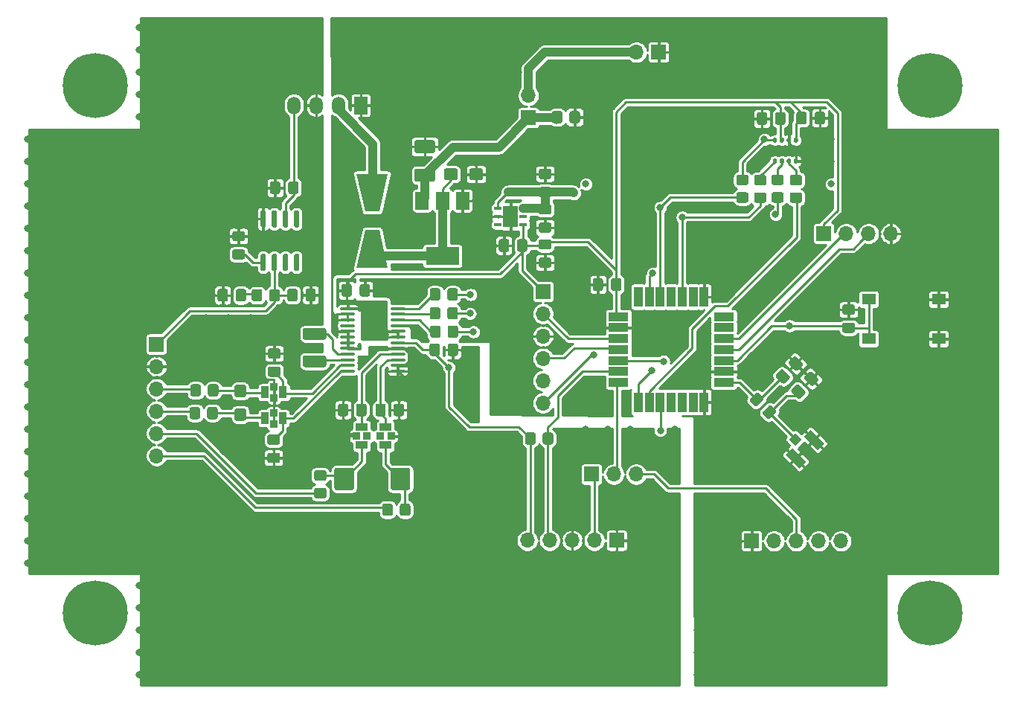
<source format=gbr>
%TF.GenerationSoftware,KiCad,Pcbnew,5.1.9+dfsg1-1*%
%TF.CreationDate,2022-02-14T10:27:32+01:00*%
%TF.ProjectId,wheather_board_v1 ,77686561-7468-4657-925f-626f6172645f,rev?*%
%TF.SameCoordinates,Original*%
%TF.FileFunction,Copper,L1,Top*%
%TF.FilePolarity,Positive*%
%FSLAX46Y46*%
G04 Gerber Fmt 4.6, Leading zero omitted, Abs format (unit mm)*
G04 Created by KiCad (PCBNEW 5.1.9+dfsg1-1) date 2022-02-14 10:27:32*
%MOMM*%
%LPD*%
G01*
G04 APERTURE LIST*
%TA.AperFunction,SMDPad,CuDef*%
%ADD10R,1.346200X0.863600*%
%TD*%
%TA.AperFunction,SMDPad,CuDef*%
%ADD11R,0.812800X0.812800*%
%TD*%
%TA.AperFunction,ComponentPad*%
%ADD12O,1.700000X1.700000*%
%TD*%
%TA.AperFunction,ComponentPad*%
%ADD13R,1.700000X1.700000*%
%TD*%
%TA.AperFunction,SMDPad,CuDef*%
%ADD14R,1.550000X1.300000*%
%TD*%
%TA.AperFunction,SMDPad,CuDef*%
%ADD15R,0.807999X0.407200*%
%TD*%
%TA.AperFunction,SMDPad,CuDef*%
%ADD16R,1.752600X2.489200*%
%TD*%
%TA.AperFunction,SMDPad,CuDef*%
%ADD17R,1.500000X2.000000*%
%TD*%
%TA.AperFunction,SMDPad,CuDef*%
%ADD18R,3.800000X2.000000*%
%TD*%
%TA.AperFunction,SMDPad,CuDef*%
%ADD19C,0.100000*%
%TD*%
%TA.AperFunction,SMDPad,CuDef*%
%ADD20R,0.863600X1.346200*%
%TD*%
%TA.AperFunction,SMDPad,CuDef*%
%ADD21O,1.699999X0.349999*%
%TD*%
%TA.AperFunction,SMDPad,CuDef*%
%ADD22R,2.300000X1.000000*%
%TD*%
%TA.AperFunction,SMDPad,CuDef*%
%ADD23R,1.000000X2.300000*%
%TD*%
%TA.AperFunction,ComponentPad*%
%ADD24C,0.800000*%
%TD*%
%TA.AperFunction,ComponentPad*%
%ADD25C,7.400000*%
%TD*%
%TA.AperFunction,ComponentPad*%
%ADD26O,1.500000X2.000000*%
%TD*%
%TA.AperFunction,ComponentPad*%
%ADD27R,1.500000X2.000000*%
%TD*%
%TA.AperFunction,ViaPad*%
%ADD28C,0.800000*%
%TD*%
%TA.AperFunction,Conductor*%
%ADD29C,0.250000*%
%TD*%
%TA.AperFunction,Conductor*%
%ADD30C,1.000000*%
%TD*%
%TA.AperFunction,Conductor*%
%ADD31C,0.254000*%
%TD*%
%TA.AperFunction,Conductor*%
%ADD32C,0.100000*%
%TD*%
G04 APERTURE END LIST*
D10*
%TO.P,C19,1*%
%TO.N,/REFP*%
X124345700Y-103847900D03*
%TO.P,C19,3*%
%TO.N,Net-(C19-Pad3)*%
X124345700Y-105905300D03*
D11*
%TO.P,C19,4*%
%TO.N,N/C*%
X124968000Y-104876600D03*
%TO.P,C19,2*%
%TO.N,GNDA*%
X123723400Y-104876600D03*
%TD*%
%TO.P,C7,2*%
%TO.N,+3V3*%
%TA.AperFunction,SMDPad,CuDef*%
G36*
G01*
X123218700Y-87815400D02*
X123218700Y-88765400D01*
G75*
G02*
X122968700Y-89015400I-250000J0D01*
G01*
X122293700Y-89015400D01*
G75*
G02*
X122043700Y-88765400I0J250000D01*
G01*
X122043700Y-87815400D01*
G75*
G02*
X122293700Y-87565400I250000J0D01*
G01*
X122968700Y-87565400D01*
G75*
G02*
X123218700Y-87815400I0J-250000D01*
G01*
G37*
%TD.AperFunction*%
%TO.P,C7,1*%
%TO.N,GND*%
%TA.AperFunction,SMDPad,CuDef*%
G36*
G01*
X125293700Y-87815400D02*
X125293700Y-88765400D01*
G75*
G02*
X125043700Y-89015400I-250000J0D01*
G01*
X124368700Y-89015400D01*
G75*
G02*
X124118700Y-88765400I0J250000D01*
G01*
X124118700Y-87815400D01*
G75*
G02*
X124368700Y-87565400I250000J0D01*
G01*
X125043700Y-87565400D01*
G75*
G02*
X125293700Y-87815400I0J-250000D01*
G01*
G37*
%TD.AperFunction*%
%TD*%
D12*
%TO.P,J2,2*%
%TO.N,VCC*%
X143306800Y-66116200D03*
D13*
%TO.P,J2,1*%
%TO.N,Net-(C1-Pad1)*%
X143306800Y-68656200D03*
%TD*%
D12*
%TO.P,J1,2*%
%TO.N,VCC*%
X155600400Y-61188600D03*
D13*
%TO.P,J1,1*%
%TO.N,GND*%
X158140400Y-61188600D03*
%TD*%
D14*
%TO.P,SW1,2*%
%TO.N,GND*%
X190001800Y-93806400D03*
%TO.P,SW1,1*%
X190001800Y-89306400D03*
%TO.N,/NRST*%
X182041800Y-89306400D03*
%TO.P,SW1,2*%
X182041800Y-93806400D03*
%TD*%
%TO.P,C25,2*%
%TO.N,Net-(C20-Pad1)*%
%TA.AperFunction,SMDPad,CuDef*%
G36*
G01*
X127627600Y-110778401D02*
X127627600Y-108728399D01*
G75*
G02*
X127877599Y-108478400I249999J0D01*
G01*
X129627601Y-108478400D01*
G75*
G02*
X129877600Y-108728399I0J-249999D01*
G01*
X129877600Y-110778401D01*
G75*
G02*
X129627601Y-111028400I-249999J0D01*
G01*
X127877599Y-111028400D01*
G75*
G02*
X127627600Y-110778401I0J249999D01*
G01*
G37*
%TD.AperFunction*%
%TO.P,C25,1*%
%TO.N,Net-(C19-Pad3)*%
%TA.AperFunction,SMDPad,CuDef*%
G36*
G01*
X121227600Y-110778401D02*
X121227600Y-108728399D01*
G75*
G02*
X121477599Y-108478400I249999J0D01*
G01*
X123227601Y-108478400D01*
G75*
G02*
X123477600Y-108728399I0J-249999D01*
G01*
X123477600Y-110778401D01*
G75*
G02*
X123227601Y-111028400I-249999J0D01*
G01*
X121477599Y-111028400D01*
G75*
G02*
X121227600Y-110778401I0J249999D01*
G01*
G37*
%TD.AperFunction*%
%TD*%
%TO.P,R14,2*%
%TO.N,+5VA*%
%TA.AperFunction,SMDPad,CuDef*%
G36*
G01*
X144142000Y-104705999D02*
X144142000Y-105606001D01*
G75*
G02*
X143892001Y-105856000I-249999J0D01*
G01*
X143191999Y-105856000D01*
G75*
G02*
X142942000Y-105606001I0J249999D01*
G01*
X142942000Y-104705999D01*
G75*
G02*
X143191999Y-104456000I249999J0D01*
G01*
X143892001Y-104456000D01*
G75*
G02*
X144142000Y-104705999I0J-249999D01*
G01*
G37*
%TD.AperFunction*%
%TO.P,R14,1*%
%TO.N,/ADC_TEMP*%
%TA.AperFunction,SMDPad,CuDef*%
G36*
G01*
X146142000Y-104705999D02*
X146142000Y-105606001D01*
G75*
G02*
X145892001Y-105856000I-249999J0D01*
G01*
X145191999Y-105856000D01*
G75*
G02*
X144942000Y-105606001I0J249999D01*
G01*
X144942000Y-104705999D01*
G75*
G02*
X145191999Y-104456000I249999J0D01*
G01*
X145892001Y-104456000D01*
G75*
G02*
X146142000Y-104705999I0J-249999D01*
G01*
G37*
%TD.AperFunction*%
%TD*%
D15*
%TO.P,U4,1*%
%TO.N,+5V*%
X139854800Y-78932999D03*
%TO.P,U4,2*%
%TO.N,GND*%
X139854800Y-79883000D03*
%TO.P,U4,3*%
%TO.N,Net-(U4-Pad3)*%
X139854800Y-80833001D03*
%TO.P,U4,4*%
%TO.N,+3V3*%
X142745600Y-80833001D03*
%TO.P,U4,5*%
%TO.N,Net-(U4-Pad5)*%
X142745600Y-79883000D03*
%TO.P,U4,6*%
%TO.N,+5V*%
X142745600Y-78932999D03*
D16*
%TO.P,U4,7*%
%TO.N,GND*%
X141300200Y-79883000D03*
%TD*%
%TO.P,U5,8*%
%TO.N,Net-(U5-Pad8)*%
%TA.AperFunction,SMDPad,CuDef*%
G36*
G01*
X116791600Y-84126200D02*
X117091600Y-84126200D01*
G75*
G02*
X117241600Y-84276200I0J-150000D01*
G01*
X117241600Y-85926200D01*
G75*
G02*
X117091600Y-86076200I-150000J0D01*
G01*
X116791600Y-86076200D01*
G75*
G02*
X116641600Y-85926200I0J150000D01*
G01*
X116641600Y-84276200D01*
G75*
G02*
X116791600Y-84126200I150000J0D01*
G01*
G37*
%TD.AperFunction*%
%TO.P,U5,7*%
%TO.N,Net-(U5-Pad7)*%
%TA.AperFunction,SMDPad,CuDef*%
G36*
G01*
X115521600Y-84126200D02*
X115821600Y-84126200D01*
G75*
G02*
X115971600Y-84276200I0J-150000D01*
G01*
X115971600Y-85926200D01*
G75*
G02*
X115821600Y-86076200I-150000J0D01*
G01*
X115521600Y-86076200D01*
G75*
G02*
X115371600Y-85926200I0J150000D01*
G01*
X115371600Y-84276200D01*
G75*
G02*
X115521600Y-84126200I150000J0D01*
G01*
G37*
%TD.AperFunction*%
%TO.P,U5,6*%
%TO.N,+5VA*%
%TA.AperFunction,SMDPad,CuDef*%
G36*
G01*
X114251600Y-84126200D02*
X114551600Y-84126200D01*
G75*
G02*
X114701600Y-84276200I0J-150000D01*
G01*
X114701600Y-85926200D01*
G75*
G02*
X114551600Y-86076200I-150000J0D01*
G01*
X114251600Y-86076200D01*
G75*
G02*
X114101600Y-85926200I0J150000D01*
G01*
X114101600Y-84276200D01*
G75*
G02*
X114251600Y-84126200I150000J0D01*
G01*
G37*
%TD.AperFunction*%
%TO.P,U5,5*%
%TO.N,Net-(C21-Pad1)*%
%TA.AperFunction,SMDPad,CuDef*%
G36*
G01*
X112981600Y-84126200D02*
X113281600Y-84126200D01*
G75*
G02*
X113431600Y-84276200I0J-150000D01*
G01*
X113431600Y-85926200D01*
G75*
G02*
X113281600Y-86076200I-150000J0D01*
G01*
X112981600Y-86076200D01*
G75*
G02*
X112831600Y-85926200I0J150000D01*
G01*
X112831600Y-84276200D01*
G75*
G02*
X112981600Y-84126200I150000J0D01*
G01*
G37*
%TD.AperFunction*%
%TO.P,U5,4*%
%TO.N,GNDA*%
%TA.AperFunction,SMDPad,CuDef*%
G36*
G01*
X112981600Y-79176200D02*
X113281600Y-79176200D01*
G75*
G02*
X113431600Y-79326200I0J-150000D01*
G01*
X113431600Y-80976200D01*
G75*
G02*
X113281600Y-81126200I-150000J0D01*
G01*
X112981600Y-81126200D01*
G75*
G02*
X112831600Y-80976200I0J150000D01*
G01*
X112831600Y-79326200D01*
G75*
G02*
X112981600Y-79176200I150000J0D01*
G01*
G37*
%TD.AperFunction*%
%TO.P,U5,3*%
%TO.N,Net-(U5-Pad3)*%
%TA.AperFunction,SMDPad,CuDef*%
G36*
G01*
X114251600Y-79176200D02*
X114551600Y-79176200D01*
G75*
G02*
X114701600Y-79326200I0J-150000D01*
G01*
X114701600Y-80976200D01*
G75*
G02*
X114551600Y-81126200I-150000J0D01*
G01*
X114251600Y-81126200D01*
G75*
G02*
X114101600Y-80976200I0J150000D01*
G01*
X114101600Y-79326200D01*
G75*
G02*
X114251600Y-79176200I150000J0D01*
G01*
G37*
%TD.AperFunction*%
%TO.P,U5,2*%
%TO.N,/toref*%
%TA.AperFunction,SMDPad,CuDef*%
G36*
G01*
X115521600Y-79176200D02*
X115821600Y-79176200D01*
G75*
G02*
X115971600Y-79326200I0J-150000D01*
G01*
X115971600Y-80976200D01*
G75*
G02*
X115821600Y-81126200I-150000J0D01*
G01*
X115521600Y-81126200D01*
G75*
G02*
X115371600Y-80976200I0J150000D01*
G01*
X115371600Y-79326200D01*
G75*
G02*
X115521600Y-79176200I150000J0D01*
G01*
G37*
%TD.AperFunction*%
%TO.P,U5,1*%
%TO.N,Net-(U5-Pad1)*%
%TA.AperFunction,SMDPad,CuDef*%
G36*
G01*
X116791600Y-79176200D02*
X117091600Y-79176200D01*
G75*
G02*
X117241600Y-79326200I0J-150000D01*
G01*
X117241600Y-80976200D01*
G75*
G02*
X117091600Y-81126200I-150000J0D01*
G01*
X116791600Y-81126200D01*
G75*
G02*
X116641600Y-80976200I0J150000D01*
G01*
X116641600Y-79326200D01*
G75*
G02*
X116791600Y-79176200I150000J0D01*
G01*
G37*
%TD.AperFunction*%
%TD*%
%TO.P,U2,8*%
%TO.N,+3V3*%
%TA.AperFunction,SMDPad,CuDef*%
G36*
G01*
X174017600Y-71065000D02*
X174017600Y-71340000D01*
G75*
G02*
X173892600Y-71465000I-125000J0D01*
G01*
X173642600Y-71465000D01*
G75*
G02*
X173517600Y-71340000I0J125000D01*
G01*
X173517600Y-71065000D01*
G75*
G02*
X173642600Y-70940000I125000J0D01*
G01*
X173892600Y-70940000D01*
G75*
G02*
X174017600Y-71065000I0J-125000D01*
G01*
G37*
%TD.AperFunction*%
%TO.P,U2,7*%
%TO.N,GND*%
%TA.AperFunction,SMDPad,CuDef*%
G36*
G01*
X173217600Y-71065000D02*
X173217600Y-71340000D01*
G75*
G02*
X173092600Y-71465000I-125000J0D01*
G01*
X172842600Y-71465000D01*
G75*
G02*
X172717600Y-71340000I0J125000D01*
G01*
X172717600Y-71065000D01*
G75*
G02*
X172842600Y-70940000I125000J0D01*
G01*
X173092600Y-70940000D01*
G75*
G02*
X173217600Y-71065000I0J-125000D01*
G01*
G37*
%TD.AperFunction*%
%TO.P,U2,6*%
%TO.N,+3V3*%
%TA.AperFunction,SMDPad,CuDef*%
G36*
G01*
X172417600Y-71065000D02*
X172417600Y-71340000D01*
G75*
G02*
X172292600Y-71465000I-125000J0D01*
G01*
X172042600Y-71465000D01*
G75*
G02*
X171917600Y-71340000I0J125000D01*
G01*
X171917600Y-71065000D01*
G75*
G02*
X172042600Y-70940000I125000J0D01*
G01*
X172292600Y-70940000D01*
G75*
G02*
X172417600Y-71065000I0J-125000D01*
G01*
G37*
%TD.AperFunction*%
%TO.P,U2,5*%
%TO.N,Net-(R1-Pad2)*%
%TA.AperFunction,SMDPad,CuDef*%
G36*
G01*
X171617600Y-71065000D02*
X171617600Y-71340000D01*
G75*
G02*
X171492600Y-71465000I-125000J0D01*
G01*
X171242600Y-71465000D01*
G75*
G02*
X171117600Y-71340000I0J125000D01*
G01*
X171117600Y-71065000D01*
G75*
G02*
X171242600Y-70940000I125000J0D01*
G01*
X171492600Y-70940000D01*
G75*
G02*
X171617600Y-71065000I0J-125000D01*
G01*
G37*
%TD.AperFunction*%
%TO.P,U2,4*%
%TO.N,Net-(R2-Pad2)*%
%TA.AperFunction,SMDPad,CuDef*%
G36*
G01*
X171617600Y-73440000D02*
X171617600Y-73715000D01*
G75*
G02*
X171492600Y-73840000I-125000J0D01*
G01*
X171242600Y-73840000D01*
G75*
G02*
X171117600Y-73715000I0J125000D01*
G01*
X171117600Y-73440000D01*
G75*
G02*
X171242600Y-73315000I125000J0D01*
G01*
X171492600Y-73315000D01*
G75*
G02*
X171617600Y-73440000I0J-125000D01*
G01*
G37*
%TD.AperFunction*%
%TO.P,U2,3*%
%TO.N,Net-(R3-Pad2)*%
%TA.AperFunction,SMDPad,CuDef*%
G36*
G01*
X172417600Y-73440000D02*
X172417600Y-73715000D01*
G75*
G02*
X172292600Y-73840000I-125000J0D01*
G01*
X172042600Y-73840000D01*
G75*
G02*
X171917600Y-73715000I0J125000D01*
G01*
X171917600Y-73440000D01*
G75*
G02*
X172042600Y-73315000I125000J0D01*
G01*
X172292600Y-73315000D01*
G75*
G02*
X172417600Y-73440000I0J-125000D01*
G01*
G37*
%TD.AperFunction*%
%TO.P,U2,2*%
%TO.N,Net-(R4-Pad2)*%
%TA.AperFunction,SMDPad,CuDef*%
G36*
G01*
X173217600Y-73440000D02*
X173217600Y-73715000D01*
G75*
G02*
X173092600Y-73840000I-125000J0D01*
G01*
X172842600Y-73840000D01*
G75*
G02*
X172717600Y-73715000I0J125000D01*
G01*
X172717600Y-73440000D01*
G75*
G02*
X172842600Y-73315000I125000J0D01*
G01*
X173092600Y-73315000D01*
G75*
G02*
X173217600Y-73440000I0J-125000D01*
G01*
G37*
%TD.AperFunction*%
%TO.P,U2,1*%
%TO.N,GND*%
%TA.AperFunction,SMDPad,CuDef*%
G36*
G01*
X174017600Y-73440000D02*
X174017600Y-73715000D01*
G75*
G02*
X173892600Y-73840000I-125000J0D01*
G01*
X173642600Y-73840000D01*
G75*
G02*
X173517600Y-73715000I0J125000D01*
G01*
X173517600Y-73440000D01*
G75*
G02*
X173642600Y-73315000I125000J0D01*
G01*
X173892600Y-73315000D01*
G75*
G02*
X174017600Y-73440000I0J-125000D01*
G01*
G37*
%TD.AperFunction*%
%TD*%
D17*
%TO.P,U1,1*%
%TO.N,GND*%
X135827400Y-78090600D03*
%TO.P,U1,3*%
%TO.N,Net-(C1-Pad1)*%
X131227400Y-78090600D03*
%TO.P,U1,2*%
%TO.N,Net-(C5-Pad1)*%
X133527400Y-78090600D03*
D18*
X133527400Y-84390600D03*
%TD*%
%TO.P,R13,2*%
%TO.N,Net-(C1-Pad1)*%
%TA.AperFunction,SMDPad,CuDef*%
G36*
G01*
X147190000Y-68129999D02*
X147190000Y-69030001D01*
G75*
G02*
X146940001Y-69280000I-249999J0D01*
G01*
X146239999Y-69280000D01*
G75*
G02*
X145990000Y-69030001I0J249999D01*
G01*
X145990000Y-68129999D01*
G75*
G02*
X146239999Y-67880000I249999J0D01*
G01*
X146940001Y-67880000D01*
G75*
G02*
X147190000Y-68129999I0J-249999D01*
G01*
G37*
%TD.AperFunction*%
%TO.P,R13,1*%
%TO.N,GND*%
%TA.AperFunction,SMDPad,CuDef*%
G36*
G01*
X149190000Y-68129999D02*
X149190000Y-69030001D01*
G75*
G02*
X148940001Y-69280000I-249999J0D01*
G01*
X148239999Y-69280000D01*
G75*
G02*
X147990000Y-69030001I0J249999D01*
G01*
X147990000Y-68129999D01*
G75*
G02*
X148239999Y-67880000I249999J0D01*
G01*
X148940001Y-67880000D01*
G75*
G02*
X149190000Y-68129999I0J-249999D01*
G01*
G37*
%TD.AperFunction*%
%TD*%
%TO.P,R12,2*%
%TO.N,Net-(C20-Pad1)*%
%TA.AperFunction,SMDPad,CuDef*%
G36*
G01*
X128686000Y-113708601D02*
X128686000Y-112808599D01*
G75*
G02*
X128935999Y-112558600I249999J0D01*
G01*
X129636001Y-112558600D01*
G75*
G02*
X129886000Y-112808599I0J-249999D01*
G01*
X129886000Y-113708601D01*
G75*
G02*
X129636001Y-113958600I-249999J0D01*
G01*
X128935999Y-113958600D01*
G75*
G02*
X128686000Y-113708601I0J249999D01*
G01*
G37*
%TD.AperFunction*%
%TO.P,R12,1*%
%TO.N,/ref-*%
%TA.AperFunction,SMDPad,CuDef*%
G36*
G01*
X126686000Y-113708601D02*
X126686000Y-112808599D01*
G75*
G02*
X126935999Y-112558600I249999J0D01*
G01*
X127636001Y-112558600D01*
G75*
G02*
X127886000Y-112808599I0J-249999D01*
G01*
X127886000Y-113708601D01*
G75*
G02*
X127636001Y-113958600I-249999J0D01*
G01*
X126935999Y-113958600D01*
G75*
G02*
X126686000Y-113708601I0J249999D01*
G01*
G37*
%TD.AperFunction*%
%TD*%
%TO.P,R11,2*%
%TO.N,Net-(C19-Pad3)*%
%TA.AperFunction,SMDPad,CuDef*%
G36*
G01*
X120084001Y-109963000D02*
X119183999Y-109963000D01*
G75*
G02*
X118934000Y-109713001I0J249999D01*
G01*
X118934000Y-109012999D01*
G75*
G02*
X119183999Y-108763000I249999J0D01*
G01*
X120084001Y-108763000D01*
G75*
G02*
X120334000Y-109012999I0J-249999D01*
G01*
X120334000Y-109713001D01*
G75*
G02*
X120084001Y-109963000I-249999J0D01*
G01*
G37*
%TD.AperFunction*%
%TO.P,R11,1*%
%TO.N,/ref+*%
%TA.AperFunction,SMDPad,CuDef*%
G36*
G01*
X120084001Y-111963000D02*
X119183999Y-111963000D01*
G75*
G02*
X118934000Y-111713001I0J249999D01*
G01*
X118934000Y-111012999D01*
G75*
G02*
X119183999Y-110763000I249999J0D01*
G01*
X120084001Y-110763000D01*
G75*
G02*
X120334000Y-111012999I0J-249999D01*
G01*
X120334000Y-111713001D01*
G75*
G02*
X120084001Y-111963000I-249999J0D01*
G01*
G37*
%TD.AperFunction*%
%TD*%
%TO.P,R10,2*%
%TO.N,Net-(C18-Pad1)*%
%TA.AperFunction,SMDPad,CuDef*%
G36*
G01*
X106765800Y-102710401D02*
X106765800Y-101810399D01*
G75*
G02*
X107015799Y-101560400I249999J0D01*
G01*
X107715801Y-101560400D01*
G75*
G02*
X107965800Y-101810399I0J-249999D01*
G01*
X107965800Y-102710401D01*
G75*
G02*
X107715801Y-102960400I-249999J0D01*
G01*
X107015799Y-102960400D01*
G75*
G02*
X106765800Y-102710401I0J249999D01*
G01*
G37*
%TD.AperFunction*%
%TO.P,R10,1*%
%TO.N,/AIN-*%
%TA.AperFunction,SMDPad,CuDef*%
G36*
G01*
X104765800Y-102710401D02*
X104765800Y-101810399D01*
G75*
G02*
X105015799Y-101560400I249999J0D01*
G01*
X105715801Y-101560400D01*
G75*
G02*
X105965800Y-101810399I0J-249999D01*
G01*
X105965800Y-102710401D01*
G75*
G02*
X105715801Y-102960400I-249999J0D01*
G01*
X105015799Y-102960400D01*
G75*
G02*
X104765800Y-102710401I0J249999D01*
G01*
G37*
%TD.AperFunction*%
%TD*%
%TO.P,R9,2*%
%TO.N,Net-(C17-Pad3)*%
%TA.AperFunction,SMDPad,CuDef*%
G36*
G01*
X106851400Y-100119601D02*
X106851400Y-99219599D01*
G75*
G02*
X107101399Y-98969600I249999J0D01*
G01*
X107801401Y-98969600D01*
G75*
G02*
X108051400Y-99219599I0J-249999D01*
G01*
X108051400Y-100119601D01*
G75*
G02*
X107801401Y-100369600I-249999J0D01*
G01*
X107101399Y-100369600D01*
G75*
G02*
X106851400Y-100119601I0J249999D01*
G01*
G37*
%TD.AperFunction*%
%TO.P,R9,1*%
%TO.N,/AIN+*%
%TA.AperFunction,SMDPad,CuDef*%
G36*
G01*
X104851400Y-100119601D02*
X104851400Y-99219599D01*
G75*
G02*
X105101399Y-98969600I249999J0D01*
G01*
X105801401Y-98969600D01*
G75*
G02*
X106051400Y-99219599I0J-249999D01*
G01*
X106051400Y-100119601D01*
G75*
G02*
X105801401Y-100369600I-249999J0D01*
G01*
X105101399Y-100369600D01*
G75*
G02*
X104851400Y-100119601I0J249999D01*
G01*
G37*
%TD.AperFunction*%
%TD*%
%TO.P,R8,2*%
%TO.N,+5VA*%
%TA.AperFunction,SMDPad,CuDef*%
G36*
G01*
X113827000Y-89299201D02*
X113827000Y-88399199D01*
G75*
G02*
X114076999Y-88149200I249999J0D01*
G01*
X114777001Y-88149200D01*
G75*
G02*
X115027000Y-88399199I0J-249999D01*
G01*
X115027000Y-89299201D01*
G75*
G02*
X114777001Y-89549200I-249999J0D01*
G01*
X114076999Y-89549200D01*
G75*
G02*
X113827000Y-89299201I0J249999D01*
G01*
G37*
%TD.AperFunction*%
%TO.P,R8,1*%
%TO.N,Net-(C23-Pad1)*%
%TA.AperFunction,SMDPad,CuDef*%
G36*
G01*
X111827000Y-89299201D02*
X111827000Y-88399199D01*
G75*
G02*
X112076999Y-88149200I249999J0D01*
G01*
X112777001Y-88149200D01*
G75*
G02*
X113027000Y-88399199I0J-249999D01*
G01*
X113027000Y-89299201D01*
G75*
G02*
X112777001Y-89549200I-249999J0D01*
G01*
X112076999Y-89549200D01*
G75*
G02*
X111827000Y-89299201I0J249999D01*
G01*
G37*
%TD.AperFunction*%
%TD*%
%TO.P,R7,2*%
%TO.N,Net-(R7-Pad2)*%
%TA.AperFunction,SMDPad,CuDef*%
G36*
G01*
X133321600Y-92539399D02*
X133321600Y-93439401D01*
G75*
G02*
X133071601Y-93689400I-249999J0D01*
G01*
X132371599Y-93689400D01*
G75*
G02*
X132121600Y-93439401I0J249999D01*
G01*
X132121600Y-92539399D01*
G75*
G02*
X132371599Y-92289400I249999J0D01*
G01*
X133071601Y-92289400D01*
G75*
G02*
X133321600Y-92539399I0J-249999D01*
G01*
G37*
%TD.AperFunction*%
%TO.P,R7,1*%
%TO.N,/ADS_NSS*%
%TA.AperFunction,SMDPad,CuDef*%
G36*
G01*
X135321600Y-92539399D02*
X135321600Y-93439401D01*
G75*
G02*
X135071601Y-93689400I-249999J0D01*
G01*
X134371599Y-93689400D01*
G75*
G02*
X134121600Y-93439401I0J249999D01*
G01*
X134121600Y-92539399D01*
G75*
G02*
X134371599Y-92289400I249999J0D01*
G01*
X135071601Y-92289400D01*
G75*
G02*
X135321600Y-92539399I0J-249999D01*
G01*
G37*
%TD.AperFunction*%
%TD*%
%TO.P,R6,2*%
%TO.N,Net-(R6-Pad2)*%
%TA.AperFunction,SMDPad,CuDef*%
G36*
G01*
X133296200Y-90456599D02*
X133296200Y-91356601D01*
G75*
G02*
X133046201Y-91606600I-249999J0D01*
G01*
X132346199Y-91606600D01*
G75*
G02*
X132096200Y-91356601I0J249999D01*
G01*
X132096200Y-90456599D01*
G75*
G02*
X132346199Y-90206600I249999J0D01*
G01*
X133046201Y-90206600D01*
G75*
G02*
X133296200Y-90456599I0J-249999D01*
G01*
G37*
%TD.AperFunction*%
%TO.P,R6,1*%
%TO.N,/SPI_SCK*%
%TA.AperFunction,SMDPad,CuDef*%
G36*
G01*
X135296200Y-90456599D02*
X135296200Y-91356601D01*
G75*
G02*
X135046201Y-91606600I-249999J0D01*
G01*
X134346199Y-91606600D01*
G75*
G02*
X134096200Y-91356601I0J249999D01*
G01*
X134096200Y-90456599D01*
G75*
G02*
X134346199Y-90206600I249999J0D01*
G01*
X135046201Y-90206600D01*
G75*
G02*
X135296200Y-90456599I0J-249999D01*
G01*
G37*
%TD.AperFunction*%
%TD*%
%TO.P,R5,2*%
%TO.N,Net-(R5-Pad2)*%
%TA.AperFunction,SMDPad,CuDef*%
G36*
G01*
X133296200Y-88297599D02*
X133296200Y-89197601D01*
G75*
G02*
X133046201Y-89447600I-249999J0D01*
G01*
X132346199Y-89447600D01*
G75*
G02*
X132096200Y-89197601I0J249999D01*
G01*
X132096200Y-88297599D01*
G75*
G02*
X132346199Y-88047600I249999J0D01*
G01*
X133046201Y-88047600D01*
G75*
G02*
X133296200Y-88297599I0J-249999D01*
G01*
G37*
%TD.AperFunction*%
%TO.P,R5,1*%
%TO.N,/SPI_MISO*%
%TA.AperFunction,SMDPad,CuDef*%
G36*
G01*
X135296200Y-88297599D02*
X135296200Y-89197601D01*
G75*
G02*
X135046201Y-89447600I-249999J0D01*
G01*
X134346199Y-89447600D01*
G75*
G02*
X134096200Y-89197601I0J249999D01*
G01*
X134096200Y-88297599D01*
G75*
G02*
X134346199Y-88047600I249999J0D01*
G01*
X135046201Y-88047600D01*
G75*
G02*
X135296200Y-88297599I0J-249999D01*
G01*
G37*
%TD.AperFunction*%
%TD*%
%TO.P,R4,2*%
%TO.N,Net-(R4-Pad2)*%
%TA.AperFunction,SMDPad,CuDef*%
G36*
G01*
X174211401Y-76342800D02*
X173311399Y-76342800D01*
G75*
G02*
X173061400Y-76092801I0J249999D01*
G01*
X173061400Y-75392799D01*
G75*
G02*
X173311399Y-75142800I249999J0D01*
G01*
X174211401Y-75142800D01*
G75*
G02*
X174461400Y-75392799I0J-249999D01*
G01*
X174461400Y-76092801D01*
G75*
G02*
X174211401Y-76342800I-249999J0D01*
G01*
G37*
%TD.AperFunction*%
%TO.P,R4,1*%
%TO.N,/BME_NSS*%
%TA.AperFunction,SMDPad,CuDef*%
G36*
G01*
X174211401Y-78342800D02*
X173311399Y-78342800D01*
G75*
G02*
X173061400Y-78092801I0J249999D01*
G01*
X173061400Y-77392799D01*
G75*
G02*
X173311399Y-77142800I249999J0D01*
G01*
X174211401Y-77142800D01*
G75*
G02*
X174461400Y-77392799I0J-249999D01*
G01*
X174461400Y-78092801D01*
G75*
G02*
X174211401Y-78342800I-249999J0D01*
G01*
G37*
%TD.AperFunction*%
%TD*%
%TO.P,R3,2*%
%TO.N,Net-(R3-Pad2)*%
%TA.AperFunction,SMDPad,CuDef*%
G36*
G01*
X172128601Y-76317400D02*
X171228599Y-76317400D01*
G75*
G02*
X170978600Y-76067401I0J249999D01*
G01*
X170978600Y-75367399D01*
G75*
G02*
X171228599Y-75117400I249999J0D01*
G01*
X172128601Y-75117400D01*
G75*
G02*
X172378600Y-75367399I0J-249999D01*
G01*
X172378600Y-76067401D01*
G75*
G02*
X172128601Y-76317400I-249999J0D01*
G01*
G37*
%TD.AperFunction*%
%TO.P,R3,1*%
%TO.N,/SPI_MOSI*%
%TA.AperFunction,SMDPad,CuDef*%
G36*
G01*
X172128601Y-78317400D02*
X171228599Y-78317400D01*
G75*
G02*
X170978600Y-78067401I0J249999D01*
G01*
X170978600Y-77367399D01*
G75*
G02*
X171228599Y-77117400I249999J0D01*
G01*
X172128601Y-77117400D01*
G75*
G02*
X172378600Y-77367399I0J-249999D01*
G01*
X172378600Y-78067401D01*
G75*
G02*
X172128601Y-78317400I-249999J0D01*
G01*
G37*
%TD.AperFunction*%
%TD*%
%TO.P,R2,2*%
%TO.N,Net-(R2-Pad2)*%
%TA.AperFunction,SMDPad,CuDef*%
G36*
G01*
X170147401Y-76342800D02*
X169247399Y-76342800D01*
G75*
G02*
X168997400Y-76092801I0J249999D01*
G01*
X168997400Y-75392799D01*
G75*
G02*
X169247399Y-75142800I249999J0D01*
G01*
X170147401Y-75142800D01*
G75*
G02*
X170397400Y-75392799I0J-249999D01*
G01*
X170397400Y-76092801D01*
G75*
G02*
X170147401Y-76342800I-249999J0D01*
G01*
G37*
%TD.AperFunction*%
%TO.P,R2,1*%
%TO.N,/SPI_SCK*%
%TA.AperFunction,SMDPad,CuDef*%
G36*
G01*
X170147401Y-78342800D02*
X169247399Y-78342800D01*
G75*
G02*
X168997400Y-78092801I0J249999D01*
G01*
X168997400Y-77392799D01*
G75*
G02*
X169247399Y-77142800I249999J0D01*
G01*
X170147401Y-77142800D01*
G75*
G02*
X170397400Y-77392799I0J-249999D01*
G01*
X170397400Y-78092801D01*
G75*
G02*
X170147401Y-78342800I-249999J0D01*
G01*
G37*
%TD.AperFunction*%
%TD*%
%TO.P,R1,2*%
%TO.N,Net-(R1-Pad2)*%
%TA.AperFunction,SMDPad,CuDef*%
G36*
G01*
X168115401Y-76324000D02*
X167215399Y-76324000D01*
G75*
G02*
X166965400Y-76074001I0J249999D01*
G01*
X166965400Y-75373999D01*
G75*
G02*
X167215399Y-75124000I249999J0D01*
G01*
X168115401Y-75124000D01*
G75*
G02*
X168365400Y-75373999I0J-249999D01*
G01*
X168365400Y-76074001D01*
G75*
G02*
X168115401Y-76324000I-249999J0D01*
G01*
G37*
%TD.AperFunction*%
%TO.P,R1,1*%
%TO.N,/SPI_MISO*%
%TA.AperFunction,SMDPad,CuDef*%
G36*
G01*
X168115401Y-78324000D02*
X167215399Y-78324000D01*
G75*
G02*
X166965400Y-78074001I0J249999D01*
G01*
X166965400Y-77373999D01*
G75*
G02*
X167215399Y-77124000I249999J0D01*
G01*
X168115401Y-77124000D01*
G75*
G02*
X168365400Y-77373999I0J-249999D01*
G01*
X168365400Y-78074001D01*
G75*
G02*
X168115401Y-78324000I-249999J0D01*
G01*
G37*
%TD.AperFunction*%
%TD*%
%TO.P,L1,2*%
%TO.N,Net-(C29-Pad1)*%
%TA.AperFunction,SMDPad,CuDef*%
G36*
G01*
X170014015Y-102070412D02*
X170650412Y-101434015D01*
G75*
G02*
X171003964Y-101434015I176776J-176776D01*
G01*
X171463585Y-101893636D01*
G75*
G02*
X171463585Y-102247188I-176776J-176776D01*
G01*
X170827188Y-102883585D01*
G75*
G02*
X170473636Y-102883585I-176776J176776D01*
G01*
X170014015Y-102423964D01*
G75*
G02*
X170014015Y-102070412I176776J176776D01*
G01*
G37*
%TD.AperFunction*%
%TO.P,L1,1*%
%TO.N,Net-(C27-Pad1)*%
%TA.AperFunction,SMDPad,CuDef*%
G36*
G01*
X168564447Y-100620844D02*
X169200844Y-99984447D01*
G75*
G02*
X169554396Y-99984447I176776J-176776D01*
G01*
X170014017Y-100444068D01*
G75*
G02*
X170014017Y-100797620I-176776J-176776D01*
G01*
X169377620Y-101434017D01*
G75*
G02*
X169024068Y-101434017I-176776J176776D01*
G01*
X168564447Y-100974396D01*
G75*
G02*
X168564447Y-100620844I176776J176776D01*
G01*
G37*
%TD.AperFunction*%
%TD*%
%TA.AperFunction,SMDPad,CuDef*%
D19*
%TO.P,J9,2*%
%TO.N,GND*%
G36*
X174669751Y-104905907D02*
G01*
X175412214Y-104163444D01*
X176967849Y-105719079D01*
X176225386Y-106461542D01*
X174669751Y-104905907D01*
G37*
%TD.AperFunction*%
%TA.AperFunction,SMDPad,CuDef*%
%TO.P,J9,1*%
%TO.N,Net-(C29-Pad1)*%
G36*
X172972696Y-105259460D02*
G01*
X173679802Y-104552354D01*
X174422264Y-105294816D01*
X173715158Y-106001922D01*
X172972696Y-105259460D01*
G37*
%TD.AperFunction*%
%TA.AperFunction,SMDPad,CuDef*%
%TO.P,J9,2*%
%TO.N,GND*%
G36*
X172583786Y-106991872D02*
G01*
X173326249Y-106249409D01*
X174881884Y-107805044D01*
X174139421Y-108547507D01*
X172583786Y-106991872D01*
G37*
%TD.AperFunction*%
%TD*%
D12*
%TO.P,J8,4*%
%TO.N,GND*%
X184556400Y-81838800D03*
%TO.P,J8,3*%
%TO.N,/UART_RX*%
X182016400Y-81838800D03*
%TO.P,J8,2*%
%TO.N,/UART_TX*%
X179476400Y-81838800D03*
D13*
%TO.P,J8,1*%
%TO.N,+3V3*%
X176936400Y-81838800D03*
%TD*%
D12*
%TO.P,J7,6*%
%TO.N,/ref-*%
X100990400Y-107111800D03*
%TO.P,J7,5*%
%TO.N,/ref+*%
X100990400Y-104571800D03*
%TO.P,J7,4*%
%TO.N,/AIN-*%
X100990400Y-102031800D03*
%TO.P,J7,3*%
%TO.N,/AIN+*%
X100990400Y-99491800D03*
%TO.P,J7,2*%
%TO.N,GNDA*%
X100990400Y-96951800D03*
D13*
%TO.P,J7,1*%
%TO.N,+5VA*%
X100990400Y-94411800D03*
%TD*%
D12*
%TO.P,J6,5*%
%TO.N,+5V*%
X178890000Y-116810000D03*
%TO.P,J6,4*%
%TO.N,+3V3*%
X176350000Y-116810000D03*
%TO.P,J6,3*%
%TO.N,/I2C_SDA*%
X173810000Y-116810000D03*
%TO.P,J6,2*%
%TO.N,/I2C_SCL*%
X171270000Y-116810000D03*
D13*
%TO.P,J6,1*%
%TO.N,GND*%
X168730000Y-116810000D03*
%TD*%
%TA.AperFunction,SMDPad,CuDef*%
D19*
%TO.P,D1,2*%
%TO.N,Net-(C5-Pad1)*%
G36*
X127340000Y-85720000D02*
G01*
X123740000Y-85720000D01*
X124740000Y-81420000D01*
X126340000Y-81420000D01*
X127340000Y-85720000D01*
G37*
%TD.AperFunction*%
%TA.AperFunction,SMDPad,CuDef*%
%TO.P,D1,1*%
%TO.N,+5V*%
G36*
X123740000Y-75020000D02*
G01*
X127340000Y-75020000D01*
X126340000Y-79320000D01*
X124740000Y-79320000D01*
X123740000Y-75020000D01*
G37*
%TD.AperFunction*%
%TD*%
%TO.P,C29,2*%
%TO.N,GND*%
%TA.AperFunction,SMDPad,CuDef*%
G36*
G01*
X175428496Y-99106055D02*
X174756745Y-98434304D01*
G75*
G02*
X174756745Y-98080750I176777J176777D01*
G01*
X175234042Y-97603453D01*
G75*
G02*
X175587596Y-97603453I176777J-176777D01*
G01*
X176259347Y-98275204D01*
G75*
G02*
X176259347Y-98628758I-176777J-176777D01*
G01*
X175782050Y-99106055D01*
G75*
G02*
X175428496Y-99106055I-176777J176777D01*
G01*
G37*
%TD.AperFunction*%
%TO.P,C29,1*%
%TO.N,Net-(C29-Pad1)*%
%TA.AperFunction,SMDPad,CuDef*%
G36*
G01*
X173961250Y-100573301D02*
X173289499Y-99901550D01*
G75*
G02*
X173289499Y-99547996I176777J176777D01*
G01*
X173766796Y-99070699D01*
G75*
G02*
X174120350Y-99070699I176777J-176777D01*
G01*
X174792101Y-99742450D01*
G75*
G02*
X174792101Y-100096004I-176777J-176777D01*
G01*
X174314804Y-100573301D01*
G75*
G02*
X173961250Y-100573301I-176777J176777D01*
G01*
G37*
%TD.AperFunction*%
%TD*%
%TO.P,C28,2*%
%TO.N,/NRST*%
%TA.AperFunction,SMDPad,CuDef*%
G36*
G01*
X179280800Y-91966200D02*
X180230800Y-91966200D01*
G75*
G02*
X180480800Y-92216200I0J-250000D01*
G01*
X180480800Y-92891200D01*
G75*
G02*
X180230800Y-93141200I-250000J0D01*
G01*
X179280800Y-93141200D01*
G75*
G02*
X179030800Y-92891200I0J250000D01*
G01*
X179030800Y-92216200D01*
G75*
G02*
X179280800Y-91966200I250000J0D01*
G01*
G37*
%TD.AperFunction*%
%TO.P,C28,1*%
%TO.N,GND*%
%TA.AperFunction,SMDPad,CuDef*%
G36*
G01*
X179280800Y-89891200D02*
X180230800Y-89891200D01*
G75*
G02*
X180480800Y-90141200I0J-250000D01*
G01*
X180480800Y-90816200D01*
G75*
G02*
X180230800Y-91066200I-250000J0D01*
G01*
X179280800Y-91066200D01*
G75*
G02*
X179030800Y-90816200I0J250000D01*
G01*
X179030800Y-90141200D01*
G75*
G02*
X179280800Y-89891200I250000J0D01*
G01*
G37*
%TD.AperFunction*%
%TD*%
%TO.P,C27,2*%
%TO.N,GND*%
%TA.AperFunction,SMDPad,CuDef*%
G36*
G01*
X173656450Y-97372901D02*
X172984699Y-96701150D01*
G75*
G02*
X172984699Y-96347596I176777J176777D01*
G01*
X173461996Y-95870299D01*
G75*
G02*
X173815550Y-95870299I176777J-176777D01*
G01*
X174487301Y-96542050D01*
G75*
G02*
X174487301Y-96895604I-176777J-176777D01*
G01*
X174010004Y-97372901D01*
G75*
G02*
X173656450Y-97372901I-176777J176777D01*
G01*
G37*
%TD.AperFunction*%
%TO.P,C27,1*%
%TO.N,Net-(C27-Pad1)*%
%TA.AperFunction,SMDPad,CuDef*%
G36*
G01*
X172189204Y-98840147D02*
X171517453Y-98168396D01*
G75*
G02*
X171517453Y-97814842I176777J176777D01*
G01*
X171994750Y-97337545D01*
G75*
G02*
X172348304Y-97337545I176777J-176777D01*
G01*
X173020055Y-98009296D01*
G75*
G02*
X173020055Y-98362850I-176777J-176777D01*
G01*
X172542758Y-98840147D01*
G75*
G02*
X172189204Y-98840147I-176777J176777D01*
G01*
G37*
%TD.AperFunction*%
%TD*%
%TO.P,C26,2*%
%TO.N,GND*%
%TA.AperFunction,SMDPad,CuDef*%
G36*
G01*
X151819100Y-87155000D02*
X151819100Y-88105000D01*
G75*
G02*
X151569100Y-88355000I-250000J0D01*
G01*
X150894100Y-88355000D01*
G75*
G02*
X150644100Y-88105000I0J250000D01*
G01*
X150644100Y-87155000D01*
G75*
G02*
X150894100Y-86905000I250000J0D01*
G01*
X151569100Y-86905000D01*
G75*
G02*
X151819100Y-87155000I0J-250000D01*
G01*
G37*
%TD.AperFunction*%
%TO.P,C26,1*%
%TO.N,+3V3*%
%TA.AperFunction,SMDPad,CuDef*%
G36*
G01*
X153894100Y-87155000D02*
X153894100Y-88105000D01*
G75*
G02*
X153644100Y-88355000I-250000J0D01*
G01*
X152969100Y-88355000D01*
G75*
G02*
X152719100Y-88105000I0J250000D01*
G01*
X152719100Y-87155000D01*
G75*
G02*
X152969100Y-86905000I250000J0D01*
G01*
X153644100Y-86905000D01*
G75*
G02*
X153894100Y-87155000I0J-250000D01*
G01*
G37*
%TD.AperFunction*%
%TD*%
%TO.P,C24,2*%
%TO.N,GNDA*%
%TA.AperFunction,SMDPad,CuDef*%
G36*
G01*
X117946500Y-89298800D02*
X117946500Y-88348800D01*
G75*
G02*
X118196500Y-88098800I250000J0D01*
G01*
X118871500Y-88098800D01*
G75*
G02*
X119121500Y-88348800I0J-250000D01*
G01*
X119121500Y-89298800D01*
G75*
G02*
X118871500Y-89548800I-250000J0D01*
G01*
X118196500Y-89548800D01*
G75*
G02*
X117946500Y-89298800I0J250000D01*
G01*
G37*
%TD.AperFunction*%
%TO.P,C24,1*%
%TO.N,+5VA*%
%TA.AperFunction,SMDPad,CuDef*%
G36*
G01*
X115871500Y-89298800D02*
X115871500Y-88348800D01*
G75*
G02*
X116121500Y-88098800I250000J0D01*
G01*
X116796500Y-88098800D01*
G75*
G02*
X117046500Y-88348800I0J-250000D01*
G01*
X117046500Y-89298800D01*
G75*
G02*
X116796500Y-89548800I-250000J0D01*
G01*
X116121500Y-89548800D01*
G75*
G02*
X115871500Y-89298800I0J250000D01*
G01*
G37*
%TD.AperFunction*%
%TD*%
%TO.P,C23,2*%
%TO.N,GNDA*%
%TA.AperFunction,SMDPad,CuDef*%
G36*
G01*
X109125600Y-88374200D02*
X109125600Y-89324200D01*
G75*
G02*
X108875600Y-89574200I-250000J0D01*
G01*
X108200600Y-89574200D01*
G75*
G02*
X107950600Y-89324200I0J250000D01*
G01*
X107950600Y-88374200D01*
G75*
G02*
X108200600Y-88124200I250000J0D01*
G01*
X108875600Y-88124200D01*
G75*
G02*
X109125600Y-88374200I0J-250000D01*
G01*
G37*
%TD.AperFunction*%
%TO.P,C23,1*%
%TO.N,Net-(C23-Pad1)*%
%TA.AperFunction,SMDPad,CuDef*%
G36*
G01*
X111200600Y-88374200D02*
X111200600Y-89324200D01*
G75*
G02*
X110950600Y-89574200I-250000J0D01*
G01*
X110275600Y-89574200D01*
G75*
G02*
X110025600Y-89324200I0J250000D01*
G01*
X110025600Y-88374200D01*
G75*
G02*
X110275600Y-88124200I250000J0D01*
G01*
X110950600Y-88124200D01*
G75*
G02*
X111200600Y-88374200I0J-250000D01*
G01*
G37*
%TD.AperFunction*%
%TD*%
%TO.P,C21,2*%
%TO.N,GNDA*%
%TA.AperFunction,SMDPad,CuDef*%
G36*
G01*
X110812600Y-82713500D02*
X109862600Y-82713500D01*
G75*
G02*
X109612600Y-82463500I0J250000D01*
G01*
X109612600Y-81788500D01*
G75*
G02*
X109862600Y-81538500I250000J0D01*
G01*
X110812600Y-81538500D01*
G75*
G02*
X111062600Y-81788500I0J-250000D01*
G01*
X111062600Y-82463500D01*
G75*
G02*
X110812600Y-82713500I-250000J0D01*
G01*
G37*
%TD.AperFunction*%
%TO.P,C21,1*%
%TO.N,Net-(C21-Pad1)*%
%TA.AperFunction,SMDPad,CuDef*%
G36*
G01*
X110812600Y-84788500D02*
X109862600Y-84788500D01*
G75*
G02*
X109612600Y-84538500I0J250000D01*
G01*
X109612600Y-83863500D01*
G75*
G02*
X109862600Y-83613500I250000J0D01*
G01*
X110812600Y-83613500D01*
G75*
G02*
X111062600Y-83863500I0J-250000D01*
G01*
X111062600Y-84538500D01*
G75*
G02*
X110812600Y-84788500I-250000J0D01*
G01*
G37*
%TD.AperFunction*%
%TD*%
D10*
%TO.P,C20,1*%
%TO.N,Net-(C20-Pad1)*%
X127076200Y-105918000D03*
%TO.P,C20,3*%
%TO.N,/REFN*%
X127076200Y-103860600D03*
D11*
%TO.P,C20,4*%
%TO.N,N/C*%
X126453900Y-104889300D03*
%TO.P,C20,2*%
%TO.N,GNDA*%
X127698500Y-104889300D03*
%TD*%
D20*
%TO.P,C18,1*%
%TO.N,Net-(C18-Pad1)*%
X113301300Y-102862300D03*
%TO.P,C18,3*%
%TO.N,/AINN1*%
X115358700Y-102862300D03*
D11*
%TO.P,C18,4*%
%TO.N,GNDA*%
X114330000Y-102240000D03*
%TO.P,C18,2*%
X114330000Y-103484600D03*
%TD*%
D20*
%TO.P,C17,1*%
%TO.N,/AINP1*%
X115398700Y-99902300D03*
%TO.P,C17,3*%
%TO.N,Net-(C17-Pad3)*%
X113341300Y-99902300D03*
D11*
%TO.P,C17,4*%
%TO.N,GNDA*%
X114370000Y-100524600D03*
%TO.P,C17,2*%
X114370000Y-99280000D03*
%TD*%
%TO.P,C16,2*%
%TO.N,GNDA*%
%TA.AperFunction,SMDPad,CuDef*%
G36*
G01*
X127979500Y-102379800D02*
X127979500Y-101429800D01*
G75*
G02*
X128229500Y-101179800I250000J0D01*
G01*
X128904500Y-101179800D01*
G75*
G02*
X129154500Y-101429800I0J-250000D01*
G01*
X129154500Y-102379800D01*
G75*
G02*
X128904500Y-102629800I-250000J0D01*
G01*
X128229500Y-102629800D01*
G75*
G02*
X127979500Y-102379800I0J250000D01*
G01*
G37*
%TD.AperFunction*%
%TO.P,C16,1*%
%TO.N,/REFN*%
%TA.AperFunction,SMDPad,CuDef*%
G36*
G01*
X125904500Y-102379800D02*
X125904500Y-101429800D01*
G75*
G02*
X126154500Y-101179800I250000J0D01*
G01*
X126829500Y-101179800D01*
G75*
G02*
X127079500Y-101429800I0J-250000D01*
G01*
X127079500Y-102379800D01*
G75*
G02*
X126829500Y-102629800I-250000J0D01*
G01*
X126154500Y-102629800D01*
G75*
G02*
X125904500Y-102379800I0J250000D01*
G01*
G37*
%TD.AperFunction*%
%TD*%
%TO.P,C15,2*%
%TO.N,/REFP*%
%TA.AperFunction,SMDPad,CuDef*%
G36*
G01*
X123712300Y-102379800D02*
X123712300Y-101429800D01*
G75*
G02*
X123962300Y-101179800I250000J0D01*
G01*
X124637300Y-101179800D01*
G75*
G02*
X124887300Y-101429800I0J-250000D01*
G01*
X124887300Y-102379800D01*
G75*
G02*
X124637300Y-102629800I-250000J0D01*
G01*
X123962300Y-102629800D01*
G75*
G02*
X123712300Y-102379800I0J250000D01*
G01*
G37*
%TD.AperFunction*%
%TO.P,C15,1*%
%TO.N,GNDA*%
%TA.AperFunction,SMDPad,CuDef*%
G36*
G01*
X121637300Y-102379800D02*
X121637300Y-101429800D01*
G75*
G02*
X121887300Y-101179800I250000J0D01*
G01*
X122562300Y-101179800D01*
G75*
G02*
X122812300Y-101429800I0J-250000D01*
G01*
X122812300Y-102379800D01*
G75*
G02*
X122562300Y-102629800I-250000J0D01*
G01*
X121887300Y-102629800D01*
G75*
G02*
X121637300Y-102379800I0J250000D01*
G01*
G37*
%TD.AperFunction*%
%TD*%
%TO.P,C14,2*%
%TO.N,GNDA*%
%TA.AperFunction,SMDPad,CuDef*%
G36*
G01*
X115080000Y-76135000D02*
X115080000Y-77085000D01*
G75*
G02*
X114830000Y-77335000I-250000J0D01*
G01*
X114155000Y-77335000D01*
G75*
G02*
X113905000Y-77085000I0J250000D01*
G01*
X113905000Y-76135000D01*
G75*
G02*
X114155000Y-75885000I250000J0D01*
G01*
X114830000Y-75885000D01*
G75*
G02*
X115080000Y-76135000I0J-250000D01*
G01*
G37*
%TD.AperFunction*%
%TO.P,C14,1*%
%TO.N,/toref*%
%TA.AperFunction,SMDPad,CuDef*%
G36*
G01*
X117155000Y-76135000D02*
X117155000Y-77085000D01*
G75*
G02*
X116905000Y-77335000I-250000J0D01*
G01*
X116230000Y-77335000D01*
G75*
G02*
X115980000Y-77085000I0J250000D01*
G01*
X115980000Y-76135000D01*
G75*
G02*
X116230000Y-75885000I250000J0D01*
G01*
X116905000Y-75885000D01*
G75*
G02*
X117155000Y-76135000I0J-250000D01*
G01*
G37*
%TD.AperFunction*%
%TD*%
%TO.P,C13,2*%
%TO.N,GNDA*%
%TA.AperFunction,SMDPad,CuDef*%
G36*
G01*
X113855000Y-106767500D02*
X114805000Y-106767500D01*
G75*
G02*
X115055000Y-107017500I0J-250000D01*
G01*
X115055000Y-107692500D01*
G75*
G02*
X114805000Y-107942500I-250000J0D01*
G01*
X113855000Y-107942500D01*
G75*
G02*
X113605000Y-107692500I0J250000D01*
G01*
X113605000Y-107017500D01*
G75*
G02*
X113855000Y-106767500I250000J0D01*
G01*
G37*
%TD.AperFunction*%
%TO.P,C13,1*%
%TO.N,/AINN1*%
%TA.AperFunction,SMDPad,CuDef*%
G36*
G01*
X113855000Y-104692500D02*
X114805000Y-104692500D01*
G75*
G02*
X115055000Y-104942500I0J-250000D01*
G01*
X115055000Y-105617500D01*
G75*
G02*
X114805000Y-105867500I-250000J0D01*
G01*
X113855000Y-105867500D01*
G75*
G02*
X113605000Y-105617500I0J250000D01*
G01*
X113605000Y-104942500D01*
G75*
G02*
X113855000Y-104692500I250000J0D01*
G01*
G37*
%TD.AperFunction*%
%TD*%
%TO.P,C12,2*%
%TO.N,/AINP1*%
%TA.AperFunction,SMDPad,CuDef*%
G36*
G01*
X113915000Y-96962500D02*
X114865000Y-96962500D01*
G75*
G02*
X115115000Y-97212500I0J-250000D01*
G01*
X115115000Y-97887500D01*
G75*
G02*
X114865000Y-98137500I-250000J0D01*
G01*
X113915000Y-98137500D01*
G75*
G02*
X113665000Y-97887500I0J250000D01*
G01*
X113665000Y-97212500D01*
G75*
G02*
X113915000Y-96962500I250000J0D01*
G01*
G37*
%TD.AperFunction*%
%TO.P,C12,1*%
%TO.N,GNDA*%
%TA.AperFunction,SMDPad,CuDef*%
G36*
G01*
X113915000Y-94887500D02*
X114865000Y-94887500D01*
G75*
G02*
X115115000Y-95137500I0J-250000D01*
G01*
X115115000Y-95812500D01*
G75*
G02*
X114865000Y-96062500I-250000J0D01*
G01*
X113915000Y-96062500D01*
G75*
G02*
X113665000Y-95812500I0J250000D01*
G01*
X113665000Y-95137500D01*
G75*
G02*
X113915000Y-94887500I250000J0D01*
G01*
G37*
%TD.AperFunction*%
%TD*%
%TO.P,C11,2*%
%TO.N,GND*%
%TA.AperFunction,SMDPad,CuDef*%
G36*
G01*
X144736800Y-84549400D02*
X145686800Y-84549400D01*
G75*
G02*
X145936800Y-84799400I0J-250000D01*
G01*
X145936800Y-85474400D01*
G75*
G02*
X145686800Y-85724400I-250000J0D01*
G01*
X144736800Y-85724400D01*
G75*
G02*
X144486800Y-85474400I0J250000D01*
G01*
X144486800Y-84799400D01*
G75*
G02*
X144736800Y-84549400I250000J0D01*
G01*
G37*
%TD.AperFunction*%
%TO.P,C11,1*%
%TO.N,+3V3*%
%TA.AperFunction,SMDPad,CuDef*%
G36*
G01*
X144736800Y-82474400D02*
X145686800Y-82474400D01*
G75*
G02*
X145936800Y-82724400I0J-250000D01*
G01*
X145936800Y-83399400D01*
G75*
G02*
X145686800Y-83649400I-250000J0D01*
G01*
X144736800Y-83649400D01*
G75*
G02*
X144486800Y-83399400I0J250000D01*
G01*
X144486800Y-82724400D01*
G75*
G02*
X144736800Y-82474400I250000J0D01*
G01*
G37*
%TD.AperFunction*%
%TD*%
%TO.P,C10,2*%
%TO.N,GND*%
%TA.AperFunction,SMDPad,CuDef*%
G36*
G01*
X141129600Y-82710000D02*
X141129600Y-83660000D01*
G75*
G02*
X140879600Y-83910000I-250000J0D01*
G01*
X140204600Y-83910000D01*
G75*
G02*
X139954600Y-83660000I0J250000D01*
G01*
X139954600Y-82710000D01*
G75*
G02*
X140204600Y-82460000I250000J0D01*
G01*
X140879600Y-82460000D01*
G75*
G02*
X141129600Y-82710000I0J-250000D01*
G01*
G37*
%TD.AperFunction*%
%TO.P,C10,1*%
%TO.N,+3V3*%
%TA.AperFunction,SMDPad,CuDef*%
G36*
G01*
X143204600Y-82710000D02*
X143204600Y-83660000D01*
G75*
G02*
X142954600Y-83910000I-250000J0D01*
G01*
X142279600Y-83910000D01*
G75*
G02*
X142029600Y-83660000I0J250000D01*
G01*
X142029600Y-82710000D01*
G75*
G02*
X142279600Y-82460000I250000J0D01*
G01*
X142954600Y-82460000D01*
G75*
G02*
X143204600Y-82710000I0J-250000D01*
G01*
G37*
%TD.AperFunction*%
%TD*%
%TO.P,C9,2*%
%TO.N,+5V*%
%TA.AperFunction,SMDPad,CuDef*%
G36*
G01*
X144736800Y-76526900D02*
X145686800Y-76526900D01*
G75*
G02*
X145936800Y-76776900I0J-250000D01*
G01*
X145936800Y-77451900D01*
G75*
G02*
X145686800Y-77701900I-250000J0D01*
G01*
X144736800Y-77701900D01*
G75*
G02*
X144486800Y-77451900I0J250000D01*
G01*
X144486800Y-76776900D01*
G75*
G02*
X144736800Y-76526900I250000J0D01*
G01*
G37*
%TD.AperFunction*%
%TO.P,C9,1*%
%TO.N,GND*%
%TA.AperFunction,SMDPad,CuDef*%
G36*
G01*
X144736800Y-74451900D02*
X145686800Y-74451900D01*
G75*
G02*
X145936800Y-74701900I0J-250000D01*
G01*
X145936800Y-75376900D01*
G75*
G02*
X145686800Y-75626900I-250000J0D01*
G01*
X144736800Y-75626900D01*
G75*
G02*
X144486800Y-75376900I0J250000D01*
G01*
X144486800Y-74701900D01*
G75*
G02*
X144736800Y-74451900I250000J0D01*
G01*
G37*
%TD.AperFunction*%
%TD*%
%TO.P,C8,2*%
%TO.N,+5V*%
%TA.AperFunction,SMDPad,CuDef*%
G36*
G01*
X145686800Y-79657700D02*
X144736800Y-79657700D01*
G75*
G02*
X144486800Y-79407700I0J250000D01*
G01*
X144486800Y-78732700D01*
G75*
G02*
X144736800Y-78482700I250000J0D01*
G01*
X145686800Y-78482700D01*
G75*
G02*
X145936800Y-78732700I0J-250000D01*
G01*
X145936800Y-79407700D01*
G75*
G02*
X145686800Y-79657700I-250000J0D01*
G01*
G37*
%TD.AperFunction*%
%TO.P,C8,1*%
%TO.N,GND*%
%TA.AperFunction,SMDPad,CuDef*%
G36*
G01*
X145686800Y-81732700D02*
X144736800Y-81732700D01*
G75*
G02*
X144486800Y-81482700I0J250000D01*
G01*
X144486800Y-80807700D01*
G75*
G02*
X144736800Y-80557700I250000J0D01*
G01*
X145686800Y-80557700D01*
G75*
G02*
X145936800Y-80807700I0J-250000D01*
G01*
X145936800Y-81482700D01*
G75*
G02*
X145686800Y-81732700I-250000J0D01*
G01*
G37*
%TD.AperFunction*%
%TD*%
%TO.P,C6,2*%
%TO.N,GND*%
%TA.AperFunction,SMDPad,CuDef*%
G36*
G01*
X170492000Y-68257400D02*
X170492000Y-69207400D01*
G75*
G02*
X170242000Y-69457400I-250000J0D01*
G01*
X169567000Y-69457400D01*
G75*
G02*
X169317000Y-69207400I0J250000D01*
G01*
X169317000Y-68257400D01*
G75*
G02*
X169567000Y-68007400I250000J0D01*
G01*
X170242000Y-68007400D01*
G75*
G02*
X170492000Y-68257400I0J-250000D01*
G01*
G37*
%TD.AperFunction*%
%TO.P,C6,1*%
%TO.N,+3V3*%
%TA.AperFunction,SMDPad,CuDef*%
G36*
G01*
X172567000Y-68257400D02*
X172567000Y-69207400D01*
G75*
G02*
X172317000Y-69457400I-250000J0D01*
G01*
X171642000Y-69457400D01*
G75*
G02*
X171392000Y-69207400I0J250000D01*
G01*
X171392000Y-68257400D01*
G75*
G02*
X171642000Y-68007400I250000J0D01*
G01*
X172317000Y-68007400D01*
G75*
G02*
X172567000Y-68257400I0J-250000D01*
G01*
G37*
%TD.AperFunction*%
%TD*%
%TO.P,C5,2*%
%TO.N,GND*%
%TA.AperFunction,SMDPad,CuDef*%
G36*
G01*
X136580500Y-75507401D02*
X136580500Y-74657399D01*
G75*
G02*
X136830499Y-74407400I249999J0D01*
G01*
X137905501Y-74407400D01*
G75*
G02*
X138155500Y-74657399I0J-249999D01*
G01*
X138155500Y-75507401D01*
G75*
G02*
X137905501Y-75757400I-249999J0D01*
G01*
X136830499Y-75757400D01*
G75*
G02*
X136580500Y-75507401I0J249999D01*
G01*
G37*
%TD.AperFunction*%
%TO.P,C5,1*%
%TO.N,Net-(C5-Pad1)*%
%TA.AperFunction,SMDPad,CuDef*%
G36*
G01*
X133705500Y-75507401D02*
X133705500Y-74657399D01*
G75*
G02*
X133955499Y-74407400I249999J0D01*
G01*
X135030501Y-74407400D01*
G75*
G02*
X135280500Y-74657399I0J-249999D01*
G01*
X135280500Y-75507401D01*
G75*
G02*
X135030501Y-75757400I-249999J0D01*
G01*
X133955499Y-75757400D01*
G75*
G02*
X133705500Y-75507401I0J249999D01*
G01*
G37*
%TD.AperFunction*%
%TD*%
%TO.P,C4,2*%
%TO.N,GND*%
%TA.AperFunction,SMDPad,CuDef*%
G36*
G01*
X175891700Y-69156600D02*
X175891700Y-68206600D01*
G75*
G02*
X176141700Y-67956600I250000J0D01*
G01*
X176816700Y-67956600D01*
G75*
G02*
X177066700Y-68206600I0J-250000D01*
G01*
X177066700Y-69156600D01*
G75*
G02*
X176816700Y-69406600I-250000J0D01*
G01*
X176141700Y-69406600D01*
G75*
G02*
X175891700Y-69156600I0J250000D01*
G01*
G37*
%TD.AperFunction*%
%TO.P,C4,1*%
%TO.N,+3V3*%
%TA.AperFunction,SMDPad,CuDef*%
G36*
G01*
X173816700Y-69156600D02*
X173816700Y-68206600D01*
G75*
G02*
X174066700Y-67956600I250000J0D01*
G01*
X174741700Y-67956600D01*
G75*
G02*
X174991700Y-68206600I0J-250000D01*
G01*
X174991700Y-69156600D01*
G75*
G02*
X174741700Y-69406600I-250000J0D01*
G01*
X174066700Y-69406600D01*
G75*
G02*
X173816700Y-69156600I0J250000D01*
G01*
G37*
%TD.AperFunction*%
%TD*%
%TO.P,C3,2*%
%TO.N,GNDA*%
%TA.AperFunction,SMDPad,CuDef*%
G36*
G01*
X134134100Y-95521800D02*
X134134100Y-94571800D01*
G75*
G02*
X134384100Y-94321800I250000J0D01*
G01*
X135059100Y-94321800D01*
G75*
G02*
X135309100Y-94571800I0J-250000D01*
G01*
X135309100Y-95521800D01*
G75*
G02*
X135059100Y-95771800I-250000J0D01*
G01*
X134384100Y-95771800D01*
G75*
G02*
X134134100Y-95521800I0J250000D01*
G01*
G37*
%TD.AperFunction*%
%TO.P,C3,1*%
%TO.N,+5VA*%
%TA.AperFunction,SMDPad,CuDef*%
G36*
G01*
X132059100Y-95521800D02*
X132059100Y-94571800D01*
G75*
G02*
X132309100Y-94321800I250000J0D01*
G01*
X132984100Y-94321800D01*
G75*
G02*
X133234100Y-94571800I0J-250000D01*
G01*
X133234100Y-95521800D01*
G75*
G02*
X132984100Y-95771800I-250000J0D01*
G01*
X132309100Y-95771800D01*
G75*
G02*
X132059100Y-95521800I0J250000D01*
G01*
G37*
%TD.AperFunction*%
%TD*%
%TO.P,C2,2*%
%TO.N,Net-(C2-Pad2)*%
%TA.AperFunction,SMDPad,CuDef*%
G36*
G01*
X117873597Y-95705100D02*
X120073603Y-95705100D01*
G75*
G02*
X120323600Y-95955097I0J-249997D01*
G01*
X120323600Y-96780103D01*
G75*
G02*
X120073603Y-97030100I-249997J0D01*
G01*
X117873597Y-97030100D01*
G75*
G02*
X117623600Y-96780103I0J249997D01*
G01*
X117623600Y-95955097D01*
G75*
G02*
X117873597Y-95705100I249997J0D01*
G01*
G37*
%TD.AperFunction*%
%TO.P,C2,1*%
%TO.N,Net-(C2-Pad1)*%
%TA.AperFunction,SMDPad,CuDef*%
G36*
G01*
X117873597Y-92580100D02*
X120073603Y-92580100D01*
G75*
G02*
X120323600Y-92830097I0J-249997D01*
G01*
X120323600Y-93655103D01*
G75*
G02*
X120073603Y-93905100I-249997J0D01*
G01*
X117873597Y-93905100D01*
G75*
G02*
X117623600Y-93655103I0J249997D01*
G01*
X117623600Y-92830097D01*
G75*
G02*
X117873597Y-92580100I249997J0D01*
G01*
G37*
%TD.AperFunction*%
%TD*%
%TO.P,C1,2*%
%TO.N,GND*%
%TA.AperFunction,SMDPad,CuDef*%
G36*
G01*
X132446200Y-72683400D02*
X130596200Y-72683400D01*
G75*
G02*
X130346200Y-72433400I0J250000D01*
G01*
X130346200Y-71433400D01*
G75*
G02*
X130596200Y-71183400I250000J0D01*
G01*
X132446200Y-71183400D01*
G75*
G02*
X132696200Y-71433400I0J-250000D01*
G01*
X132696200Y-72433400D01*
G75*
G02*
X132446200Y-72683400I-250000J0D01*
G01*
G37*
%TD.AperFunction*%
%TO.P,C1,1*%
%TO.N,Net-(C1-Pad1)*%
%TA.AperFunction,SMDPad,CuDef*%
G36*
G01*
X132446200Y-75933400D02*
X130596200Y-75933400D01*
G75*
G02*
X130346200Y-75683400I0J250000D01*
G01*
X130346200Y-74683400D01*
G75*
G02*
X130596200Y-74433400I250000J0D01*
G01*
X132446200Y-74433400D01*
G75*
G02*
X132696200Y-74683400I0J-250000D01*
G01*
X132696200Y-75683400D01*
G75*
G02*
X132446200Y-75933400I-250000J0D01*
G01*
G37*
%TD.AperFunction*%
%TD*%
D12*
%TO.P,J10,5*%
%TO.N,+5VA*%
X143200000Y-116750000D03*
%TO.P,J10,4*%
%TO.N,/ADC_TEMP*%
X145740000Y-116750000D03*
%TO.P,J10,3*%
%TO.N,GNDA*%
X148280000Y-116750000D03*
%TO.P,J10,2*%
%TO.N,/ADC_HUM*%
X150820000Y-116750000D03*
D13*
%TO.P,J10,1*%
%TO.N,GNDA*%
X153360000Y-116750000D03*
%TD*%
D12*
%TO.P,J5,6*%
%TO.N,/NRST*%
X144983200Y-101117400D03*
%TO.P,J5,5*%
%TO.N,/SWO*%
X144983200Y-98577400D03*
%TO.P,J5,4*%
%TO.N,/SWDCLK*%
X144983200Y-96037400D03*
%TO.P,J5,3*%
%TO.N,GND*%
X144983200Y-93497400D03*
%TO.P,J5,2*%
%TO.N,/SWDIO*%
X144983200Y-90957400D03*
D13*
%TO.P,J5,1*%
%TO.N,+3V3*%
X144983200Y-88417400D03*
%TD*%
D12*
%TO.P,J4,3*%
%TO.N,/I2C_SDA*%
X155570000Y-109220000D03*
%TO.P,J4,2*%
%TO.N,Net-(J4-Pad2)*%
X153030000Y-109220000D03*
D13*
%TO.P,J4,1*%
%TO.N,/ADC_HUM*%
X150490000Y-109220000D03*
%TD*%
D21*
%TO.P,U3,1*%
%TO.N,+3V3*%
X122753001Y-90354198D03*
%TO.P,U3,2*%
%TO.N,GND*%
X122753001Y-91004200D03*
%TO.P,U3,3*%
X122753001Y-91654198D03*
%TO.P,U3,4*%
%TO.N,Net-(U3-Pad4)*%
X122753001Y-92304199D03*
%TO.P,U3,5*%
%TO.N,GND*%
X122753001Y-92954198D03*
%TO.P,U3,6*%
X122753001Y-93604199D03*
%TO.P,U3,7*%
X122753001Y-94254198D03*
%TO.P,U3,8*%
X122753001Y-94904199D03*
%TO.P,U3,9*%
%TO.N,Net-(C2-Pad1)*%
X122753001Y-95554198D03*
%TO.P,U3,10*%
%TO.N,Net-(C2-Pad2)*%
X122753001Y-96204199D03*
%TO.P,U3,11*%
%TO.N,/AINP1*%
X122753001Y-96854198D03*
%TO.P,U3,12*%
%TO.N,/AINN1*%
X122753001Y-97504199D03*
%TO.P,U3,13*%
%TO.N,GNDA*%
X128452999Y-97504199D03*
%TO.P,U3,14*%
X128452999Y-96854198D03*
%TO.P,U3,15*%
%TO.N,/REFN*%
X128452999Y-96204199D03*
%TO.P,U3,16*%
%TO.N,/REFP*%
X128452999Y-95554198D03*
%TO.P,U3,17*%
%TO.N,GNDA*%
X128452999Y-94904199D03*
%TO.P,U3,18*%
%TO.N,+5VA*%
X128452999Y-94254198D03*
%TO.P,U3,19*%
%TO.N,+3V3*%
X128452999Y-93604199D03*
%TO.P,U3,20*%
X128452999Y-92954198D03*
%TO.P,U3,21*%
%TO.N,GND*%
X128452999Y-92304199D03*
%TO.P,U3,22*%
%TO.N,Net-(R7-Pad2)*%
X128452999Y-91654198D03*
%TO.P,U3,23*%
%TO.N,Net-(R6-Pad2)*%
X128452999Y-91004200D03*
%TO.P,U3,24*%
%TO.N,Net-(R5-Pad2)*%
X128452999Y-90354198D03*
%TD*%
D22*
%TO.P,U6,4*%
%TO.N,/SWDCLK*%
X153562800Y-95027000D03*
%TO.P,U6,3*%
%TO.N,/SWDIO*%
X153562800Y-93777000D03*
%TO.P,U6,2*%
%TO.N,GND*%
X153562800Y-92527000D03*
%TO.P,U6,1*%
%TO.N,+3V3*%
X153562800Y-91277000D03*
%TO.P,U6,5*%
%TO.N,/I2C_SCL*%
X153562800Y-96277000D03*
%TO.P,U6,6*%
%TO.N,/ADC_TEMP*%
X153562800Y-97527000D03*
%TO.P,U6,7*%
%TO.N,Net-(J4-Pad2)*%
X153562800Y-98777000D03*
D23*
%TO.P,U6,11*%
%TO.N,Net-(U6-Pad11)*%
X159562800Y-101027000D03*
%TO.P,U6,10*%
%TO.N,/ADS_NSS*%
X158312800Y-101027000D03*
%TO.P,U6,9*%
%TO.N,/BME_NSS*%
X157062800Y-101027000D03*
%TO.P,U6,8*%
%TO.N,/SWO*%
X155812800Y-101027000D03*
%TO.P,U6,12*%
%TO.N,Net-(U6-Pad12)*%
X160812800Y-101027000D03*
%TO.P,U6,13*%
%TO.N,Net-(U6-Pad13)*%
X162062800Y-101027000D03*
%TO.P,U6,14*%
%TO.N,GND*%
X163312800Y-101027000D03*
D22*
%TO.P,U6,18*%
%TO.N,/UART_RX*%
X165562800Y-95027000D03*
%TO.P,U6,17*%
%TO.N,/NRST*%
X165562800Y-96277000D03*
%TO.P,U6,16*%
%TO.N,GND*%
X165562800Y-97527000D03*
%TO.P,U6,15*%
%TO.N,Net-(C27-Pad1)*%
X165562800Y-98777000D03*
%TO.P,U6,19*%
%TO.N,/UART_TX*%
X165562800Y-93777000D03*
%TO.P,U6,20*%
%TO.N,Net-(U6-Pad20)*%
X165562800Y-92527000D03*
%TO.P,U6,21*%
%TO.N,Net-(U6-Pad21)*%
X165562800Y-91277000D03*
D23*
%TO.P,U6,25*%
%TO.N,Net-(U6-Pad25)*%
X159562800Y-89027000D03*
%TO.P,U6,24*%
%TO.N,/SPI_SCK*%
X160812800Y-89027000D03*
%TO.P,U6,23*%
%TO.N,Net-(U6-Pad23)*%
X162062800Y-89027000D03*
%TO.P,U6,22*%
%TO.N,GND*%
X163312800Y-89027000D03*
%TO.P,U6,26*%
%TO.N,/SPI_MISO*%
X158312800Y-89027000D03*
%TO.P,U6,27*%
%TO.N,/SPI_MOSI*%
X157062800Y-89027000D03*
%TO.P,U6,28*%
%TO.N,Net-(U6-Pad28)*%
X155812800Y-89027000D03*
%TD*%
D24*
%TO.P,H1,1*%
%TO.N,N/C*%
X95962221Y-63037779D03*
X94000000Y-62225000D03*
X92037779Y-63037779D03*
X91225000Y-65000000D03*
X92037779Y-66962221D03*
X94000000Y-67775000D03*
X95962221Y-66962221D03*
X96775000Y-65000000D03*
D25*
X94000000Y-65000000D03*
%TD*%
%TO.P,H2,1*%
%TO.N,N/C*%
X189000000Y-65000000D03*
D24*
X191775000Y-65000000D03*
X190962221Y-66962221D03*
X189000000Y-67775000D03*
X187037779Y-66962221D03*
X186225000Y-65000000D03*
X187037779Y-63037779D03*
X189000000Y-62225000D03*
X190962221Y-63037779D03*
%TD*%
%TO.P,H3,1*%
%TO.N,N/C*%
X190962221Y-123037779D03*
X189000000Y-122225000D03*
X187037779Y-123037779D03*
X186225000Y-125000000D03*
X187037779Y-126962221D03*
X189000000Y-127775000D03*
X190962221Y-126962221D03*
X191775000Y-125000000D03*
D25*
X189000000Y-125000000D03*
%TD*%
%TO.P,H4,1*%
%TO.N,N/C*%
X94000000Y-125000000D03*
D24*
X96775000Y-125000000D03*
X95962221Y-126962221D03*
X94000000Y-127775000D03*
X92037779Y-126962221D03*
X91225000Y-125000000D03*
X92037779Y-123037779D03*
X94000000Y-122225000D03*
X95962221Y-123037779D03*
%TD*%
D26*
%TO.P,U7,4*%
%TO.N,/toref*%
X116620000Y-67230000D03*
%TO.P,U7,3*%
%TO.N,GNDA*%
X119160000Y-67230000D03*
%TO.P,U7,2*%
%TO.N,+5V*%
X121700000Y-67230000D03*
D27*
%TO.P,U7,1*%
%TO.N,GND*%
X124240000Y-67230000D03*
%TD*%
%TO.P,C22,1*%
%TO.N,Net-(C17-Pad3)*%
%TA.AperFunction,SMDPad,CuDef*%
G36*
G01*
X110104999Y-99040000D02*
X110955001Y-99040000D01*
G75*
G02*
X111205000Y-99289999I0J-249999D01*
G01*
X111205000Y-100190001D01*
G75*
G02*
X110955001Y-100440000I-249999J0D01*
G01*
X110104999Y-100440000D01*
G75*
G02*
X109855000Y-100190001I0J249999D01*
G01*
X109855000Y-99289999D01*
G75*
G02*
X110104999Y-99040000I249999J0D01*
G01*
G37*
%TD.AperFunction*%
%TO.P,C22,2*%
%TO.N,Net-(C18-Pad1)*%
%TA.AperFunction,SMDPad,CuDef*%
G36*
G01*
X110104999Y-101740000D02*
X110955001Y-101740000D01*
G75*
G02*
X111205000Y-101989999I0J-249999D01*
G01*
X111205000Y-102890001D01*
G75*
G02*
X110955001Y-103140000I-249999J0D01*
G01*
X110104999Y-103140000D01*
G75*
G02*
X109855000Y-102890001I0J249999D01*
G01*
X109855000Y-101989999D01*
G75*
G02*
X110104999Y-101740000I249999J0D01*
G01*
G37*
%TD.AperFunction*%
%TD*%
D28*
%TO.N,*%
X149860000Y-76200000D03*
X177800000Y-76200000D03*
%TO.N,GND*%
X130556000Y-93472000D03*
X165100000Y-111760000D03*
X165100000Y-114300000D03*
X165100000Y-116840000D03*
X152400000Y-73660000D03*
X182880000Y-132080000D03*
X180340000Y-132080000D03*
X177800000Y-129540000D03*
X175260000Y-132080000D03*
X172720000Y-127000000D03*
X180340000Y-127000000D03*
X177800000Y-132080000D03*
X175260000Y-127000000D03*
X182880000Y-127000000D03*
X172720000Y-129540000D03*
X182880000Y-129540000D03*
X180340000Y-129540000D03*
X177800000Y-127000000D03*
X172720000Y-132080000D03*
X175260000Y-129540000D03*
X172720000Y-124460000D03*
X170180000Y-124460000D03*
X167640000Y-121920000D03*
X165100000Y-124460000D03*
X175260000Y-124460000D03*
X162560000Y-119380000D03*
X175260000Y-121920000D03*
X167640000Y-124460000D03*
X165100000Y-119380000D03*
X162560000Y-121920000D03*
X172720000Y-121920000D03*
X170180000Y-121920000D03*
X162560000Y-124460000D03*
X165100000Y-121920000D03*
X182880000Y-124460000D03*
X180340000Y-124460000D03*
X177800000Y-121920000D03*
X175260000Y-124460000D03*
X185420000Y-119380000D03*
X177800000Y-124460000D03*
X182880000Y-119380000D03*
X172720000Y-121920000D03*
X182880000Y-121920000D03*
X180340000Y-121920000D03*
X172720000Y-124460000D03*
X175260000Y-121920000D03*
X190500000Y-101600000D03*
X187960000Y-101600000D03*
X185420000Y-99060000D03*
X182880000Y-101600000D03*
X193040000Y-101600000D03*
X193040000Y-96520000D03*
X180340000Y-96520000D03*
X193040000Y-99060000D03*
X187960000Y-96520000D03*
X185420000Y-101600000D03*
X182880000Y-96520000D03*
X190500000Y-96520000D03*
X180340000Y-99060000D03*
X190500000Y-99060000D03*
X187960000Y-99060000D03*
X185420000Y-96520000D03*
X180340000Y-101600000D03*
X182880000Y-99060000D03*
X185420000Y-101600000D03*
X185420000Y-104140000D03*
X182880000Y-106680000D03*
X185420000Y-109220000D03*
X185420000Y-99060000D03*
X180340000Y-99060000D03*
X180340000Y-111760000D03*
X182880000Y-99060000D03*
X180340000Y-104140000D03*
X185420000Y-106680000D03*
X180340000Y-109220000D03*
X180340000Y-101600000D03*
X182880000Y-111760000D03*
X182880000Y-101600000D03*
X182880000Y-104140000D03*
X180340000Y-106680000D03*
X185420000Y-111760000D03*
X182880000Y-109220000D03*
X185420000Y-76200000D03*
X182880000Y-73660000D03*
X182880000Y-71120000D03*
X182880000Y-68580000D03*
X185420000Y-73660000D03*
X185420000Y-71120000D03*
X182880000Y-68580000D03*
X180340000Y-76200000D03*
X180340000Y-73660000D03*
X180340000Y-71120000D03*
X180340000Y-68580000D03*
X182880000Y-73660000D03*
X182880000Y-71120000D03*
X180340000Y-60960000D03*
X180340000Y-58420000D03*
X182880000Y-58420000D03*
X182880000Y-60960000D03*
X180340000Y-66040000D03*
X180340000Y-63500000D03*
X182880000Y-63500000D03*
X182880000Y-66040000D03*
X177800000Y-60960000D03*
X170180000Y-60960000D03*
X170180000Y-58420000D03*
X172720000Y-58420000D03*
X175260000Y-58420000D03*
X177800000Y-58420000D03*
X172720000Y-60960000D03*
X175260000Y-60960000D03*
X177800000Y-66040000D03*
X170180000Y-66040000D03*
X170180000Y-63500000D03*
X172720000Y-63500000D03*
X175260000Y-63500000D03*
X177800000Y-63500000D03*
X172720000Y-66040000D03*
X175260000Y-66040000D03*
X170180000Y-60960000D03*
X162560000Y-60960000D03*
X162560000Y-58420000D03*
X165100000Y-58420000D03*
X167640000Y-58420000D03*
X170180000Y-58420000D03*
X165100000Y-60960000D03*
X167640000Y-60960000D03*
X170180000Y-66040000D03*
X162560000Y-66040000D03*
X162560000Y-63500000D03*
X165100000Y-63500000D03*
X167640000Y-63500000D03*
X170180000Y-63500000D03*
X165100000Y-66040000D03*
X167640000Y-66040000D03*
X160020000Y-66040000D03*
X152400000Y-66040000D03*
X152400000Y-63500000D03*
X154940000Y-63500000D03*
X157480000Y-63500000D03*
X160020000Y-63500000D03*
X154940000Y-66040000D03*
X157480000Y-66040000D03*
X154940000Y-66040000D03*
X147320000Y-66040000D03*
X147320000Y-63500000D03*
X149860000Y-63500000D03*
X152400000Y-63500000D03*
X154940000Y-63500000D03*
X149860000Y-66040000D03*
X152400000Y-66040000D03*
X162560000Y-71120000D03*
X154940000Y-71120000D03*
X154940000Y-68580000D03*
X157480000Y-68580000D03*
X160020000Y-68580000D03*
X162560000Y-68580000D03*
X157480000Y-71120000D03*
X160020000Y-71120000D03*
X154940000Y-73660000D03*
X157480000Y-73660000D03*
X160020000Y-73660000D03*
X162560000Y-73660000D03*
X152400000Y-76200000D03*
X154940000Y-73660000D03*
X157480000Y-73660000D03*
X160020000Y-73660000D03*
X160020000Y-73660000D03*
X152400000Y-71120000D03*
X154940000Y-71120000D03*
X157480000Y-71120000D03*
X160020000Y-71120000D03*
X154940000Y-73660000D03*
X157480000Y-73660000D03*
X162560000Y-71120000D03*
X162560000Y-68580000D03*
X165100000Y-68580000D03*
X167640000Y-68580000D03*
X165100000Y-71120000D03*
X167640000Y-71120000D03*
X165100000Y-73660000D03*
X157480000Y-73660000D03*
X157480000Y-71120000D03*
X160020000Y-71120000D03*
X162560000Y-71120000D03*
X165100000Y-71120000D03*
X160020000Y-73660000D03*
X162560000Y-73660000D03*
X165100000Y-76200000D03*
X157480000Y-73660000D03*
X160020000Y-73660000D03*
X162560000Y-73660000D03*
X165100000Y-73660000D03*
X129540000Y-68580000D03*
X127000000Y-66040000D03*
X129540000Y-66040000D03*
X127000000Y-68580000D03*
X129540000Y-63500000D03*
X121920000Y-63500000D03*
X121920000Y-60960000D03*
X124460000Y-60960000D03*
X127000000Y-60960000D03*
X129540000Y-60960000D03*
X124460000Y-63500000D03*
X127000000Y-63500000D03*
X129540000Y-60960000D03*
X121920000Y-60960000D03*
X121920000Y-58420000D03*
X124460000Y-58420000D03*
X127000000Y-58420000D03*
X129540000Y-58420000D03*
X124460000Y-60960000D03*
X127000000Y-60960000D03*
X139700000Y-68580000D03*
X132080000Y-68580000D03*
X132080000Y-66040000D03*
X134620000Y-66040000D03*
X137160000Y-66040000D03*
X139700000Y-66040000D03*
X134620000Y-68580000D03*
X137160000Y-68580000D03*
X139700000Y-63500000D03*
X132080000Y-63500000D03*
X132080000Y-60960000D03*
X134620000Y-60960000D03*
X137160000Y-60960000D03*
X139700000Y-60960000D03*
X134620000Y-63500000D03*
X137160000Y-63500000D03*
X139700000Y-60960000D03*
X132080000Y-60960000D03*
X132080000Y-58420000D03*
X134620000Y-58420000D03*
X137160000Y-58420000D03*
X139700000Y-58420000D03*
X134620000Y-60960000D03*
X137160000Y-60960000D03*
X127000000Y-71120000D03*
X127000000Y-68580000D03*
X176885600Y-72440800D03*
X121615200Y-85852000D03*
X170637200Y-104800400D03*
X170385835Y-106159745D03*
X170566834Y-107530234D03*
X171162478Y-108777716D03*
X172114462Y-109780077D03*
X173329600Y-110439200D03*
X174688945Y-110690565D03*
X176059434Y-110509566D03*
X177306916Y-109913922D03*
X178309277Y-108961938D03*
X178968400Y-107746800D03*
X179219765Y-106387455D03*
X179038766Y-105016966D03*
X178443122Y-103769484D03*
X177491138Y-102767123D03*
X176276000Y-102108000D03*
X174916655Y-101856635D03*
X173546166Y-102037634D03*
X150469600Y-101447600D03*
X162560000Y-132080000D03*
X165100000Y-132080000D03*
X167640000Y-132080000D03*
X170180000Y-132080000D03*
X172720000Y-132080000D03*
X175260000Y-132080000D03*
X162560000Y-129540000D03*
X165100000Y-129540000D03*
X167640000Y-129540000D03*
X170180000Y-129540000D03*
X172720000Y-129540000D03*
X175260000Y-129540000D03*
X175260000Y-127000000D03*
X172720000Y-127000000D03*
X170180000Y-127000000D03*
X167640000Y-127000000D03*
X165100000Y-127000000D03*
X162560000Y-127000000D03*
X187960000Y-104140000D03*
X190500000Y-104140000D03*
X193040000Y-104140000D03*
X190500000Y-106680000D03*
X187960000Y-106680000D03*
X187960000Y-109220000D03*
X175260000Y-93980000D03*
X180340000Y-93980000D03*
X177800000Y-93980000D03*
X177800000Y-96520000D03*
X177800000Y-99060000D03*
X177800000Y-101600000D03*
X172720000Y-93980000D03*
X170180000Y-96520000D03*
X170180000Y-109220000D03*
X170180000Y-111760000D03*
X172720000Y-111760000D03*
X175260000Y-111760000D03*
X177800000Y-111760000D03*
X185420000Y-116840000D03*
X187960000Y-116840000D03*
X190500000Y-116840000D03*
X193040000Y-116840000D03*
X195580000Y-116840000D03*
X195580000Y-119380000D03*
X193040000Y-119380000D03*
X190500000Y-119380000D03*
X187960000Y-119380000D03*
X195580000Y-109220000D03*
X195580000Y-111760000D03*
X193040000Y-114300000D03*
X190500000Y-114300000D03*
X193040000Y-111760000D03*
X195580000Y-114300000D03*
X193040000Y-111760000D03*
X195580000Y-83820000D03*
X195580000Y-81280000D03*
X195580000Y-76200000D03*
X195580000Y-71120000D03*
X195580000Y-73660000D03*
X195580000Y-78740000D03*
X193040000Y-78740000D03*
X190500000Y-78740000D03*
X195580000Y-73660000D03*
X193040000Y-73660000D03*
X193040000Y-76200000D03*
X190500000Y-76200000D03*
X190500000Y-73660000D03*
X190500000Y-73660000D03*
X190500000Y-71120000D03*
X193040000Y-71120000D03*
X193040000Y-81280000D03*
X187960000Y-76200000D03*
X187960000Y-73660000D03*
X187960000Y-71120000D03*
X147320000Y-58420000D03*
X149860000Y-58420000D03*
X154940000Y-58420000D03*
X157480000Y-58420000D03*
X160020000Y-58420000D03*
X152400000Y-58420000D03*
X144780000Y-58420000D03*
X142240000Y-58420000D03*
X142240000Y-60960000D03*
X144780000Y-63500000D03*
X142240000Y-63500000D03*
X147320000Y-73660000D03*
X142240000Y-73660000D03*
X139700000Y-73660000D03*
X139700000Y-76200000D03*
X152400000Y-81280000D03*
X154940000Y-81280000D03*
X157480000Y-81280000D03*
X157480000Y-83820000D03*
X154940000Y-83820000D03*
X152400000Y-83820000D03*
X160020000Y-86360000D03*
X160020000Y-83820000D03*
X160020000Y-81280000D03*
X162560000Y-81280000D03*
X165100000Y-81280000D03*
X167640000Y-81280000D03*
X165100000Y-83820000D03*
X162560000Y-83820000D03*
X162560000Y-86360000D03*
X180340000Y-78740000D03*
X182880000Y-78740000D03*
X185420000Y-78740000D03*
X190500000Y-83820000D03*
X190500000Y-86360000D03*
X193040000Y-86360000D03*
X193040000Y-88900000D03*
X187960000Y-83820000D03*
X187960000Y-81280000D03*
X175260000Y-83820000D03*
X172720000Y-86360000D03*
X170180000Y-88900000D03*
X170180000Y-83820000D03*
X172720000Y-81280000D03*
X167640000Y-86360000D03*
X177800000Y-86360000D03*
X177800000Y-88900000D03*
X177800000Y-91440000D03*
X175260000Y-91440000D03*
X175260000Y-88900000D03*
X193040000Y-93980000D03*
X185420000Y-114300000D03*
X139700000Y-101600000D03*
X139700000Y-99060000D03*
X139700000Y-96520000D03*
X139700000Y-93980000D03*
X139700000Y-91440000D03*
X139700000Y-88900000D03*
X142240000Y-88900000D03*
X142240000Y-91440000D03*
X142240000Y-93980000D03*
X142240000Y-96520000D03*
X142240000Y-99060000D03*
X142240000Y-99060000D03*
X142240000Y-101600000D03*
X147320000Y-83820000D03*
X149860000Y-83820000D03*
X149860000Y-86360000D03*
X147320000Y-86360000D03*
X147320000Y-88900000D03*
X149860000Y-88900000D03*
X149860000Y-91440000D03*
X162560000Y-111760000D03*
X162560000Y-114300000D03*
X162560000Y-116840000D03*
X162560000Y-109220000D03*
X162560000Y-106680000D03*
X162560000Y-104140000D03*
X180340000Y-86360000D03*
X182880000Y-86360000D03*
X185420000Y-86360000D03*
X180340000Y-88900000D03*
X167640000Y-91440000D03*
X154940000Y-86360000D03*
X147320000Y-91440000D03*
X144780000Y-71120000D03*
X167640000Y-119380000D03*
X170180000Y-119380000D03*
X170180000Y-119380000D03*
X172720000Y-119380000D03*
X175260000Y-119380000D03*
X177800000Y-119380000D03*
X180340000Y-119380000D03*
X182880000Y-116840000D03*
X182880000Y-114300000D03*
X177800000Y-114300000D03*
X175260000Y-114300000D03*
X172720000Y-114300000D03*
X170180000Y-114300000D03*
X167640000Y-111760000D03*
X147320000Y-81280000D03*
X182880000Y-76200000D03*
X162560000Y-76200000D03*
X160020000Y-76200000D03*
X157480000Y-76200000D03*
X154940000Y-76200000D03*
X149860000Y-73660000D03*
X149860000Y-71120000D03*
X147320000Y-71120000D03*
X177800000Y-73660000D03*
X177800000Y-71120000D03*
X175260000Y-71120000D03*
X170180000Y-73660000D03*
X175260000Y-76200000D03*
X152400000Y-71120000D03*
X152400000Y-73660000D03*
X129540000Y-88900000D03*
X121920000Y-73660000D03*
X154305000Y-101600000D03*
%TO.N,+5VA*%
X134264400Y-97078800D03*
%TO.N,GNDA*%
X101600000Y-124460000D03*
X101600000Y-121920000D03*
X104140000Y-124460000D03*
X104140000Y-121920000D03*
X111760000Y-104140000D03*
X109220000Y-104140000D03*
X109220000Y-106680000D03*
X111760000Y-106680000D03*
X116840000Y-109220000D03*
X114300000Y-109220000D03*
X121920000Y-106680000D03*
X119380000Y-106680000D03*
X114300000Y-109220000D03*
X111760000Y-109220000D03*
X111760000Y-114300000D03*
X114300000Y-114300000D03*
X116840000Y-114300000D03*
X119380000Y-114300000D03*
X121920000Y-114300000D03*
X124460000Y-114300000D03*
X109220000Y-111760000D03*
X106680000Y-109220000D03*
X152400000Y-111760000D03*
X157480000Y-111760000D03*
X154940000Y-111760000D03*
X152400000Y-106680000D03*
X149860000Y-106680000D03*
X99060000Y-58420000D03*
X99060000Y-60960000D03*
X99060000Y-63500000D03*
X99060000Y-66040000D03*
X99060000Y-68580000D03*
X114300000Y-132080000D03*
X111760000Y-129540000D03*
X109220000Y-129540000D03*
X109220000Y-127000000D03*
X114300000Y-127000000D03*
X109220000Y-132080000D03*
X111760000Y-127000000D03*
X114300000Y-129540000D03*
X111760000Y-132080000D03*
X121920000Y-132080000D03*
X119380000Y-129540000D03*
X116840000Y-129540000D03*
X116840000Y-127000000D03*
X121920000Y-127000000D03*
X116840000Y-132080000D03*
X119380000Y-127000000D03*
X121920000Y-129540000D03*
X119380000Y-132080000D03*
X129540000Y-132080000D03*
X127000000Y-129540000D03*
X124460000Y-129540000D03*
X124460000Y-127000000D03*
X129540000Y-127000000D03*
X124460000Y-132080000D03*
X127000000Y-127000000D03*
X129540000Y-129540000D03*
X127000000Y-132080000D03*
X137160000Y-132080000D03*
X134620000Y-129540000D03*
X132080000Y-129540000D03*
X132080000Y-127000000D03*
X137160000Y-127000000D03*
X132080000Y-132080000D03*
X134620000Y-127000000D03*
X137160000Y-129540000D03*
X134620000Y-132080000D03*
X144780000Y-132080000D03*
X142240000Y-129540000D03*
X139700000Y-129540000D03*
X139700000Y-127000000D03*
X144780000Y-127000000D03*
X139700000Y-132080000D03*
X142240000Y-127000000D03*
X144780000Y-129540000D03*
X142240000Y-132080000D03*
X152400000Y-132080000D03*
X149860000Y-129540000D03*
X147320000Y-129540000D03*
X147320000Y-127000000D03*
X152400000Y-127000000D03*
X147320000Y-132080000D03*
X149860000Y-127000000D03*
X152400000Y-129540000D03*
X149860000Y-132080000D03*
X160020000Y-132080000D03*
X157480000Y-129540000D03*
X154940000Y-129540000D03*
X154940000Y-127000000D03*
X160020000Y-127000000D03*
X154940000Y-132080000D03*
X157480000Y-127000000D03*
X160020000Y-129540000D03*
X157480000Y-132080000D03*
X106680000Y-124460000D03*
X104140000Y-121920000D03*
X101600000Y-121920000D03*
X101600000Y-119380000D03*
X106680000Y-119380000D03*
X101600000Y-124460000D03*
X104140000Y-119380000D03*
X106680000Y-121920000D03*
X104140000Y-124460000D03*
X114300000Y-124460000D03*
X111760000Y-121920000D03*
X109220000Y-121920000D03*
X109220000Y-119380000D03*
X114300000Y-119380000D03*
X109220000Y-124460000D03*
X111760000Y-119380000D03*
X114300000Y-121920000D03*
X111760000Y-124460000D03*
X121920000Y-124460000D03*
X119380000Y-121920000D03*
X116840000Y-121920000D03*
X116840000Y-119380000D03*
X121920000Y-119380000D03*
X116840000Y-124460000D03*
X119380000Y-119380000D03*
X121920000Y-121920000D03*
X119380000Y-124460000D03*
X129540000Y-124460000D03*
X127000000Y-121920000D03*
X124460000Y-121920000D03*
X124460000Y-119380000D03*
X129540000Y-119380000D03*
X124460000Y-124460000D03*
X127000000Y-119380000D03*
X129540000Y-121920000D03*
X127000000Y-124460000D03*
X137160000Y-124460000D03*
X132080000Y-121920000D03*
X132080000Y-119380000D03*
X137160000Y-119380000D03*
X132080000Y-124460000D03*
X134620000Y-119380000D03*
X134620000Y-124460000D03*
X144780000Y-124460000D03*
X139700000Y-121920000D03*
X139700000Y-119380000D03*
X144780000Y-119380000D03*
X139700000Y-124460000D03*
X142240000Y-119380000D03*
X144780000Y-121920000D03*
X142240000Y-124460000D03*
X152400000Y-124460000D03*
X147320000Y-121920000D03*
X147320000Y-119380000D03*
X152400000Y-119380000D03*
X147320000Y-124460000D03*
X149860000Y-119380000D03*
X152400000Y-121920000D03*
X149860000Y-124460000D03*
X160020000Y-124460000D03*
X157480000Y-121920000D03*
X154940000Y-121920000D03*
X154940000Y-119380000D03*
X160020000Y-119380000D03*
X154940000Y-124460000D03*
X157480000Y-119380000D03*
X160020000Y-121920000D03*
X157480000Y-124460000D03*
X101600000Y-121920000D03*
X99060000Y-119380000D03*
X96520000Y-119380000D03*
X96520000Y-116840000D03*
X101600000Y-116840000D03*
X99060000Y-116840000D03*
X101600000Y-119380000D03*
X99060000Y-121920000D03*
X93980000Y-119380000D03*
X91440000Y-119380000D03*
X91440000Y-116840000D03*
X96520000Y-116840000D03*
X93980000Y-116840000D03*
X96520000Y-119380000D03*
X88900000Y-119380000D03*
X86360000Y-119380000D03*
X86360000Y-116840000D03*
X91440000Y-116840000D03*
X88900000Y-116840000D03*
X91440000Y-119380000D03*
X91440000Y-114300000D03*
X88900000Y-111760000D03*
X86360000Y-111760000D03*
X86360000Y-109220000D03*
X91440000Y-109220000D03*
X86360000Y-114300000D03*
X88900000Y-109220000D03*
X91440000Y-111760000D03*
X88900000Y-114300000D03*
X91440000Y-106680000D03*
X88900000Y-104140000D03*
X86360000Y-104140000D03*
X86360000Y-101600000D03*
X91440000Y-101600000D03*
X86360000Y-106680000D03*
X88900000Y-101600000D03*
X91440000Y-104140000D03*
X88900000Y-106680000D03*
X91440000Y-99060000D03*
X88900000Y-96520000D03*
X86360000Y-96520000D03*
X86360000Y-93980000D03*
X91440000Y-93980000D03*
X86360000Y-99060000D03*
X88900000Y-93980000D03*
X91440000Y-96520000D03*
X88900000Y-99060000D03*
X91440000Y-91440000D03*
X88900000Y-88900000D03*
X86360000Y-88900000D03*
X86360000Y-86360000D03*
X91440000Y-86360000D03*
X86360000Y-91440000D03*
X88900000Y-86360000D03*
X91440000Y-88900000D03*
X88900000Y-91440000D03*
X91440000Y-83820000D03*
X88900000Y-81280000D03*
X86360000Y-81280000D03*
X86360000Y-78740000D03*
X91440000Y-78740000D03*
X86360000Y-83820000D03*
X88900000Y-78740000D03*
X91440000Y-81280000D03*
X88900000Y-83820000D03*
X91440000Y-76200000D03*
X88900000Y-73660000D03*
X86360000Y-73660000D03*
X86360000Y-71120000D03*
X91440000Y-71120000D03*
X86360000Y-76200000D03*
X88900000Y-71120000D03*
X91440000Y-73660000D03*
X88900000Y-76200000D03*
X99060000Y-76200000D03*
X96520000Y-73660000D03*
X93980000Y-73660000D03*
X93980000Y-71120000D03*
X99060000Y-71120000D03*
X93980000Y-76200000D03*
X96520000Y-71120000D03*
X99060000Y-73660000D03*
X96520000Y-76200000D03*
X99060000Y-83820000D03*
X96520000Y-81280000D03*
X93980000Y-81280000D03*
X93980000Y-78740000D03*
X99060000Y-78740000D03*
X93980000Y-83820000D03*
X96520000Y-78740000D03*
X99060000Y-81280000D03*
X96520000Y-83820000D03*
X99060000Y-91440000D03*
X96520000Y-88900000D03*
X93980000Y-88900000D03*
X93980000Y-86360000D03*
X99060000Y-86360000D03*
X93980000Y-91440000D03*
X96520000Y-86360000D03*
X99060000Y-88900000D03*
X96520000Y-91440000D03*
X96520000Y-106680000D03*
X93980000Y-96520000D03*
X96520000Y-93980000D03*
X96520000Y-99060000D03*
X96520000Y-101600000D03*
X93980000Y-93980000D03*
X96520000Y-104140000D03*
X93980000Y-99060000D03*
X93980000Y-109220000D03*
X96520000Y-96520000D03*
X93980000Y-104140000D03*
X93980000Y-101600000D03*
X93980000Y-106680000D03*
X96520000Y-109220000D03*
X96520000Y-114300000D03*
X93980000Y-104140000D03*
X96520000Y-101600000D03*
X96520000Y-106680000D03*
X96520000Y-109220000D03*
X93980000Y-101600000D03*
X96520000Y-111760000D03*
X93980000Y-106680000D03*
X93980000Y-116840000D03*
X96520000Y-104140000D03*
X93980000Y-111760000D03*
X93980000Y-109220000D03*
X93980000Y-114300000D03*
X96520000Y-116840000D03*
X99060000Y-116840000D03*
X101600000Y-116840000D03*
X101600000Y-121920000D03*
X101600000Y-119380000D03*
X99060000Y-121920000D03*
X99060000Y-119380000D03*
X99060000Y-116840000D03*
X101600000Y-116840000D03*
X101600000Y-111760000D03*
X101600000Y-114300000D03*
X99060000Y-111760000D03*
X99060000Y-114300000D03*
X104140000Y-66040000D03*
X106680000Y-71120000D03*
X109220000Y-71120000D03*
X106680000Y-68580000D03*
X109220000Y-68580000D03*
X106680000Y-66040000D03*
X109220000Y-66040000D03*
X104140000Y-71120000D03*
X96520000Y-71120000D03*
X101600000Y-66040000D03*
X101600000Y-68580000D03*
X99060000Y-71120000D03*
X101600000Y-71120000D03*
X104140000Y-68580000D03*
X104140000Y-60960000D03*
X106680000Y-66040000D03*
X109220000Y-66040000D03*
X106680000Y-63500000D03*
X109220000Y-63500000D03*
X106680000Y-60960000D03*
X109220000Y-60960000D03*
X104140000Y-66040000D03*
X101600000Y-60960000D03*
X101600000Y-63500000D03*
X101600000Y-66040000D03*
X104140000Y-63500000D03*
X104140000Y-58420000D03*
X106680000Y-63500000D03*
X109220000Y-63500000D03*
X106680000Y-60960000D03*
X109220000Y-60960000D03*
X106680000Y-58420000D03*
X109220000Y-58420000D03*
X104140000Y-63500000D03*
X101600000Y-58420000D03*
X101600000Y-60960000D03*
X101600000Y-63500000D03*
X104140000Y-60960000D03*
X114300000Y-58420000D03*
X116840000Y-63500000D03*
X119380000Y-63500000D03*
X116840000Y-60960000D03*
X119380000Y-60960000D03*
X116840000Y-58420000D03*
X119380000Y-58420000D03*
X109220000Y-58420000D03*
X114300000Y-63500000D03*
X106680000Y-63500000D03*
X111760000Y-58420000D03*
X111760000Y-60960000D03*
X109220000Y-63500000D03*
X106680000Y-58420000D03*
X109220000Y-60960000D03*
X106680000Y-60960000D03*
X111760000Y-63500000D03*
X114300000Y-60960000D03*
X109220000Y-66040000D03*
X106680000Y-71120000D03*
X111760000Y-66040000D03*
X111760000Y-68580000D03*
X109220000Y-71120000D03*
X106680000Y-66040000D03*
X109220000Y-68580000D03*
X106680000Y-68580000D03*
X111760000Y-71120000D03*
X101600000Y-76200000D03*
X106680000Y-73660000D03*
X106680000Y-71120000D03*
X104140000Y-73660000D03*
X104140000Y-71120000D03*
X101600000Y-73660000D03*
X101600000Y-71120000D03*
X101600000Y-81280000D03*
X106680000Y-76200000D03*
X106680000Y-83820000D03*
X101600000Y-78740000D03*
X104140000Y-78740000D03*
X106680000Y-81280000D03*
X101600000Y-83820000D03*
X104140000Y-81280000D03*
X104140000Y-83820000D03*
X106680000Y-78740000D03*
X104140000Y-76200000D03*
X99060000Y-116840000D03*
X96520000Y-111760000D03*
X93980000Y-111760000D03*
X96520000Y-114300000D03*
X93980000Y-114300000D03*
X96520000Y-116840000D03*
X93980000Y-116840000D03*
X104140000Y-116840000D03*
X99060000Y-111760000D03*
X106680000Y-111760000D03*
X101600000Y-116840000D03*
X101600000Y-114300000D03*
X104140000Y-111760000D03*
X106680000Y-116840000D03*
X104140000Y-114300000D03*
X106680000Y-114300000D03*
X101600000Y-111760000D03*
X99060000Y-114300000D03*
X116840000Y-116840000D03*
X119380000Y-121920000D03*
X121920000Y-121920000D03*
X119380000Y-119380000D03*
X121920000Y-119380000D03*
X119380000Y-116840000D03*
X121920000Y-116840000D03*
X111760000Y-116840000D03*
X116840000Y-121920000D03*
X109220000Y-121920000D03*
X114300000Y-116840000D03*
X114300000Y-119380000D03*
X111760000Y-121920000D03*
X109220000Y-116840000D03*
X111760000Y-119380000D03*
X109220000Y-119380000D03*
X114300000Y-121920000D03*
X116840000Y-119380000D03*
X132080000Y-116840000D03*
X134620000Y-119380000D03*
X137160000Y-119380000D03*
X134620000Y-116840000D03*
X137160000Y-116840000D03*
X127000000Y-116840000D03*
X132080000Y-121920000D03*
X124460000Y-121920000D03*
X129540000Y-116840000D03*
X129540000Y-119380000D03*
X127000000Y-121920000D03*
X124460000Y-116840000D03*
X127000000Y-119380000D03*
X124460000Y-119380000D03*
X129540000Y-121920000D03*
X132080000Y-119380000D03*
X152400000Y-121920000D03*
X149860000Y-119380000D03*
X152400000Y-119380000D03*
X147320000Y-121920000D03*
X139700000Y-121920000D03*
X144780000Y-119380000D03*
X139700000Y-116840000D03*
X142240000Y-119380000D03*
X139700000Y-119380000D03*
X144780000Y-121920000D03*
X147320000Y-119380000D03*
X157480000Y-121920000D03*
X160020000Y-121920000D03*
X157480000Y-119380000D03*
X160020000Y-119380000D03*
X157480000Y-116840000D03*
X160020000Y-116840000D03*
X154940000Y-121920000D03*
X147320000Y-121920000D03*
X152400000Y-119380000D03*
X149860000Y-119380000D03*
X147320000Y-119380000D03*
X152400000Y-121920000D03*
X154940000Y-119380000D03*
X106680000Y-93980000D03*
X114300000Y-93980000D03*
X111760000Y-93980000D03*
X109220000Y-93980000D03*
X104140000Y-93980000D03*
X106680000Y-96520000D03*
X111760000Y-96520000D03*
X109220000Y-96520000D03*
X104140000Y-96520000D03*
X101600000Y-86360000D03*
X109220000Y-86360000D03*
X106680000Y-86360000D03*
X104140000Y-86360000D03*
X104140000Y-88900000D03*
X106680000Y-86360000D03*
X104140000Y-86360000D03*
X106680000Y-88900000D03*
X101600000Y-88900000D03*
X104140000Y-86360000D03*
X101600000Y-86360000D03*
X104140000Y-88900000D03*
X99060000Y-91440000D03*
X101600000Y-88900000D03*
X99060000Y-88900000D03*
X101600000Y-91440000D03*
X109220000Y-76200000D03*
X111760000Y-73660000D03*
X109220000Y-73660000D03*
X111760000Y-76200000D03*
X109220000Y-78740000D03*
X111760000Y-76200000D03*
X109220000Y-76200000D03*
X111760000Y-78740000D03*
X119380000Y-81280000D03*
X119380000Y-78740000D03*
X119380000Y-83820000D03*
X119380000Y-86360000D03*
X119380000Y-83820000D03*
X132080000Y-106680000D03*
X132080000Y-106680000D03*
X134620000Y-106680000D03*
X132080000Y-109220000D03*
X132080000Y-104140000D03*
X134620000Y-109220000D03*
X132080000Y-109220000D03*
X134620000Y-106680000D03*
X134620000Y-104140000D03*
X134620000Y-109220000D03*
X132080000Y-111760000D03*
X132080000Y-111760000D03*
X134620000Y-111760000D03*
X132080000Y-114300000D03*
X132080000Y-109220000D03*
X134620000Y-114300000D03*
X132080000Y-114300000D03*
X134620000Y-111760000D03*
X134620000Y-109220000D03*
X134620000Y-114300000D03*
X137160000Y-114300000D03*
X137160000Y-114300000D03*
X139700000Y-114300000D03*
X137160000Y-116840000D03*
X137160000Y-111760000D03*
X139700000Y-116840000D03*
X137160000Y-116840000D03*
X139700000Y-114300000D03*
X139700000Y-111760000D03*
X139700000Y-116840000D03*
X134620000Y-106680000D03*
X134620000Y-106680000D03*
X137160000Y-106680000D03*
X134620000Y-109220000D03*
X134620000Y-104140000D03*
X137160000Y-109220000D03*
X134620000Y-109220000D03*
X137160000Y-106680000D03*
X137160000Y-109220000D03*
X121462800Y-104622600D03*
X131673600Y-101828600D03*
X125730000Y-106857800D03*
X101600000Y-127000000D03*
X104140000Y-127000000D03*
X106680000Y-127000000D03*
X106680000Y-129540000D03*
X104140000Y-129540000D03*
X101600000Y-129540000D03*
X101600000Y-132080000D03*
X104140000Y-132080000D03*
X106680000Y-132080000D03*
X160020000Y-114300000D03*
X160020000Y-106680000D03*
X160020000Y-104140000D03*
X154940000Y-104140000D03*
X152400000Y-104140000D03*
X149860000Y-104140000D03*
X144780000Y-109220000D03*
X147320000Y-109220000D03*
X147320000Y-111760000D03*
X144780000Y-111760000D03*
X142240000Y-106680000D03*
X139700000Y-106680000D03*
X142240000Y-109220000D03*
X137160000Y-101600000D03*
X136906000Y-98806000D03*
X137160000Y-96520000D03*
X132080000Y-99060000D03*
X132080000Y-96520000D03*
X106680000Y-91440000D03*
X109220000Y-91440000D03*
X111760000Y-91440000D03*
X114300000Y-91440000D03*
X116840000Y-91440000D03*
X109220000Y-114300000D03*
X99060000Y-124460000D03*
X99060000Y-127000000D03*
X99060000Y-129540000D03*
X99060000Y-132080000D03*
X104140000Y-109220000D03*
X149860000Y-121920000D03*
X142240000Y-121920000D03*
X137160000Y-121920000D03*
X134620000Y-121920000D03*
X149860000Y-111760000D03*
X157480000Y-106680000D03*
X154940000Y-106680000D03*
X157480000Y-114300000D03*
X154940000Y-114300000D03*
X152400000Y-114300000D03*
X149860000Y-114300000D03*
X147320000Y-114300000D03*
X144780000Y-114300000D03*
X142240000Y-114300000D03*
X119380000Y-73660000D03*
X119380000Y-76200000D03*
X114300000Y-73660000D03*
X116840000Y-106680000D03*
X119380000Y-101600000D03*
X119380000Y-104140000D03*
X116840000Y-104140000D03*
X121920000Y-99060000D03*
X116840000Y-99060000D03*
X116840000Y-96520000D03*
X116840000Y-93980000D03*
X116840000Y-101600000D03*
X125476000Y-99568000D03*
%TO.N,+5V*%
X140995400Y-77114400D03*
X148488400Y-77216006D03*
X125620000Y-73580000D03*
%TO.N,/NRST*%
X150774400Y-95591790D03*
X173037500Y-92329000D03*
%TO.N,/SWO*%
X157327600Y-97383600D03*
%TO.N,/I2C_SCL*%
X158699200Y-96367600D03*
%TO.N,Net-(R1-Pad2)*%
X170180000Y-71120000D03*
%TO.N,/SPI_MISO*%
X136728200Y-88773000D03*
X158318200Y-78867000D03*
%TO.N,/SPI_SCK*%
X136677400Y-90932000D03*
X160832802Y-79959200D03*
%TO.N,/SPI_MOSI*%
X171450000Y-79654400D03*
X157480000Y-86360000D03*
%TO.N,/ADS_NSS*%
X137058400Y-93014800D03*
X158343600Y-104241600D03*
%TD*%
D29*
%TO.N,Net-(C1-Pad1)*%
X145980400Y-68656200D02*
X146539200Y-69215000D01*
D30*
X143306800Y-68656200D02*
X145980400Y-68656200D01*
X131521200Y-75183400D02*
X134721000Y-71983600D01*
X139979400Y-71983600D02*
X143306800Y-68656200D01*
X134721000Y-71983600D02*
X139979400Y-71983600D01*
D29*
X131521200Y-77796800D02*
X131227400Y-78090600D01*
D30*
X131521200Y-75183400D02*
X131521200Y-77796800D01*
D29*
%TO.N,GND*%
X124815600Y-88366600D02*
X124740599Y-88366600D01*
X124815600Y-88366600D02*
X124815600Y-87641600D01*
X163465200Y-89179400D02*
X163312800Y-89027000D01*
X122753001Y-93604199D02*
X122753001Y-92954198D01*
X121653002Y-92954198D02*
X121310400Y-92611596D01*
X122753001Y-92954198D02*
X121653002Y-92954198D01*
X121653002Y-91654198D02*
X122753001Y-91654198D01*
X121310400Y-91996800D02*
X121653002Y-91654198D01*
X121310400Y-92611596D02*
X121310400Y-91996800D01*
X122753001Y-91654198D02*
X122753001Y-91004200D01*
X128452999Y-92304199D02*
X127720881Y-92304199D01*
X173767600Y-72265000D02*
X173767600Y-73577500D01*
X172967600Y-71465000D02*
X173767600Y-72265000D01*
X172967600Y-71202500D02*
X172967600Y-71465000D01*
X175748900Y-73577500D02*
X176885600Y-72440800D01*
X173767600Y-73577500D02*
X175748900Y-73577500D01*
X122753001Y-94904199D02*
X122753001Y-94254198D01*
X122753001Y-94254198D02*
X122753001Y-93604199D01*
X121484200Y-91004200D02*
X122753001Y-91004200D01*
X130302000Y-93218000D02*
X130556000Y-93472000D01*
X130302000Y-92456000D02*
X130302000Y-93218000D01*
X130150199Y-92304199D02*
X130302000Y-92456000D01*
X128452999Y-92304199D02*
X130150199Y-92304199D01*
%TO.N,Net-(C2-Pad1)*%
X121653002Y-95554198D02*
X121031000Y-94932196D01*
X122753001Y-95554198D02*
X121653002Y-95554198D01*
X121031000Y-94932196D02*
X121031000Y-93853000D01*
X120420600Y-93242600D02*
X118973600Y-93242600D01*
X121031000Y-93853000D02*
X120420600Y-93242600D01*
%TO.N,Net-(C2-Pad2)*%
X119137001Y-96204199D02*
X122753001Y-96204199D01*
X118973600Y-96367600D02*
X119137001Y-96204199D01*
%TO.N,+5VA*%
X114401600Y-88823800D02*
X114427000Y-88849200D01*
X114401600Y-85101200D02*
X114401600Y-88823800D01*
X114452400Y-88823800D02*
X114427000Y-88849200D01*
X116459000Y-88823800D02*
X114452400Y-88823800D01*
X130525398Y-94254198D02*
X128452999Y-94254198D01*
X131318000Y-95046800D02*
X130525398Y-94254198D01*
X132646600Y-95046800D02*
X131318000Y-95046800D01*
X132740400Y-95140600D02*
X132646600Y-95046800D01*
X132740400Y-95554800D02*
X132740400Y-95140600D01*
X134264400Y-97078800D02*
X132740400Y-95554800D01*
X114427000Y-89585800D02*
X114427000Y-88849200D01*
X113385600Y-90627200D02*
X114427000Y-89585800D01*
X104800400Y-90627200D02*
X113385600Y-90627200D01*
X101015800Y-94411800D02*
X104800400Y-90627200D01*
X100990400Y-94411800D02*
X101015800Y-94411800D01*
X136575800Y-103835200D02*
X142221200Y-103835200D01*
X134264400Y-101523800D02*
X136575800Y-103835200D01*
X142221200Y-103835200D02*
X143542000Y-105156000D01*
X134264400Y-97078800D02*
X134264400Y-101523800D01*
X143542000Y-116408000D02*
X143200000Y-116750000D01*
X143542000Y-105156000D02*
X143542000Y-116408000D01*
%TO.N,GNDA*%
X129185119Y-96854198D02*
X128452999Y-96854198D01*
X129628008Y-96411309D02*
X129185119Y-96854198D01*
X129628008Y-95347088D02*
X129628008Y-96411309D01*
X129185119Y-94904199D02*
X129628008Y-95347088D01*
X128452999Y-94904199D02*
X129185119Y-94904199D01*
X123469400Y-104622600D02*
X123723400Y-104876600D01*
X121462800Y-104622600D02*
X123469400Y-104622600D01*
X128612900Y-104889300D02*
X131673600Y-101828600D01*
X127698500Y-104889300D02*
X128612900Y-104889300D01*
X100990400Y-96951800D02*
X101104700Y-96837500D01*
X128452999Y-97504199D02*
X128452999Y-96854198D01*
X131673600Y-100724800D02*
X128452999Y-97504199D01*
X131673600Y-101828600D02*
X131673600Y-100724800D01*
X114370000Y-99280000D02*
X114370000Y-100524600D01*
X114330000Y-100564600D02*
X114370000Y-100524600D01*
X114330000Y-102240000D02*
X114330000Y-100564600D01*
X114330000Y-103484600D02*
X114330000Y-101630000D01*
X114330000Y-101630000D02*
X114330000Y-102240000D01*
X114342510Y-98462510D02*
X112792510Y-98462510D01*
X114370000Y-98490000D02*
X114342510Y-98462510D01*
X114370000Y-99280000D02*
X114370000Y-98490000D01*
X111760000Y-97430000D02*
X111760000Y-96520000D01*
X112792510Y-98462510D02*
X111760000Y-97430000D01*
%TO.N,Net-(C5-Pad1)*%
X134493000Y-75082400D02*
X134493000Y-75768200D01*
X133527400Y-76733800D02*
X133527400Y-78090600D01*
X134493000Y-75768200D02*
X133527400Y-76733800D01*
D30*
X133527400Y-81382000D02*
X133527400Y-84390600D01*
X133527400Y-78090600D02*
X133527400Y-81382000D01*
D29*
X124865600Y-83261200D02*
X125476000Y-82650800D01*
X124865600Y-81787200D02*
X124865600Y-83261200D01*
D30*
X126360600Y-84390600D02*
X133527400Y-84390600D01*
X125540000Y-83570000D02*
X126360600Y-84390600D01*
D29*
%TO.N,+3V3*%
X173767600Y-69318200D02*
X174404200Y-68681600D01*
X173767600Y-71202500D02*
X173767600Y-69318200D01*
X171979500Y-71014400D02*
X172167600Y-71202500D01*
X171979500Y-68732400D02*
X171979500Y-71014400D01*
X142745600Y-83056500D02*
X142617100Y-83185000D01*
X142745600Y-80833001D02*
X142745600Y-83056500D01*
X144957800Y-83185000D02*
X145084800Y-83312000D01*
X142617100Y-83185000D02*
X144957800Y-83185000D01*
X174404200Y-68079800D02*
X173202600Y-66878200D01*
X174404200Y-68681600D02*
X174404200Y-68079800D01*
X171979500Y-67433100D02*
X171424600Y-66878200D01*
X171979500Y-68732400D02*
X171979500Y-67433100D01*
X128452999Y-93604199D02*
X128452999Y-92954198D01*
X122753001Y-88412201D02*
X122631200Y-88290400D01*
X142617100Y-86051300D02*
X144983200Y-88417400D01*
X142617100Y-83185000D02*
X142617100Y-86051300D01*
X153562800Y-91104200D02*
X153562800Y-91277000D01*
X153562800Y-91277000D02*
X153416000Y-91130200D01*
X153306600Y-91020800D02*
X153562800Y-91277000D01*
X153306600Y-87630000D02*
X153306600Y-91020800D01*
X150114000Y-82804000D02*
X150126212Y-82791788D01*
X145469700Y-82804000D02*
X150114000Y-82804000D01*
X145211800Y-83061900D02*
X145469700Y-82804000D01*
X177266600Y-66878200D02*
X178511200Y-68122800D01*
X178511200Y-79164000D02*
X176936400Y-80738800D01*
X153306600Y-87630000D02*
X153306600Y-67990900D01*
X178511200Y-68122800D02*
X178511200Y-79164000D01*
X176936400Y-80738800D02*
X176936400Y-81838800D01*
X153306600Y-67990900D02*
X154419300Y-66878200D01*
X154419300Y-66878200D02*
X177266600Y-66878200D01*
X153306600Y-85996600D02*
X153306600Y-87630000D01*
X150114000Y-82804000D02*
X153306600Y-85996600D01*
X128452999Y-93604199D02*
X126878199Y-93604199D01*
X140090900Y-86436200D02*
X142617100Y-83910000D01*
X123621800Y-86436200D02*
X140090900Y-86436200D01*
X122809000Y-87249000D02*
X123621800Y-86436200D01*
X142617100Y-83910000D02*
X142617100Y-83185000D01*
X122809000Y-88011000D02*
X122809000Y-87249000D01*
%TO.N,+5V*%
X125476000Y-76250800D02*
X125476000Y-77419200D01*
D30*
X145211800Y-77114400D02*
X145211800Y-79070200D01*
D29*
X145074599Y-78932999D02*
X145211800Y-79070200D01*
D30*
X142745600Y-78932999D02*
X145074599Y-78932999D01*
D29*
X139854800Y-78932999D02*
X139854800Y-78255000D01*
D30*
X140995400Y-77114400D02*
X145211800Y-77114400D01*
D29*
X139854800Y-78255000D02*
X140995400Y-77114400D01*
D30*
X148386794Y-77114400D02*
X148488400Y-77216006D01*
X145211800Y-77114400D02*
X148386794Y-77114400D01*
D29*
X121700000Y-67230000D02*
X121700000Y-67710000D01*
D30*
X125620000Y-71630000D02*
X125620000Y-73580000D01*
X121700000Y-67710000D02*
X125620000Y-71630000D01*
D29*
X125620000Y-77090000D02*
X125540000Y-77170000D01*
D30*
X125620000Y-73580000D02*
X125620000Y-77090000D01*
D29*
%TO.N,/AINP1*%
X115496200Y-99999800D02*
X115398700Y-99902300D01*
X118745000Y-99999800D02*
X115496200Y-99999800D01*
X121890602Y-96854198D02*
X118745000Y-99999800D01*
X122753001Y-96854198D02*
X121890602Y-96854198D01*
X115398700Y-98558700D02*
X115398700Y-99902300D01*
X114390000Y-97550000D02*
X115398700Y-98558700D01*
%TO.N,/AINN1*%
X116577700Y-102862300D02*
X115358700Y-102862300D01*
X121935801Y-97504199D02*
X116577700Y-102862300D01*
X122753001Y-97504199D02*
X121935801Y-97504199D01*
X115358700Y-104251300D02*
X115358700Y-102862300D01*
X114330000Y-105280000D02*
X115358700Y-104251300D01*
%TO.N,/REFP*%
X124299800Y-103802000D02*
X124345700Y-103847900D01*
X124299800Y-101904800D02*
X124299800Y-103802000D01*
X126416402Y-95554198D02*
X128452999Y-95554198D01*
X124299800Y-97670800D02*
X126416402Y-95554198D01*
X124299800Y-101904800D02*
X124299800Y-97670800D01*
%TO.N,/REFN*%
X126492000Y-101904800D02*
X126492000Y-102285800D01*
X127076200Y-102870000D02*
X127076200Y-103860600D01*
X126492000Y-102285800D02*
X127076200Y-102870000D01*
X128452999Y-96204199D02*
X127315801Y-96204199D01*
X127315801Y-96204199D02*
X126492000Y-97028000D01*
X126492000Y-97028000D02*
X126492000Y-101904800D01*
%TO.N,Net-(C17-Pad3)*%
X107451400Y-99669600D02*
X107641800Y-99860000D01*
X113293600Y-99950000D02*
X113341300Y-99902300D01*
X110740000Y-99950000D02*
X113293600Y-99950000D01*
X110530000Y-99740000D02*
X110740000Y-99950000D01*
X110459600Y-99669600D02*
X110530000Y-99740000D01*
X107451400Y-99669600D02*
X110459600Y-99669600D01*
%TO.N,Net-(C18-Pad1)*%
X107415400Y-102310000D02*
X107365800Y-102260400D01*
X113219000Y-102780000D02*
X113301300Y-102862300D01*
X110870000Y-102780000D02*
X113219000Y-102780000D01*
X110530000Y-102440000D02*
X110870000Y-102780000D01*
X110350400Y-102260400D02*
X110530000Y-102440000D01*
X107365800Y-102260400D02*
X110350400Y-102260400D01*
%TO.N,Net-(C19-Pad3)*%
X124345700Y-107760300D02*
X122352600Y-109753400D01*
X124345700Y-105905300D02*
X124345700Y-107760300D01*
X122225600Y-109626400D02*
X122352600Y-109753400D01*
X121962200Y-109363000D02*
X122352600Y-109753400D01*
X119634000Y-109363000D02*
X121962200Y-109363000D01*
%TO.N,Net-(C20-Pad1)*%
X127076200Y-108077000D02*
X128752600Y-109753400D01*
X127076200Y-105918000D02*
X127076200Y-108077000D01*
X129235200Y-113207800D02*
X129286000Y-113258600D01*
X129235200Y-110236000D02*
X129235200Y-113207800D01*
X128752600Y-109753400D02*
X129235200Y-110236000D01*
%TO.N,Net-(C21-Pad1)*%
X111962800Y-85101200D02*
X113131600Y-85101200D01*
X111062600Y-84201000D02*
X111962800Y-85101200D01*
X110337600Y-84201000D02*
X111062600Y-84201000D01*
%TO.N,Net-(C23-Pad1)*%
X112274600Y-88696800D02*
X112427000Y-88849200D01*
X110261400Y-88696800D02*
X112274600Y-88696800D01*
%TO.N,Net-(C27-Pad1)*%
X167357000Y-98777000D02*
X169289232Y-100709232D01*
X165562800Y-98777000D02*
X167357000Y-98777000D01*
X169648368Y-100709232D02*
X172268754Y-98088846D01*
X169289232Y-100709232D02*
X169648368Y-100709232D01*
%TO.N,/NRST*%
X181994900Y-92553700D02*
X182041800Y-92506800D01*
X179755800Y-92553700D02*
X181994900Y-92553700D01*
X182041800Y-92506800D02*
X182041800Y-89306400D01*
X182041800Y-93806400D02*
X182041800Y-92506800D01*
X150508810Y-95591790D02*
X150774400Y-95591790D01*
X144983200Y-101117400D02*
X150508810Y-95591790D01*
X171005500Y-92329000D02*
X173037500Y-92329000D01*
X167057500Y-96277000D02*
X171005500Y-92329000D01*
X165562800Y-96277000D02*
X167057500Y-96277000D01*
X179531100Y-92329000D02*
X173037500Y-92329000D01*
X179755800Y-92553700D02*
X179531100Y-92329000D01*
%TO.N,Net-(C29-Pad1)*%
X170738800Y-102260400D02*
X173755538Y-105277138D01*
X172720000Y-100279200D02*
X170738800Y-102260400D01*
X173634400Y-100279200D02*
X172720000Y-100279200D01*
X174040800Y-99872800D02*
X173634400Y-100279200D01*
X174040800Y-99822000D02*
X174040800Y-99872800D01*
D30*
%TO.N,VCC*%
X143306800Y-66116200D02*
X143306800Y-63068200D01*
X145186400Y-61188600D02*
X155600400Y-61188600D01*
X143306800Y-63068200D02*
X145186400Y-61188600D01*
D29*
%TO.N,/I2C_SDA*%
X157640000Y-109220000D02*
X155570000Y-109220000D01*
X159220000Y-110800000D02*
X157640000Y-109220000D01*
X162446998Y-110800000D02*
X159220000Y-110800000D01*
X162452198Y-110794800D02*
X162446998Y-110800000D01*
X170287802Y-110794800D02*
X162452198Y-110794800D01*
X173810000Y-114316998D02*
X170287802Y-110794800D01*
X173810000Y-116810000D02*
X173810000Y-114316998D01*
%TO.N,Net-(J4-Pad2)*%
X153390000Y-98949800D02*
X153562800Y-98777000D01*
X153390000Y-108860000D02*
X153390000Y-98949800D01*
X153030000Y-109220000D02*
X153390000Y-108860000D01*
%TO.N,/ADC_HUM*%
X150820000Y-109550000D02*
X150490000Y-109220000D01*
X150820000Y-116750000D02*
X150820000Y-109550000D01*
%TO.N,/SWDCLK*%
X148516011Y-94866789D02*
X153402589Y-94866789D01*
X153402589Y-94866789D02*
X153562800Y-95027000D01*
X147370800Y-96012000D02*
X148516011Y-94866789D01*
X144957800Y-96012000D02*
X147370800Y-96012000D01*
X144932400Y-95986600D02*
X144957800Y-96012000D01*
%TO.N,/SWDIO*%
X147853600Y-93777000D02*
X153562800Y-93777000D01*
X145034000Y-90957400D02*
X147853600Y-93777000D01*
X144983200Y-90957400D02*
X145034000Y-90957400D01*
%TO.N,/SWO*%
X155812800Y-98898400D02*
X157327600Y-97383600D01*
X155812800Y-101027000D02*
X155812800Y-98898400D01*
%TO.N,/I2C_SCL*%
X153562800Y-96277000D02*
X158608600Y-96277000D01*
X158608600Y-96277000D02*
X158699200Y-96367600D01*
%TO.N,/ref-*%
X112268000Y-113030000D02*
X127057400Y-113030000D01*
X106349800Y-107111800D02*
X112268000Y-113030000D01*
X127057400Y-113030000D02*
X127286000Y-113258600D01*
X100990400Y-107111800D02*
X106349800Y-107111800D01*
%TO.N,/AIN-*%
X105137200Y-102031800D02*
X105365800Y-102260400D01*
X100990400Y-102031800D02*
X105137200Y-102031800D01*
%TO.N,/AIN+*%
X105273600Y-99491800D02*
X105451400Y-99669600D01*
X100990400Y-99491800D02*
X105273600Y-99491800D01*
%TO.N,/ref+*%
X115300000Y-111363000D02*
X119634000Y-111363000D01*
X112315500Y-111363000D02*
X115300000Y-111363000D01*
X105537000Y-104584500D02*
X112315500Y-111363000D01*
X101003100Y-104584500D02*
X105537000Y-104584500D01*
X100990400Y-104571800D02*
X101003100Y-104584500D01*
%TO.N,/UART_TX*%
X167271500Y-93777000D02*
X179209700Y-81838800D01*
X179209700Y-81838800D02*
X179476400Y-81838800D01*
X165562800Y-93777000D02*
X167271500Y-93777000D01*
%TO.N,/UART_RX*%
X181166401Y-82688799D02*
X182016400Y-81838800D01*
X180263800Y-83591400D02*
X181166401Y-82688799D01*
X178727100Y-83591400D02*
X180263800Y-83591400D01*
X167291500Y-95027000D02*
X178727100Y-83591400D01*
X165562800Y-95027000D02*
X167291500Y-95027000D01*
%TO.N,Net-(R1-Pad2)*%
X170132298Y-71202500D02*
X171367600Y-71202500D01*
X167665400Y-73669398D02*
X170132298Y-71202500D01*
X167665400Y-75190600D02*
X167665400Y-73669398D01*
X167132000Y-75724000D02*
X167665400Y-75190600D01*
%TO.N,/SPI_MISO*%
X134899400Y-88950800D02*
X134696200Y-88747600D01*
X136702800Y-88747600D02*
X136728200Y-88773000D01*
X134696200Y-88747600D02*
X136702800Y-88747600D01*
X158312800Y-78872400D02*
X158318200Y-78867000D01*
X158312800Y-89027000D02*
X158312800Y-78872400D01*
X159461200Y-77724000D02*
X158318200Y-78867000D01*
X167132000Y-77724000D02*
X159461200Y-77724000D01*
%TO.N,Net-(R2-Pad2)*%
X169697400Y-75247700D02*
X171367600Y-73577500D01*
X169697400Y-75742800D02*
X169697400Y-75247700D01*
%TO.N,/SPI_SCK*%
X136652000Y-90906600D02*
X136677400Y-90932000D01*
X134696200Y-90906600D02*
X136652000Y-90906600D01*
X160812800Y-89027000D02*
X160812800Y-79979202D01*
X160812800Y-79979202D02*
X160832802Y-79959200D01*
X168402000Y-79959200D02*
X160832802Y-79959200D01*
X169697400Y-78663800D02*
X168402000Y-79959200D01*
X169697400Y-77742800D02*
X169697400Y-78663800D01*
%TO.N,Net-(R3-Pad2)*%
X172167600Y-73577500D02*
X172167600Y-73983800D01*
X171678600Y-74472800D02*
X171678600Y-75717400D01*
X172167600Y-73983800D02*
X171678600Y-74472800D01*
%TO.N,/SPI_MOSI*%
X171678600Y-79425800D02*
X171450000Y-79654400D01*
X171678600Y-77717400D02*
X171678600Y-79425800D01*
X157062800Y-86777200D02*
X157480000Y-86360000D01*
X157062800Y-89027000D02*
X157062800Y-86777200D01*
%TO.N,/BME_NSS*%
X157062800Y-99782000D02*
X157062800Y-101027000D01*
X164536398Y-90068400D02*
X161950400Y-92654398D01*
X161950400Y-92654398D02*
X161950400Y-94894400D01*
X166014400Y-90068400D02*
X164536398Y-90068400D01*
X173837600Y-82245200D02*
X166014400Y-90068400D01*
X173837600Y-77819000D02*
X173837600Y-82245200D01*
X161950400Y-94894400D02*
X157062800Y-99782000D01*
X173761400Y-77742800D02*
X173837600Y-77819000D01*
%TO.N,Net-(R4-Pad2)*%
X172967600Y-73840000D02*
X173761400Y-74633800D01*
X172967600Y-73577500D02*
X172967600Y-73840000D01*
X173761400Y-74633800D02*
X173761400Y-75742800D01*
%TO.N,Net-(R5-Pad2)*%
X132486400Y-88747600D02*
X132696200Y-88747600D01*
X130879802Y-90354198D02*
X132486400Y-88747600D01*
X128452999Y-90354198D02*
X130879802Y-90354198D01*
%TO.N,Net-(R6-Pad2)*%
X128723200Y-91004200D02*
X128727200Y-91008200D01*
X128452999Y-91004200D02*
X128723200Y-91004200D01*
X132594600Y-91008200D02*
X132696200Y-90906600D01*
X128727200Y-91008200D02*
X132594600Y-91008200D01*
%TO.N,/ADS_NSS*%
X158318200Y-101021600D02*
X158312800Y-101027000D01*
X137033000Y-92989400D02*
X137058400Y-93014800D01*
X134721600Y-92989400D02*
X137033000Y-92989400D01*
X158343600Y-101057800D02*
X158312800Y-101027000D01*
X158343600Y-104241600D02*
X158343600Y-101057800D01*
%TO.N,Net-(R7-Pad2)*%
X132232400Y-92989400D02*
X132721600Y-92989400D01*
X130897198Y-91654198D02*
X132232400Y-92989400D01*
X128452999Y-91654198D02*
X130897198Y-91654198D01*
%TO.N,/ADC_TEMP*%
X145740000Y-116750000D02*
X145740000Y-116953002D01*
X149462600Y-97527000D02*
X153562800Y-97527000D01*
X146659600Y-100330000D02*
X149462600Y-97527000D01*
X146659600Y-102768400D02*
X146659600Y-100330000D01*
X145542000Y-103886000D02*
X146659600Y-102768400D01*
X145542000Y-116552000D02*
X145542000Y-103886000D01*
X145740000Y-116750000D02*
X145542000Y-116552000D01*
%TO.N,/toref*%
X116620000Y-76557500D02*
X116567500Y-76610000D01*
X116620000Y-67230000D02*
X116620000Y-76557500D01*
X116590000Y-77470000D02*
X116540000Y-77470000D01*
X116590000Y-76802500D02*
X116590000Y-77470000D01*
X116217500Y-76430000D02*
X116590000Y-76802500D01*
X116355000Y-77705000D02*
X116590000Y-77470000D01*
X115671600Y-78388400D02*
X116355000Y-77705000D01*
X115671600Y-80151200D02*
X115671600Y-78388400D01*
%TD*%
D31*
%TO.N,GND*%
X184023000Y-69850000D02*
X184025440Y-69874776D01*
X184032667Y-69898601D01*
X184044403Y-69920557D01*
X184060197Y-69939803D01*
X184079443Y-69955597D01*
X184101399Y-69967333D01*
X184125224Y-69974560D01*
X184150000Y-69977000D01*
X196723000Y-69977000D01*
X196723000Y-120523000D01*
X184150000Y-120523000D01*
X184125224Y-120525440D01*
X184101399Y-120532667D01*
X184079443Y-120544403D01*
X184060197Y-120560197D01*
X184044403Y-120579443D01*
X184032667Y-120601399D01*
X184025440Y-120625224D01*
X184023000Y-120650000D01*
X184023000Y-133223000D01*
X162242237Y-133223000D01*
X162209949Y-117660000D01*
X167450934Y-117660000D01*
X167459178Y-117743707D01*
X167483595Y-117824196D01*
X167523245Y-117898376D01*
X167576605Y-117963395D01*
X167641624Y-118016755D01*
X167715804Y-118056405D01*
X167796293Y-118080822D01*
X167880000Y-118089066D01*
X168600250Y-118087000D01*
X168707000Y-117980250D01*
X168707000Y-116833000D01*
X167559750Y-116833000D01*
X167453000Y-116939750D01*
X167450934Y-117660000D01*
X162209949Y-117660000D01*
X162206423Y-115960000D01*
X167450934Y-115960000D01*
X167453000Y-116680250D01*
X167559750Y-116787000D01*
X168707000Y-116787000D01*
X168707000Y-115639750D01*
X168600250Y-115533000D01*
X167880000Y-115530934D01*
X167796293Y-115539178D01*
X167715804Y-115563595D01*
X167641624Y-115603245D01*
X167576605Y-115656605D01*
X167523245Y-115721624D01*
X167483595Y-115795804D01*
X167459178Y-115876293D01*
X167450934Y-115960000D01*
X162206423Y-115960000D01*
X162196862Y-111352000D01*
X162419892Y-111352000D01*
X162446998Y-111354670D01*
X162474104Y-111352000D01*
X162474107Y-111352000D01*
X162526902Y-111346800D01*
X170059158Y-111346800D01*
X173258001Y-114545645D01*
X173258000Y-115656431D01*
X173205114Y-115678337D01*
X172995960Y-115818089D01*
X172818089Y-115995960D01*
X172678337Y-116205114D01*
X172582074Y-116437513D01*
X172540000Y-116649034D01*
X172497926Y-116437513D01*
X172401663Y-116205114D01*
X172261911Y-115995960D01*
X172084040Y-115818089D01*
X171874886Y-115678337D01*
X171642487Y-115582074D01*
X171395774Y-115533000D01*
X171144226Y-115533000D01*
X170897513Y-115582074D01*
X170665114Y-115678337D01*
X170455960Y-115818089D01*
X170278089Y-115995960D01*
X170138337Y-116205114D01*
X170042074Y-116437513D01*
X170007193Y-116612871D01*
X170009066Y-115960000D01*
X170000822Y-115876293D01*
X169976405Y-115795804D01*
X169936755Y-115721624D01*
X169883395Y-115656605D01*
X169818376Y-115603245D01*
X169744196Y-115563595D01*
X169663707Y-115539178D01*
X169580000Y-115530934D01*
X168859750Y-115533000D01*
X168753000Y-115639750D01*
X168753000Y-116787000D01*
X168773000Y-116787000D01*
X168773000Y-116833000D01*
X168753000Y-116833000D01*
X168753000Y-117980250D01*
X168859750Y-118087000D01*
X169580000Y-118089066D01*
X169663707Y-118080822D01*
X169744196Y-118056405D01*
X169818376Y-118016755D01*
X169883395Y-117963395D01*
X169936755Y-117898376D01*
X169976405Y-117824196D01*
X170000822Y-117743707D01*
X170009066Y-117660000D01*
X170007193Y-117007129D01*
X170042074Y-117182487D01*
X170138337Y-117414886D01*
X170278089Y-117624040D01*
X170455960Y-117801911D01*
X170665114Y-117941663D01*
X170897513Y-118037926D01*
X171144226Y-118087000D01*
X171395774Y-118087000D01*
X171642487Y-118037926D01*
X171874886Y-117941663D01*
X172084040Y-117801911D01*
X172261911Y-117624040D01*
X172401663Y-117414886D01*
X172497926Y-117182487D01*
X172540000Y-116970966D01*
X172582074Y-117182487D01*
X172678337Y-117414886D01*
X172818089Y-117624040D01*
X172995960Y-117801911D01*
X173205114Y-117941663D01*
X173437513Y-118037926D01*
X173684226Y-118087000D01*
X173935774Y-118087000D01*
X174182487Y-118037926D01*
X174414886Y-117941663D01*
X174624040Y-117801911D01*
X174801911Y-117624040D01*
X174941663Y-117414886D01*
X175037926Y-117182487D01*
X175080000Y-116970966D01*
X175122074Y-117182487D01*
X175218337Y-117414886D01*
X175358089Y-117624040D01*
X175535960Y-117801911D01*
X175745114Y-117941663D01*
X175977513Y-118037926D01*
X176224226Y-118087000D01*
X176475774Y-118087000D01*
X176722487Y-118037926D01*
X176954886Y-117941663D01*
X177164040Y-117801911D01*
X177341911Y-117624040D01*
X177481663Y-117414886D01*
X177577926Y-117182487D01*
X177620000Y-116970966D01*
X177662074Y-117182487D01*
X177758337Y-117414886D01*
X177898089Y-117624040D01*
X178075960Y-117801911D01*
X178285114Y-117941663D01*
X178517513Y-118037926D01*
X178764226Y-118087000D01*
X179015774Y-118087000D01*
X179262487Y-118037926D01*
X179494886Y-117941663D01*
X179704040Y-117801911D01*
X179881911Y-117624040D01*
X180021663Y-117414886D01*
X180117926Y-117182487D01*
X180167000Y-116935774D01*
X180167000Y-116684226D01*
X180117926Y-116437513D01*
X180021663Y-116205114D01*
X179881911Y-115995960D01*
X179704040Y-115818089D01*
X179494886Y-115678337D01*
X179262487Y-115582074D01*
X179015774Y-115533000D01*
X178764226Y-115533000D01*
X178517513Y-115582074D01*
X178285114Y-115678337D01*
X178075960Y-115818089D01*
X177898089Y-115995960D01*
X177758337Y-116205114D01*
X177662074Y-116437513D01*
X177620000Y-116649034D01*
X177577926Y-116437513D01*
X177481663Y-116205114D01*
X177341911Y-115995960D01*
X177164040Y-115818089D01*
X176954886Y-115678337D01*
X176722487Y-115582074D01*
X176475774Y-115533000D01*
X176224226Y-115533000D01*
X175977513Y-115582074D01*
X175745114Y-115678337D01*
X175535960Y-115818089D01*
X175358089Y-115995960D01*
X175218337Y-116205114D01*
X175122074Y-116437513D01*
X175080000Y-116649034D01*
X175037926Y-116437513D01*
X174941663Y-116205114D01*
X174801911Y-115995960D01*
X174624040Y-115818089D01*
X174414886Y-115678337D01*
X174362000Y-115656431D01*
X174362000Y-114344095D01*
X174364669Y-114316997D01*
X174362000Y-114289899D01*
X174362000Y-114289889D01*
X174354012Y-114208787D01*
X174322448Y-114104735D01*
X174271191Y-114008840D01*
X174202211Y-113924787D01*
X174181154Y-113907506D01*
X170697303Y-110423656D01*
X170680013Y-110402589D01*
X170595960Y-110333609D01*
X170500065Y-110282352D01*
X170396013Y-110250788D01*
X170314911Y-110242800D01*
X170314908Y-110242800D01*
X170287802Y-110240130D01*
X170260696Y-110242800D01*
X162479304Y-110242800D01*
X162452198Y-110240130D01*
X162425092Y-110242800D01*
X162425089Y-110242800D01*
X162372294Y-110248000D01*
X162194571Y-110248000D01*
X162189934Y-108012403D01*
X173151416Y-108012403D01*
X173151416Y-108163371D01*
X173836026Y-108850902D01*
X173901045Y-108904262D01*
X173975225Y-108943911D01*
X174055715Y-108968328D01*
X174139421Y-108976572D01*
X174223128Y-108968328D01*
X174303618Y-108943911D01*
X174377798Y-108904262D01*
X174442817Y-108850902D01*
X174720840Y-108569957D01*
X174720840Y-108418990D01*
X173732835Y-107430985D01*
X173151416Y-108012403D01*
X162189934Y-108012403D01*
X162187816Y-106991872D01*
X172154721Y-106991872D01*
X172162965Y-107075578D01*
X172187382Y-107156068D01*
X172227031Y-107230248D01*
X172280391Y-107295267D01*
X172967922Y-107979877D01*
X173118890Y-107979877D01*
X173700308Y-107398458D01*
X173765362Y-107398458D01*
X174753367Y-108386463D01*
X174904334Y-108386463D01*
X175185279Y-108108440D01*
X175238639Y-108043421D01*
X175278288Y-107969241D01*
X175302705Y-107888751D01*
X175310949Y-107805044D01*
X175302705Y-107721338D01*
X175278288Y-107640848D01*
X175238639Y-107566668D01*
X175185279Y-107501649D01*
X174497748Y-106817039D01*
X174346780Y-106817039D01*
X173765362Y-107398458D01*
X173700308Y-107398458D01*
X172712303Y-106410453D01*
X172561336Y-106410453D01*
X172280391Y-106688476D01*
X172227031Y-106753495D01*
X172187382Y-106827675D01*
X172162965Y-106908165D01*
X172154721Y-106991872D01*
X162187816Y-106991872D01*
X162179000Y-102742737D01*
X162176508Y-102717965D01*
X162169232Y-102694156D01*
X162157450Y-102672224D01*
X162141616Y-102653011D01*
X162122338Y-102637257D01*
X162100357Y-102625567D01*
X162076518Y-102618389D01*
X162053042Y-102616004D01*
X160841928Y-102606066D01*
X161312800Y-102606066D01*
X161396507Y-102597822D01*
X161437800Y-102585295D01*
X161479093Y-102597822D01*
X161562800Y-102606066D01*
X162562800Y-102606066D01*
X162646507Y-102597822D01*
X162687800Y-102585295D01*
X162729093Y-102597822D01*
X162812800Y-102606066D01*
X163183050Y-102604000D01*
X163289800Y-102497250D01*
X163289800Y-101050000D01*
X163335800Y-101050000D01*
X163335800Y-102497250D01*
X163442550Y-102604000D01*
X163812800Y-102606066D01*
X163896507Y-102597822D01*
X163976996Y-102573405D01*
X164051176Y-102533755D01*
X164116195Y-102480395D01*
X164169555Y-102415376D01*
X164209205Y-102341196D01*
X164233622Y-102260707D01*
X164234953Y-102247188D01*
X169511726Y-102247188D01*
X169524774Y-102379667D01*
X169563417Y-102507055D01*
X169626169Y-102624456D01*
X169710620Y-102727359D01*
X170170241Y-103186980D01*
X170273144Y-103271431D01*
X170390545Y-103334183D01*
X170517933Y-103372826D01*
X170650412Y-103385874D01*
X170782891Y-103372826D01*
X170910279Y-103334183D01*
X170989561Y-103291806D01*
X172662323Y-104964568D01*
X172615941Y-105021084D01*
X172576291Y-105095264D01*
X172551874Y-105175753D01*
X172543630Y-105259460D01*
X172551874Y-105343167D01*
X172576291Y-105423656D01*
X172615941Y-105497836D01*
X172669301Y-105562855D01*
X173039114Y-105932668D01*
X173022853Y-105946014D01*
X172744830Y-106226959D01*
X172744830Y-106377926D01*
X173732835Y-107365931D01*
X174314254Y-106784513D01*
X174314254Y-106633545D01*
X174001421Y-106319377D01*
X174018553Y-106305317D01*
X174397432Y-105926438D01*
X175237381Y-105926438D01*
X175237381Y-106077406D01*
X175921991Y-106764937D01*
X175987010Y-106818297D01*
X176061190Y-106857946D01*
X176141680Y-106882363D01*
X176225386Y-106890607D01*
X176309093Y-106882363D01*
X176389583Y-106857946D01*
X176463763Y-106818297D01*
X176528782Y-106764937D01*
X176806805Y-106483992D01*
X176806805Y-106333025D01*
X175818800Y-105345020D01*
X175237381Y-105926438D01*
X174397432Y-105926438D01*
X174725659Y-105598211D01*
X174739719Y-105581079D01*
X175053887Y-105893912D01*
X175204855Y-105893912D01*
X175786273Y-105312493D01*
X175851327Y-105312493D01*
X176839332Y-106300498D01*
X176990299Y-106300498D01*
X177271244Y-106022475D01*
X177324604Y-105957456D01*
X177364253Y-105883276D01*
X177388670Y-105802786D01*
X177396914Y-105719079D01*
X177388670Y-105635373D01*
X177364253Y-105554883D01*
X177324604Y-105480703D01*
X177271244Y-105415684D01*
X176583713Y-104731074D01*
X176432745Y-104731074D01*
X175851327Y-105312493D01*
X175786273Y-105312493D01*
X174798268Y-104324488D01*
X174647301Y-104324488D01*
X174366356Y-104602511D01*
X174353010Y-104618772D01*
X173983197Y-104248959D01*
X173918178Y-104195599D01*
X173843998Y-104155949D01*
X173794700Y-104140994D01*
X174830795Y-104140994D01*
X174830795Y-104291961D01*
X175818800Y-105279966D01*
X176400219Y-104698548D01*
X176400219Y-104547580D01*
X175715609Y-103860049D01*
X175650590Y-103806689D01*
X175576410Y-103767040D01*
X175495920Y-103742623D01*
X175412214Y-103734379D01*
X175328507Y-103742623D01*
X175248017Y-103767040D01*
X175173837Y-103806689D01*
X175108818Y-103860049D01*
X174830795Y-104140994D01*
X173794700Y-104140994D01*
X173763509Y-104131532D01*
X173679802Y-104123288D01*
X173596095Y-104131532D01*
X173515606Y-104155949D01*
X173450040Y-104190995D01*
X171786204Y-102527159D01*
X171851431Y-102447680D01*
X171914183Y-102330279D01*
X171952826Y-102202891D01*
X171965874Y-102070412D01*
X171952826Y-101937933D01*
X171927011Y-101852833D01*
X172948645Y-100831200D01*
X173607294Y-100831200D01*
X173612912Y-100831753D01*
X173657855Y-100876696D01*
X173760758Y-100961147D01*
X173878160Y-101023899D01*
X174005548Y-101062542D01*
X174138027Y-101075590D01*
X174270506Y-101062542D01*
X174397894Y-101023899D01*
X174515296Y-100961147D01*
X174618199Y-100876696D01*
X175095496Y-100399399D01*
X175179947Y-100296496D01*
X175242699Y-100179094D01*
X175281342Y-100051706D01*
X175294390Y-99919227D01*
X175281342Y-99786748D01*
X175242699Y-99659360D01*
X175179947Y-99541958D01*
X175095496Y-99439055D01*
X174669335Y-99012894D01*
X174882433Y-99012894D01*
X174882433Y-99163861D01*
X175301878Y-99586227D01*
X175366897Y-99639588D01*
X175441077Y-99679236D01*
X175521567Y-99703653D01*
X175605273Y-99711897D01*
X175688980Y-99703653D01*
X175769470Y-99679236D01*
X175843649Y-99639588D01*
X175908669Y-99586227D01*
X176230886Y-99261088D01*
X176230886Y-99110121D01*
X175508046Y-98387281D01*
X174882433Y-99012894D01*
X174669335Y-99012894D01*
X174423745Y-98767304D01*
X174320842Y-98682853D01*
X174203440Y-98620101D01*
X174076052Y-98581458D01*
X173943573Y-98568410D01*
X173811094Y-98581458D01*
X173683706Y-98620101D01*
X173566304Y-98682853D01*
X173463401Y-98767304D01*
X172986104Y-99244601D01*
X172901653Y-99347504D01*
X172838901Y-99464906D01*
X172800258Y-99592294D01*
X172787210Y-99724773D01*
X172787449Y-99727200D01*
X172747106Y-99727200D01*
X172720000Y-99724530D01*
X172692894Y-99727200D01*
X172692891Y-99727200D01*
X172611789Y-99735188D01*
X172507737Y-99766752D01*
X172411842Y-99818009D01*
X172327789Y-99886989D01*
X172310504Y-99908051D01*
X171183557Y-101034998D01*
X171087055Y-100983417D01*
X170959667Y-100944774D01*
X170827188Y-100931726D01*
X170694709Y-100944774D01*
X170567321Y-100983417D01*
X170449920Y-101046169D01*
X170347017Y-101130620D01*
X169710620Y-101767017D01*
X169626169Y-101869920D01*
X169563417Y-101987321D01*
X169524774Y-102114709D01*
X169511726Y-102247188D01*
X164234953Y-102247188D01*
X164241866Y-102177000D01*
X164239800Y-101156750D01*
X164133050Y-101050000D01*
X163335800Y-101050000D01*
X163289800Y-101050000D01*
X163269800Y-101050000D01*
X163269800Y-101004000D01*
X163289800Y-101004000D01*
X163289800Y-99556750D01*
X163335800Y-99556750D01*
X163335800Y-101004000D01*
X164133050Y-101004000D01*
X164239800Y-100897250D01*
X164241866Y-99877000D01*
X164233622Y-99793293D01*
X164209205Y-99712804D01*
X164169555Y-99638624D01*
X164147271Y-99611471D01*
X164174424Y-99633755D01*
X164248604Y-99673405D01*
X164329093Y-99697822D01*
X164412800Y-99706066D01*
X166712800Y-99706066D01*
X166796507Y-99697822D01*
X166876996Y-99673405D01*
X166951176Y-99633755D01*
X167016195Y-99580395D01*
X167069555Y-99515376D01*
X167109205Y-99441196D01*
X167133622Y-99360707D01*
X167135993Y-99336637D01*
X168196031Y-100396676D01*
X168176601Y-100420352D01*
X168113849Y-100537753D01*
X168075206Y-100665141D01*
X168062158Y-100797620D01*
X168075206Y-100930099D01*
X168113849Y-101057487D01*
X168176601Y-101174888D01*
X168261052Y-101277791D01*
X168720673Y-101737412D01*
X168823576Y-101821863D01*
X168940977Y-101884615D01*
X169068365Y-101923258D01*
X169200844Y-101936306D01*
X169333323Y-101923258D01*
X169460711Y-101884615D01*
X169578112Y-101821863D01*
X169681015Y-101737412D01*
X170317412Y-101101015D01*
X170401863Y-100998112D01*
X170464615Y-100880711D01*
X170503258Y-100753323D01*
X170516186Y-100622058D01*
X171945619Y-99192627D01*
X171988712Y-99227993D01*
X172106114Y-99290745D01*
X172233502Y-99329388D01*
X172365981Y-99342436D01*
X172498460Y-99329388D01*
X172625848Y-99290745D01*
X172743250Y-99227993D01*
X172846153Y-99143542D01*
X173323450Y-98666245D01*
X173407901Y-98563342D01*
X173470653Y-98445940D01*
X173509296Y-98318552D01*
X173515306Y-98257527D01*
X174150903Y-98257527D01*
X174159147Y-98341233D01*
X174183564Y-98421723D01*
X174223212Y-98495903D01*
X174276573Y-98560922D01*
X174698939Y-98980367D01*
X174849906Y-98980367D01*
X175475519Y-98354754D01*
X175540573Y-98354754D01*
X176263413Y-99077594D01*
X176414380Y-99077594D01*
X176739519Y-98755377D01*
X176792880Y-98690357D01*
X176832528Y-98616178D01*
X176856945Y-98535688D01*
X176865189Y-98451981D01*
X176856945Y-98368275D01*
X176832528Y-98287785D01*
X176792880Y-98213605D01*
X176739519Y-98148586D01*
X176317153Y-97729141D01*
X176166186Y-97729141D01*
X175540573Y-98354754D01*
X175475519Y-98354754D01*
X174752679Y-97631914D01*
X174601712Y-97631914D01*
X174276573Y-97954131D01*
X174223212Y-98019151D01*
X174183564Y-98093330D01*
X174159147Y-98173820D01*
X174150903Y-98257527D01*
X173515306Y-98257527D01*
X173522344Y-98186073D01*
X173509296Y-98053594D01*
X173470653Y-97926206D01*
X173407901Y-97808804D01*
X173323450Y-97705901D01*
X172897289Y-97279740D01*
X173110387Y-97279740D01*
X173110387Y-97430707D01*
X173529832Y-97853073D01*
X173594851Y-97906434D01*
X173669031Y-97946082D01*
X173749521Y-97970499D01*
X173833227Y-97978743D01*
X173916934Y-97970499D01*
X173997424Y-97946082D01*
X174071603Y-97906434D01*
X174136623Y-97853073D01*
X174458840Y-97527934D01*
X174458840Y-97448420D01*
X174785206Y-97448420D01*
X174785206Y-97599387D01*
X175508046Y-98322227D01*
X176133659Y-97696614D01*
X176133659Y-97545647D01*
X175714214Y-97123281D01*
X175649195Y-97069920D01*
X175575015Y-97030272D01*
X175494525Y-97005855D01*
X175410819Y-96997611D01*
X175327112Y-97005855D01*
X175246622Y-97030272D01*
X175172443Y-97069920D01*
X175107423Y-97123281D01*
X174785206Y-97448420D01*
X174458840Y-97448420D01*
X174458840Y-97376967D01*
X173736000Y-96654127D01*
X173110387Y-97279740D01*
X172897289Y-97279740D01*
X172651699Y-97034150D01*
X172548796Y-96949699D01*
X172431394Y-96886947D01*
X172304006Y-96848304D01*
X172171527Y-96835256D01*
X172039048Y-96848304D01*
X171911660Y-96886947D01*
X171794258Y-96949699D01*
X171691355Y-97034150D01*
X171214058Y-97511447D01*
X171129607Y-97614350D01*
X171066855Y-97731752D01*
X171028212Y-97859140D01*
X171015164Y-97991619D01*
X171028212Y-98124098D01*
X171066855Y-98251486D01*
X171129607Y-98368888D01*
X171164973Y-98411981D01*
X169876847Y-99700108D01*
X169857791Y-99681052D01*
X169754888Y-99596601D01*
X169637487Y-99533849D01*
X169510099Y-99495206D01*
X169377620Y-99482158D01*
X169245141Y-99495206D01*
X169117753Y-99533849D01*
X169000352Y-99596601D01*
X168976676Y-99616031D01*
X167766500Y-98405856D01*
X167749211Y-98384789D01*
X167665158Y-98315809D01*
X167569263Y-98264552D01*
X167465211Y-98232988D01*
X167384109Y-98225000D01*
X167384106Y-98225000D01*
X167357000Y-98222330D01*
X167329894Y-98225000D01*
X167136745Y-98225000D01*
X167133622Y-98193293D01*
X167121095Y-98152000D01*
X167133622Y-98110707D01*
X167141866Y-98027000D01*
X167139800Y-97656750D01*
X167033050Y-97550000D01*
X165585800Y-97550000D01*
X165585800Y-97570000D01*
X165539800Y-97570000D01*
X165539800Y-97550000D01*
X164092550Y-97550000D01*
X163985800Y-97656750D01*
X163983734Y-98027000D01*
X163991978Y-98110707D01*
X164004505Y-98152000D01*
X163991978Y-98193293D01*
X163983734Y-98277000D01*
X163983734Y-99277000D01*
X163991978Y-99360707D01*
X164016395Y-99441196D01*
X164056045Y-99515376D01*
X164078329Y-99542529D01*
X164051176Y-99520245D01*
X163976996Y-99480595D01*
X163896507Y-99456178D01*
X163812800Y-99447934D01*
X163442550Y-99450000D01*
X163335800Y-99556750D01*
X163289800Y-99556750D01*
X163183050Y-99450000D01*
X162812800Y-99447934D01*
X162729093Y-99456178D01*
X162687800Y-99468705D01*
X162646507Y-99456178D01*
X162562800Y-99447934D01*
X161562800Y-99447934D01*
X161479093Y-99456178D01*
X161437800Y-99468705D01*
X161396507Y-99456178D01*
X161312800Y-99447934D01*
X160312800Y-99447934D01*
X160229093Y-99456178D01*
X160187800Y-99468705D01*
X160146507Y-99456178D01*
X160062800Y-99447934D01*
X159062800Y-99447934D01*
X158979093Y-99456178D01*
X158937800Y-99468705D01*
X158896507Y-99456178D01*
X158812800Y-99447934D01*
X158177510Y-99447934D01*
X162321554Y-95303892D01*
X162342611Y-95286611D01*
X162411591Y-95202558D01*
X162462848Y-95106663D01*
X162494412Y-95002611D01*
X162502400Y-94921509D01*
X162502400Y-94921499D01*
X162505069Y-94894401D01*
X162502400Y-94867303D01*
X162502400Y-92883042D01*
X163983734Y-91401709D01*
X163983734Y-91777000D01*
X163991978Y-91860707D01*
X164004505Y-91902000D01*
X163991978Y-91943293D01*
X163983734Y-92027000D01*
X163983734Y-93027000D01*
X163991978Y-93110707D01*
X164004505Y-93152000D01*
X163991978Y-93193293D01*
X163983734Y-93277000D01*
X163983734Y-94277000D01*
X163991978Y-94360707D01*
X164004505Y-94402000D01*
X163991978Y-94443293D01*
X163983734Y-94527000D01*
X163983734Y-95527000D01*
X163991978Y-95610707D01*
X164004505Y-95652000D01*
X163991978Y-95693293D01*
X163983734Y-95777000D01*
X163983734Y-96777000D01*
X163991978Y-96860707D01*
X164004505Y-96902000D01*
X163991978Y-96943293D01*
X163983734Y-97027000D01*
X163985800Y-97397250D01*
X164092550Y-97504000D01*
X165539800Y-97504000D01*
X165539800Y-97484000D01*
X165585800Y-97484000D01*
X165585800Y-97504000D01*
X167033050Y-97504000D01*
X167139800Y-97397250D01*
X167141866Y-97027000D01*
X167133622Y-96943293D01*
X167121095Y-96902000D01*
X167133622Y-96860707D01*
X167137255Y-96823815D01*
X167165711Y-96821012D01*
X167269763Y-96789448D01*
X167365658Y-96738191D01*
X167449711Y-96669211D01*
X167467001Y-96648143D01*
X167590771Y-96524373D01*
X172378857Y-96524373D01*
X172387101Y-96608079D01*
X172411518Y-96688569D01*
X172451166Y-96762749D01*
X172504527Y-96827768D01*
X172926893Y-97247213D01*
X173077860Y-97247213D01*
X173703473Y-96621600D01*
X173768527Y-96621600D01*
X174491367Y-97344440D01*
X174642334Y-97344440D01*
X174967473Y-97022223D01*
X175020834Y-96957203D01*
X175060482Y-96883024D01*
X175084899Y-96802534D01*
X175093143Y-96718827D01*
X175084899Y-96635121D01*
X175060482Y-96554631D01*
X175020834Y-96480451D01*
X174967473Y-96415432D01*
X174545107Y-95995987D01*
X174394140Y-95995987D01*
X173768527Y-96621600D01*
X173703473Y-96621600D01*
X172980633Y-95898760D01*
X172829666Y-95898760D01*
X172504527Y-96220977D01*
X172451166Y-96285997D01*
X172411518Y-96360176D01*
X172387101Y-96440666D01*
X172378857Y-96524373D01*
X167590771Y-96524373D01*
X168399878Y-95715266D01*
X173013160Y-95715266D01*
X173013160Y-95866233D01*
X173736000Y-96589073D01*
X174361613Y-95963460D01*
X174361613Y-95812493D01*
X173942168Y-95390127D01*
X173877149Y-95336766D01*
X173802969Y-95297118D01*
X173722479Y-95272701D01*
X173638773Y-95264457D01*
X173555066Y-95272701D01*
X173474576Y-95297118D01*
X173400397Y-95336766D01*
X173335377Y-95390127D01*
X173013160Y-95715266D01*
X168399878Y-95715266D01*
X171234146Y-92881000D01*
X172419947Y-92881000D01*
X172510319Y-92971372D01*
X172645769Y-93061877D01*
X172796273Y-93124218D01*
X172956048Y-93156000D01*
X173118952Y-93156000D01*
X173278727Y-93124218D01*
X173429231Y-93061877D01*
X173564681Y-92971372D01*
X173655053Y-92881000D01*
X178601734Y-92881000D01*
X178601734Y-92891200D01*
X178614782Y-93023679D01*
X178653425Y-93151067D01*
X178716177Y-93268469D01*
X178800628Y-93371372D01*
X178903531Y-93455823D01*
X179020933Y-93518575D01*
X179148321Y-93557218D01*
X179280800Y-93570266D01*
X180230800Y-93570266D01*
X180363279Y-93557218D01*
X180490667Y-93518575D01*
X180608069Y-93455823D01*
X180710972Y-93371372D01*
X180795423Y-93268469D01*
X180837734Y-93189310D01*
X180837734Y-94456400D01*
X180845978Y-94540107D01*
X180870395Y-94620596D01*
X180910045Y-94694776D01*
X180963405Y-94759795D01*
X181028424Y-94813155D01*
X181102604Y-94852805D01*
X181183093Y-94877222D01*
X181266800Y-94885466D01*
X182816800Y-94885466D01*
X182900507Y-94877222D01*
X182980996Y-94852805D01*
X183055176Y-94813155D01*
X183120195Y-94759795D01*
X183173555Y-94694776D01*
X183213205Y-94620596D01*
X183237622Y-94540107D01*
X183245866Y-94456400D01*
X188797734Y-94456400D01*
X188805978Y-94540107D01*
X188830395Y-94620596D01*
X188870045Y-94694776D01*
X188923405Y-94759795D01*
X188988424Y-94813155D01*
X189062604Y-94852805D01*
X189143093Y-94877222D01*
X189226800Y-94885466D01*
X189872050Y-94883400D01*
X189978800Y-94776650D01*
X189978800Y-93829400D01*
X190024800Y-93829400D01*
X190024800Y-94776650D01*
X190131550Y-94883400D01*
X190776800Y-94885466D01*
X190860507Y-94877222D01*
X190940996Y-94852805D01*
X191015176Y-94813155D01*
X191080195Y-94759795D01*
X191133555Y-94694776D01*
X191173205Y-94620596D01*
X191197622Y-94540107D01*
X191205866Y-94456400D01*
X191203800Y-93936150D01*
X191097050Y-93829400D01*
X190024800Y-93829400D01*
X189978800Y-93829400D01*
X188906550Y-93829400D01*
X188799800Y-93936150D01*
X188797734Y-94456400D01*
X183245866Y-94456400D01*
X183245866Y-93156400D01*
X188797734Y-93156400D01*
X188799800Y-93676650D01*
X188906550Y-93783400D01*
X189978800Y-93783400D01*
X189978800Y-92836150D01*
X190024800Y-92836150D01*
X190024800Y-93783400D01*
X191097050Y-93783400D01*
X191203800Y-93676650D01*
X191205866Y-93156400D01*
X191197622Y-93072693D01*
X191173205Y-92992204D01*
X191133555Y-92918024D01*
X191080195Y-92853005D01*
X191015176Y-92799645D01*
X190940996Y-92759995D01*
X190860507Y-92735578D01*
X190776800Y-92727334D01*
X190131550Y-92729400D01*
X190024800Y-92836150D01*
X189978800Y-92836150D01*
X189872050Y-92729400D01*
X189226800Y-92727334D01*
X189143093Y-92735578D01*
X189062604Y-92759995D01*
X188988424Y-92799645D01*
X188923405Y-92853005D01*
X188870045Y-92918024D01*
X188830395Y-92992204D01*
X188805978Y-93072693D01*
X188797734Y-93156400D01*
X183245866Y-93156400D01*
X183237622Y-93072693D01*
X183213205Y-92992204D01*
X183173555Y-92918024D01*
X183120195Y-92853005D01*
X183055176Y-92799645D01*
X182980996Y-92759995D01*
X182900507Y-92735578D01*
X182816800Y-92727334D01*
X182593800Y-92727334D01*
X182593800Y-92533908D01*
X182596470Y-92506800D01*
X182593800Y-92479691D01*
X182593800Y-90385466D01*
X182816800Y-90385466D01*
X182900507Y-90377222D01*
X182980996Y-90352805D01*
X183055176Y-90313155D01*
X183120195Y-90259795D01*
X183173555Y-90194776D01*
X183213205Y-90120596D01*
X183237622Y-90040107D01*
X183245866Y-89956400D01*
X188797734Y-89956400D01*
X188805978Y-90040107D01*
X188830395Y-90120596D01*
X188870045Y-90194776D01*
X188923405Y-90259795D01*
X188988424Y-90313155D01*
X189062604Y-90352805D01*
X189143093Y-90377222D01*
X189226800Y-90385466D01*
X189872050Y-90383400D01*
X189978800Y-90276650D01*
X189978800Y-89329400D01*
X190024800Y-89329400D01*
X190024800Y-90276650D01*
X190131550Y-90383400D01*
X190776800Y-90385466D01*
X190860507Y-90377222D01*
X190940996Y-90352805D01*
X191015176Y-90313155D01*
X191080195Y-90259795D01*
X191133555Y-90194776D01*
X191173205Y-90120596D01*
X191197622Y-90040107D01*
X191205866Y-89956400D01*
X191203800Y-89436150D01*
X191097050Y-89329400D01*
X190024800Y-89329400D01*
X189978800Y-89329400D01*
X188906550Y-89329400D01*
X188799800Y-89436150D01*
X188797734Y-89956400D01*
X183245866Y-89956400D01*
X183245866Y-88656400D01*
X188797734Y-88656400D01*
X188799800Y-89176650D01*
X188906550Y-89283400D01*
X189978800Y-89283400D01*
X189978800Y-88336150D01*
X190024800Y-88336150D01*
X190024800Y-89283400D01*
X191097050Y-89283400D01*
X191203800Y-89176650D01*
X191205866Y-88656400D01*
X191197622Y-88572693D01*
X191173205Y-88492204D01*
X191133555Y-88418024D01*
X191080195Y-88353005D01*
X191015176Y-88299645D01*
X190940996Y-88259995D01*
X190860507Y-88235578D01*
X190776800Y-88227334D01*
X190131550Y-88229400D01*
X190024800Y-88336150D01*
X189978800Y-88336150D01*
X189872050Y-88229400D01*
X189226800Y-88227334D01*
X189143093Y-88235578D01*
X189062604Y-88259995D01*
X188988424Y-88299645D01*
X188923405Y-88353005D01*
X188870045Y-88418024D01*
X188830395Y-88492204D01*
X188805978Y-88572693D01*
X188797734Y-88656400D01*
X183245866Y-88656400D01*
X183237622Y-88572693D01*
X183213205Y-88492204D01*
X183173555Y-88418024D01*
X183120195Y-88353005D01*
X183055176Y-88299645D01*
X182980996Y-88259995D01*
X182900507Y-88235578D01*
X182816800Y-88227334D01*
X181266800Y-88227334D01*
X181183093Y-88235578D01*
X181102604Y-88259995D01*
X181028424Y-88299645D01*
X180963405Y-88353005D01*
X180910045Y-88418024D01*
X180870395Y-88492204D01*
X180845978Y-88572693D01*
X180837734Y-88656400D01*
X180837734Y-89653159D01*
X180837555Y-89652824D01*
X180784195Y-89587805D01*
X180719176Y-89534445D01*
X180644996Y-89494795D01*
X180564507Y-89470378D01*
X180480800Y-89462134D01*
X179885550Y-89464200D01*
X179778800Y-89570950D01*
X179778800Y-90455700D01*
X180801050Y-90455700D01*
X180907800Y-90348950D01*
X180908509Y-90191902D01*
X180910045Y-90194776D01*
X180963405Y-90259795D01*
X181028424Y-90313155D01*
X181102604Y-90352805D01*
X181183093Y-90377222D01*
X181266800Y-90385466D01*
X181489801Y-90385466D01*
X181489800Y-92001700D01*
X180871937Y-92001700D01*
X180858175Y-91956333D01*
X180795423Y-91838931D01*
X180710972Y-91736028D01*
X180608069Y-91651577D01*
X180490667Y-91588825D01*
X180363279Y-91550182D01*
X180230800Y-91537134D01*
X179280800Y-91537134D01*
X179148321Y-91550182D01*
X179020933Y-91588825D01*
X178903531Y-91651577D01*
X178800628Y-91736028D01*
X178767003Y-91777000D01*
X173655053Y-91777000D01*
X173564681Y-91686628D01*
X173429231Y-91596123D01*
X173278727Y-91533782D01*
X173118952Y-91502000D01*
X172956048Y-91502000D01*
X172796273Y-91533782D01*
X172645769Y-91596123D01*
X172510319Y-91686628D01*
X172419947Y-91777000D01*
X171322145Y-91777000D01*
X172032945Y-91066200D01*
X178601734Y-91066200D01*
X178609978Y-91149907D01*
X178634395Y-91230396D01*
X178674045Y-91304576D01*
X178727405Y-91369595D01*
X178792424Y-91422955D01*
X178866604Y-91462605D01*
X178947093Y-91487022D01*
X179030800Y-91495266D01*
X179626050Y-91493200D01*
X179732800Y-91386450D01*
X179732800Y-90501700D01*
X179778800Y-90501700D01*
X179778800Y-91386450D01*
X179885550Y-91493200D01*
X180480800Y-91495266D01*
X180564507Y-91487022D01*
X180644996Y-91462605D01*
X180719176Y-91422955D01*
X180784195Y-91369595D01*
X180837555Y-91304576D01*
X180877205Y-91230396D01*
X180901622Y-91149907D01*
X180909866Y-91066200D01*
X180907800Y-90608450D01*
X180801050Y-90501700D01*
X179778800Y-90501700D01*
X179732800Y-90501700D01*
X178710550Y-90501700D01*
X178603800Y-90608450D01*
X178601734Y-91066200D01*
X172032945Y-91066200D01*
X173207945Y-89891200D01*
X178601734Y-89891200D01*
X178603800Y-90348950D01*
X178710550Y-90455700D01*
X179732800Y-90455700D01*
X179732800Y-89570950D01*
X179626050Y-89464200D01*
X179030800Y-89462134D01*
X178947093Y-89470378D01*
X178866604Y-89494795D01*
X178792424Y-89534445D01*
X178727405Y-89587805D01*
X178674045Y-89652824D01*
X178634395Y-89727004D01*
X178609978Y-89807493D01*
X178601734Y-89891200D01*
X173207945Y-89891200D01*
X178955746Y-84143400D01*
X180236694Y-84143400D01*
X180263800Y-84146070D01*
X180290906Y-84143400D01*
X180290909Y-84143400D01*
X180372011Y-84135412D01*
X180476063Y-84103848D01*
X180571958Y-84052591D01*
X180656011Y-83983611D01*
X180673300Y-83962544D01*
X181575893Y-83059953D01*
X181575902Y-83059942D01*
X181591025Y-83044819D01*
X181643913Y-83066726D01*
X181890626Y-83115800D01*
X182142174Y-83115800D01*
X182388887Y-83066726D01*
X182621286Y-82970463D01*
X182830440Y-82830711D01*
X183008311Y-82652840D01*
X183148063Y-82443686D01*
X183244326Y-82211287D01*
X183293400Y-81964574D01*
X183293400Y-81861802D01*
X183386355Y-81861802D01*
X183298923Y-82061251D01*
X183366483Y-82302298D01*
X183479771Y-82525533D01*
X183634433Y-82722378D01*
X183824526Y-82885267D01*
X184042744Y-83007941D01*
X184280702Y-83085686D01*
X184333949Y-83096276D01*
X184533400Y-83008824D01*
X184533400Y-81861800D01*
X184579400Y-81861800D01*
X184579400Y-83008824D01*
X184778851Y-83096276D01*
X184832098Y-83085686D01*
X185070056Y-83007941D01*
X185288274Y-82885267D01*
X185478367Y-82722378D01*
X185633029Y-82525533D01*
X185746317Y-82302298D01*
X185813877Y-82061251D01*
X185726444Y-81861800D01*
X184579400Y-81861800D01*
X184533400Y-81861800D01*
X184513400Y-81861800D01*
X184513400Y-81815800D01*
X184533400Y-81815800D01*
X184533400Y-80668776D01*
X184579400Y-80668776D01*
X184579400Y-81815800D01*
X185726444Y-81815800D01*
X185813877Y-81616349D01*
X185746317Y-81375302D01*
X185633029Y-81152067D01*
X185478367Y-80955222D01*
X185288274Y-80792333D01*
X185070056Y-80669659D01*
X184832098Y-80591914D01*
X184778851Y-80581324D01*
X184579400Y-80668776D01*
X184533400Y-80668776D01*
X184333949Y-80581324D01*
X184280702Y-80591914D01*
X184042744Y-80669659D01*
X183824526Y-80792333D01*
X183634433Y-80955222D01*
X183479771Y-81152067D01*
X183366483Y-81375302D01*
X183298923Y-81616349D01*
X183386355Y-81815798D01*
X183293400Y-81815798D01*
X183293400Y-81713026D01*
X183244326Y-81466313D01*
X183148063Y-81233914D01*
X183008311Y-81024760D01*
X182830440Y-80846889D01*
X182621286Y-80707137D01*
X182388887Y-80610874D01*
X182142174Y-80561800D01*
X181890626Y-80561800D01*
X181643913Y-80610874D01*
X181411514Y-80707137D01*
X181202360Y-80846889D01*
X181024489Y-81024760D01*
X180884737Y-81233914D01*
X180788474Y-81466313D01*
X180746400Y-81677834D01*
X180704326Y-81466313D01*
X180608063Y-81233914D01*
X180468311Y-81024760D01*
X180290440Y-80846889D01*
X180081286Y-80707137D01*
X179848887Y-80610874D01*
X179602174Y-80561800D01*
X179350626Y-80561800D01*
X179103913Y-80610874D01*
X178871514Y-80707137D01*
X178662360Y-80846889D01*
X178484489Y-81024760D01*
X178344737Y-81233914D01*
X178248474Y-81466313D01*
X178215466Y-81632256D01*
X178215466Y-80988800D01*
X178207222Y-80905093D01*
X178182805Y-80824604D01*
X178143155Y-80750424D01*
X178089795Y-80685405D01*
X178024776Y-80632045D01*
X177950596Y-80592395D01*
X177883733Y-80572112D01*
X178882354Y-79573492D01*
X178903411Y-79556211D01*
X178933403Y-79519666D01*
X178972391Y-79472158D01*
X179023648Y-79376263D01*
X179055212Y-79272211D01*
X179065870Y-79164000D01*
X179063200Y-79136891D01*
X179063200Y-68149897D01*
X179065869Y-68122799D01*
X179063200Y-68095701D01*
X179063200Y-68095691D01*
X179055212Y-68014589D01*
X179023648Y-67910537D01*
X178972391Y-67814642D01*
X178903411Y-67730589D01*
X178882354Y-67713308D01*
X177676100Y-66507056D01*
X177658811Y-66485989D01*
X177574758Y-66417009D01*
X177478863Y-66365752D01*
X177374811Y-66334188D01*
X177293709Y-66326200D01*
X177293706Y-66326200D01*
X177266600Y-66323530D01*
X177239494Y-66326200D01*
X173229706Y-66326200D01*
X173202600Y-66323530D01*
X173175494Y-66326200D01*
X171451706Y-66326200D01*
X171424600Y-66323530D01*
X171397494Y-66326200D01*
X154446397Y-66326200D01*
X154419299Y-66323531D01*
X154392201Y-66326200D01*
X154392191Y-66326200D01*
X154311089Y-66334188D01*
X154207037Y-66365752D01*
X154162398Y-66389612D01*
X154111141Y-66417009D01*
X154053979Y-66463921D01*
X154027089Y-66485989D01*
X154009808Y-66507046D01*
X152935452Y-67581404D01*
X152914390Y-67598689D01*
X152878865Y-67641977D01*
X152845409Y-67682743D01*
X152794152Y-67778638D01*
X152783231Y-67814642D01*
X152762890Y-67881699D01*
X152762589Y-67882690D01*
X152751930Y-67990900D01*
X152754601Y-68018016D01*
X152754600Y-84663955D01*
X150602477Y-82511833D01*
X150587403Y-82483631D01*
X150518422Y-82399578D01*
X150434369Y-82330597D01*
X150338474Y-82279341D01*
X150234422Y-82247777D01*
X150126211Y-82237119D01*
X150018002Y-82247777D01*
X150004081Y-82252000D01*
X146173350Y-82252000D01*
X146166972Y-82244228D01*
X146064069Y-82159777D01*
X146040831Y-82147356D01*
X146100996Y-82129105D01*
X146175176Y-82089455D01*
X146240195Y-82036095D01*
X146293555Y-81971076D01*
X146333205Y-81896896D01*
X146357622Y-81816407D01*
X146365866Y-81732700D01*
X146363800Y-81274950D01*
X146257050Y-81168200D01*
X145234800Y-81168200D01*
X145234800Y-81188200D01*
X145188800Y-81188200D01*
X145188800Y-81168200D01*
X144166550Y-81168200D01*
X144059800Y-81274950D01*
X144057734Y-81732700D01*
X144065978Y-81816407D01*
X144090395Y-81896896D01*
X144130045Y-81971076D01*
X144183405Y-82036095D01*
X144248424Y-82089455D01*
X144322604Y-82129105D01*
X144382769Y-82147356D01*
X144359531Y-82159777D01*
X144256628Y-82244228D01*
X144172177Y-82347131D01*
X144109425Y-82464533D01*
X144070782Y-82591921D01*
X144066736Y-82633000D01*
X143626082Y-82633000D01*
X143620618Y-82577521D01*
X143581975Y-82450133D01*
X143519223Y-82332731D01*
X143434772Y-82229828D01*
X143331869Y-82145377D01*
X143297600Y-82127060D01*
X143297600Y-81437919D01*
X143313795Y-81433006D01*
X143387975Y-81393356D01*
X143452994Y-81339996D01*
X143506354Y-81274977D01*
X143546004Y-81200797D01*
X143570421Y-81120308D01*
X143578665Y-81036601D01*
X143578665Y-80629401D01*
X143571604Y-80557700D01*
X144057734Y-80557700D01*
X144059800Y-81015450D01*
X144166550Y-81122200D01*
X145188800Y-81122200D01*
X145188800Y-80237450D01*
X145234800Y-80237450D01*
X145234800Y-81122200D01*
X146257050Y-81122200D01*
X146363800Y-81015450D01*
X146365866Y-80557700D01*
X146357622Y-80473993D01*
X146333205Y-80393504D01*
X146293555Y-80319324D01*
X146240195Y-80254305D01*
X146175176Y-80200945D01*
X146100996Y-80161295D01*
X146020507Y-80136878D01*
X145936800Y-80128634D01*
X145341550Y-80130700D01*
X145234800Y-80237450D01*
X145188800Y-80237450D01*
X145082050Y-80130700D01*
X144486800Y-80128634D01*
X144403093Y-80136878D01*
X144322604Y-80161295D01*
X144248424Y-80200945D01*
X144183405Y-80254305D01*
X144130045Y-80319324D01*
X144090395Y-80393504D01*
X144065978Y-80473993D01*
X144057734Y-80557700D01*
X143571604Y-80557700D01*
X143570421Y-80545694D01*
X143546004Y-80465205D01*
X143506354Y-80391025D01*
X143479251Y-80358000D01*
X143506354Y-80324976D01*
X143546004Y-80250796D01*
X143570421Y-80170307D01*
X143578665Y-80086600D01*
X143578665Y-79859999D01*
X144233753Y-79859999D01*
X144256628Y-79887872D01*
X144359531Y-79972323D01*
X144476933Y-80035075D01*
X144604321Y-80073718D01*
X144736800Y-80086766D01*
X145686800Y-80086766D01*
X145819279Y-80073718D01*
X145946667Y-80035075D01*
X146064069Y-79972323D01*
X146166972Y-79887872D01*
X146251423Y-79784969D01*
X146314175Y-79667567D01*
X146352818Y-79540179D01*
X146365866Y-79407700D01*
X146365866Y-78732700D01*
X146352818Y-78600221D01*
X146314175Y-78472833D01*
X146251423Y-78355431D01*
X146166972Y-78252528D01*
X146138800Y-78229408D01*
X146138800Y-78041400D01*
X148066108Y-78041400D01*
X148131937Y-78076586D01*
X148306677Y-78129592D01*
X148488400Y-78147490D01*
X148670123Y-78129592D01*
X148844864Y-78076586D01*
X149005905Y-77990508D01*
X149147059Y-77874665D01*
X149262902Y-77733511D01*
X149348980Y-77572470D01*
X149401986Y-77397729D01*
X149419884Y-77216006D01*
X149401986Y-77034283D01*
X149348980Y-76859543D01*
X149343681Y-76849630D01*
X149468269Y-76932877D01*
X149618773Y-76995218D01*
X149778548Y-77027000D01*
X149941452Y-77027000D01*
X150101227Y-76995218D01*
X150251731Y-76932877D01*
X150387181Y-76842372D01*
X150502372Y-76727181D01*
X150592877Y-76591731D01*
X150655218Y-76441227D01*
X150687000Y-76281452D01*
X150687000Y-76118548D01*
X150655218Y-75958773D01*
X150592877Y-75808269D01*
X150502372Y-75672819D01*
X150387181Y-75557628D01*
X150251731Y-75467123D01*
X150101227Y-75404782D01*
X149941452Y-75373000D01*
X149778548Y-75373000D01*
X149618773Y-75404782D01*
X149468269Y-75467123D01*
X149332819Y-75557628D01*
X149217628Y-75672819D01*
X149127123Y-75808269D01*
X149064782Y-75958773D01*
X149033000Y-76118548D01*
X149033000Y-76281452D01*
X149064782Y-76441227D01*
X149093198Y-76509829D01*
X149074482Y-76491113D01*
X149045453Y-76455741D01*
X148904299Y-76339899D01*
X148743258Y-76253820D01*
X148568518Y-76200813D01*
X148432332Y-76187400D01*
X148432321Y-76187400D01*
X148386794Y-76182916D01*
X148341267Y-76187400D01*
X146017527Y-76187400D01*
X145946667Y-76149525D01*
X145819279Y-76110882D01*
X145686800Y-76097834D01*
X144736800Y-76097834D01*
X144604321Y-76110882D01*
X144476933Y-76149525D01*
X144406073Y-76187400D01*
X140949862Y-76187400D01*
X140813676Y-76200813D01*
X140638936Y-76253820D01*
X140477895Y-76339899D01*
X140336741Y-76455741D01*
X140220899Y-76596895D01*
X140134820Y-76757936D01*
X140081813Y-76932676D01*
X140063915Y-77114400D01*
X140077439Y-77251716D01*
X139483652Y-77845504D01*
X139462590Y-77862789D01*
X139406079Y-77931648D01*
X139393609Y-77946843D01*
X139342352Y-78042738D01*
X139333542Y-78071782D01*
X139310788Y-78146789D01*
X139302800Y-78227891D01*
X139300130Y-78255000D01*
X139302800Y-78282106D01*
X139302800Y-78328081D01*
X139286605Y-78332994D01*
X139212425Y-78372644D01*
X139147406Y-78426004D01*
X139094046Y-78491023D01*
X139054396Y-78565203D01*
X139029979Y-78645692D01*
X139021735Y-78729399D01*
X139021735Y-79136599D01*
X139029979Y-79220306D01*
X139054396Y-79300795D01*
X139094046Y-79374975D01*
X139121149Y-79408000D01*
X139094046Y-79441024D01*
X139054396Y-79515204D01*
X139029979Y-79595693D01*
X139021735Y-79679400D01*
X139023801Y-79753250D01*
X139130551Y-79860000D01*
X139831800Y-79860000D01*
X139831800Y-79840000D01*
X139877800Y-79840000D01*
X139877800Y-79860000D01*
X141277200Y-79860000D01*
X141277200Y-78318150D01*
X141170450Y-78211400D01*
X140680401Y-78210044D01*
X140858084Y-78032361D01*
X140949862Y-78041400D01*
X142491392Y-78041400D01*
X142389136Y-78072419D01*
X142228095Y-78158498D01*
X142166116Y-78209363D01*
X141429950Y-78211400D01*
X141323200Y-78318150D01*
X141323200Y-79860000D01*
X141343200Y-79860000D01*
X141343200Y-79906000D01*
X141323200Y-79906000D01*
X141323200Y-81447850D01*
X141429950Y-81554600D01*
X142176500Y-81556666D01*
X142193600Y-81554982D01*
X142193601Y-82039404D01*
X142147121Y-82043982D01*
X142019733Y-82082625D01*
X141902331Y-82145377D01*
X141799428Y-82229828D01*
X141714977Y-82332731D01*
X141652225Y-82450133D01*
X141613582Y-82577521D01*
X141600534Y-82710000D01*
X141600534Y-83660000D01*
X141613582Y-83792479D01*
X141652225Y-83919867D01*
X141712960Y-84033495D01*
X139862256Y-85884200D01*
X127735142Y-85884200D01*
X127741478Y-85871371D01*
X127763295Y-85790138D01*
X127768844Y-85706209D01*
X127757914Y-85622811D01*
X127686935Y-85317600D01*
X131198334Y-85317600D01*
X131198334Y-85390600D01*
X131206578Y-85474307D01*
X131230995Y-85554796D01*
X131270645Y-85628976D01*
X131324005Y-85693995D01*
X131389024Y-85747355D01*
X131463204Y-85787005D01*
X131543693Y-85811422D01*
X131627400Y-85819666D01*
X135427400Y-85819666D01*
X135511107Y-85811422D01*
X135591596Y-85787005D01*
X135665776Y-85747355D01*
X135730795Y-85693995D01*
X135784155Y-85628976D01*
X135823805Y-85554796D01*
X135848222Y-85474307D01*
X135856466Y-85390600D01*
X135856466Y-83910000D01*
X139525534Y-83910000D01*
X139533778Y-83993707D01*
X139558195Y-84074196D01*
X139597845Y-84148376D01*
X139651205Y-84213395D01*
X139716224Y-84266755D01*
X139790404Y-84306405D01*
X139870893Y-84330822D01*
X139954600Y-84339066D01*
X140412350Y-84337000D01*
X140519100Y-84230250D01*
X140519100Y-83208000D01*
X140565100Y-83208000D01*
X140565100Y-84230250D01*
X140671850Y-84337000D01*
X141129600Y-84339066D01*
X141213307Y-84330822D01*
X141293796Y-84306405D01*
X141367976Y-84266755D01*
X141432995Y-84213395D01*
X141486355Y-84148376D01*
X141526005Y-84074196D01*
X141550422Y-83993707D01*
X141558666Y-83910000D01*
X141556600Y-83314750D01*
X141449850Y-83208000D01*
X140565100Y-83208000D01*
X140519100Y-83208000D01*
X139634350Y-83208000D01*
X139527600Y-83314750D01*
X139525534Y-83910000D01*
X135856466Y-83910000D01*
X135856466Y-83390600D01*
X135848222Y-83306893D01*
X135823805Y-83226404D01*
X135784155Y-83152224D01*
X135730795Y-83087205D01*
X135665776Y-83033845D01*
X135591596Y-82994195D01*
X135511107Y-82969778D01*
X135427400Y-82961534D01*
X134454400Y-82961534D01*
X134454400Y-82460000D01*
X139525534Y-82460000D01*
X139527600Y-83055250D01*
X139634350Y-83162000D01*
X140519100Y-83162000D01*
X140519100Y-82139750D01*
X140565100Y-82139750D01*
X140565100Y-83162000D01*
X141449850Y-83162000D01*
X141556600Y-83055250D01*
X141558666Y-82460000D01*
X141550422Y-82376293D01*
X141526005Y-82295804D01*
X141486355Y-82221624D01*
X141432995Y-82156605D01*
X141367976Y-82103245D01*
X141293796Y-82063595D01*
X141213307Y-82039178D01*
X141129600Y-82030934D01*
X140671850Y-82033000D01*
X140565100Y-82139750D01*
X140519100Y-82139750D01*
X140412350Y-82033000D01*
X139954600Y-82030934D01*
X139870893Y-82039178D01*
X139790404Y-82063595D01*
X139716224Y-82103245D01*
X139651205Y-82156605D01*
X139597845Y-82221624D01*
X139558195Y-82295804D01*
X139533778Y-82376293D01*
X139525534Y-82460000D01*
X134454400Y-82460000D01*
X134454400Y-80086600D01*
X139021735Y-80086600D01*
X139029979Y-80170307D01*
X139054396Y-80250796D01*
X139094046Y-80324976D01*
X139121149Y-80358001D01*
X139094046Y-80391025D01*
X139054396Y-80465205D01*
X139029979Y-80545694D01*
X139021735Y-80629401D01*
X139021735Y-81036601D01*
X139029979Y-81120308D01*
X139054396Y-81200797D01*
X139094046Y-81274977D01*
X139147406Y-81339996D01*
X139212425Y-81393356D01*
X139286605Y-81433006D01*
X139367094Y-81457423D01*
X139450801Y-81465667D01*
X140162753Y-81465667D01*
X140185524Y-81484355D01*
X140259704Y-81524005D01*
X140340193Y-81548422D01*
X140423900Y-81556666D01*
X141170450Y-81554600D01*
X141277200Y-81447850D01*
X141277200Y-79906000D01*
X139877800Y-79906000D01*
X139877800Y-79926000D01*
X139831800Y-79926000D01*
X139831800Y-79906000D01*
X139130551Y-79906000D01*
X139023801Y-80012750D01*
X139021735Y-80086600D01*
X134454400Y-80086600D01*
X134454400Y-79480161D01*
X134515776Y-79447355D01*
X134580795Y-79393995D01*
X134634155Y-79328976D01*
X134673805Y-79254796D01*
X134677400Y-79242945D01*
X134680995Y-79254796D01*
X134720645Y-79328976D01*
X134774005Y-79393995D01*
X134839024Y-79447355D01*
X134913204Y-79487005D01*
X134993693Y-79511422D01*
X135077400Y-79519666D01*
X135697650Y-79517600D01*
X135804400Y-79410850D01*
X135804400Y-78113600D01*
X135850400Y-78113600D01*
X135850400Y-79410850D01*
X135957150Y-79517600D01*
X136577400Y-79519666D01*
X136661107Y-79511422D01*
X136741596Y-79487005D01*
X136815776Y-79447355D01*
X136880795Y-79393995D01*
X136934155Y-79328976D01*
X136973805Y-79254796D01*
X136998222Y-79174307D01*
X137006466Y-79090600D01*
X137004400Y-78220350D01*
X136897650Y-78113600D01*
X135850400Y-78113600D01*
X135804400Y-78113600D01*
X135784400Y-78113600D01*
X135784400Y-78067600D01*
X135804400Y-78067600D01*
X135804400Y-76770350D01*
X135850400Y-76770350D01*
X135850400Y-78067600D01*
X136897650Y-78067600D01*
X137004400Y-77960850D01*
X137006466Y-77090600D01*
X136998222Y-77006893D01*
X136973805Y-76926404D01*
X136934155Y-76852224D01*
X136880795Y-76787205D01*
X136815776Y-76733845D01*
X136741596Y-76694195D01*
X136661107Y-76669778D01*
X136577400Y-76661534D01*
X135957150Y-76663600D01*
X135850400Y-76770350D01*
X135804400Y-76770350D01*
X135697650Y-76663600D01*
X135077400Y-76661534D01*
X134993693Y-76669778D01*
X134913204Y-76694195D01*
X134839024Y-76733845D01*
X134774005Y-76787205D01*
X134720645Y-76852224D01*
X134680995Y-76926404D01*
X134677400Y-76938255D01*
X134673805Y-76926404D01*
X134634155Y-76852224D01*
X134580795Y-76787205D01*
X134515776Y-76733845D01*
X134441596Y-76694195D01*
X134369516Y-76672329D01*
X134855380Y-76186466D01*
X135030501Y-76186466D01*
X135162980Y-76173418D01*
X135290368Y-76134775D01*
X135407769Y-76072023D01*
X135510672Y-75987572D01*
X135595123Y-75884669D01*
X135657875Y-75767268D01*
X135660868Y-75757400D01*
X136151434Y-75757400D01*
X136159678Y-75841107D01*
X136184095Y-75921596D01*
X136223745Y-75995776D01*
X136277105Y-76060795D01*
X136342124Y-76114155D01*
X136416304Y-76153805D01*
X136496793Y-76178222D01*
X136580500Y-76186466D01*
X137238250Y-76184400D01*
X137345000Y-76077650D01*
X137345000Y-75105400D01*
X137391000Y-75105400D01*
X137391000Y-76077650D01*
X137497750Y-76184400D01*
X138155500Y-76186466D01*
X138239207Y-76178222D01*
X138319696Y-76153805D01*
X138393876Y-76114155D01*
X138458895Y-76060795D01*
X138512255Y-75995776D01*
X138551905Y-75921596D01*
X138576322Y-75841107D01*
X138584566Y-75757400D01*
X138584072Y-75626900D01*
X144057734Y-75626900D01*
X144065978Y-75710607D01*
X144090395Y-75791096D01*
X144130045Y-75865276D01*
X144183405Y-75930295D01*
X144248424Y-75983655D01*
X144322604Y-76023305D01*
X144403093Y-76047722D01*
X144486800Y-76055966D01*
X145082050Y-76053900D01*
X145188800Y-75947150D01*
X145188800Y-75062400D01*
X145234800Y-75062400D01*
X145234800Y-75947150D01*
X145341550Y-76053900D01*
X145936800Y-76055966D01*
X146020507Y-76047722D01*
X146100996Y-76023305D01*
X146175176Y-75983655D01*
X146240195Y-75930295D01*
X146293555Y-75865276D01*
X146333205Y-75791096D01*
X146357622Y-75710607D01*
X146365866Y-75626900D01*
X146363800Y-75169150D01*
X146257050Y-75062400D01*
X145234800Y-75062400D01*
X145188800Y-75062400D01*
X144166550Y-75062400D01*
X144059800Y-75169150D01*
X144057734Y-75626900D01*
X138584072Y-75626900D01*
X138582500Y-75212150D01*
X138475750Y-75105400D01*
X137391000Y-75105400D01*
X137345000Y-75105400D01*
X136260250Y-75105400D01*
X136153500Y-75212150D01*
X136151434Y-75757400D01*
X135660868Y-75757400D01*
X135696518Y-75639880D01*
X135709566Y-75507401D01*
X135709566Y-74657399D01*
X135696518Y-74524920D01*
X135660869Y-74407400D01*
X136151434Y-74407400D01*
X136153500Y-74952650D01*
X136260250Y-75059400D01*
X137345000Y-75059400D01*
X137345000Y-74087150D01*
X137391000Y-74087150D01*
X137391000Y-75059400D01*
X138475750Y-75059400D01*
X138582500Y-74952650D01*
X138584397Y-74451900D01*
X144057734Y-74451900D01*
X144059800Y-74909650D01*
X144166550Y-75016400D01*
X145188800Y-75016400D01*
X145188800Y-74131650D01*
X145234800Y-74131650D01*
X145234800Y-75016400D01*
X146257050Y-75016400D01*
X146363800Y-74909650D01*
X146365866Y-74451900D01*
X146357622Y-74368193D01*
X146333205Y-74287704D01*
X146293555Y-74213524D01*
X146240195Y-74148505D01*
X146175176Y-74095145D01*
X146100996Y-74055495D01*
X146020507Y-74031078D01*
X145936800Y-74022834D01*
X145341550Y-74024900D01*
X145234800Y-74131650D01*
X145188800Y-74131650D01*
X145082050Y-74024900D01*
X144486800Y-74022834D01*
X144403093Y-74031078D01*
X144322604Y-74055495D01*
X144248424Y-74095145D01*
X144183405Y-74148505D01*
X144130045Y-74213524D01*
X144090395Y-74287704D01*
X144065978Y-74368193D01*
X144057734Y-74451900D01*
X138584397Y-74451900D01*
X138584566Y-74407400D01*
X138576322Y-74323693D01*
X138551905Y-74243204D01*
X138512255Y-74169024D01*
X138458895Y-74104005D01*
X138393876Y-74050645D01*
X138319696Y-74010995D01*
X138239207Y-73986578D01*
X138155500Y-73978334D01*
X137497750Y-73980400D01*
X137391000Y-74087150D01*
X137345000Y-74087150D01*
X137238250Y-73980400D01*
X136580500Y-73978334D01*
X136496793Y-73986578D01*
X136416304Y-74010995D01*
X136342124Y-74050645D01*
X136277105Y-74104005D01*
X136223745Y-74169024D01*
X136184095Y-74243204D01*
X136159678Y-74323693D01*
X136151434Y-74407400D01*
X135660869Y-74407400D01*
X135657875Y-74397532D01*
X135595123Y-74280131D01*
X135510672Y-74177228D01*
X135407769Y-74092777D01*
X135290368Y-74030025D01*
X135162980Y-73991382D01*
X135030501Y-73978334D01*
X134037242Y-73978334D01*
X135104976Y-72910600D01*
X139933873Y-72910600D01*
X139979400Y-72915084D01*
X140024927Y-72910600D01*
X140024938Y-72910600D01*
X140161124Y-72897187D01*
X140335864Y-72844180D01*
X140496905Y-72758101D01*
X140638059Y-72642259D01*
X140667088Y-72606887D01*
X143338710Y-69935266D01*
X144156800Y-69935266D01*
X144240507Y-69927022D01*
X144320996Y-69902605D01*
X144395176Y-69862955D01*
X144460195Y-69809595D01*
X144513555Y-69744576D01*
X144553205Y-69670396D01*
X144577622Y-69589907D01*
X144578283Y-69583200D01*
X145848812Y-69583200D01*
X145862731Y-69594623D01*
X145980132Y-69657375D01*
X146107520Y-69696018D01*
X146239999Y-69709066D01*
X146292547Y-69709066D01*
X146326937Y-69727448D01*
X146430989Y-69759012D01*
X146539200Y-69769670D01*
X146647410Y-69759012D01*
X146751463Y-69727448D01*
X146785853Y-69709066D01*
X146940001Y-69709066D01*
X147072480Y-69696018D01*
X147199868Y-69657375D01*
X147317269Y-69594623D01*
X147420172Y-69510172D01*
X147504623Y-69407269D01*
X147562757Y-69298508D01*
X147569178Y-69363707D01*
X147593595Y-69444196D01*
X147633245Y-69518376D01*
X147686605Y-69583395D01*
X147751624Y-69636755D01*
X147825804Y-69676405D01*
X147906293Y-69700822D01*
X147990000Y-69709066D01*
X148460250Y-69707000D01*
X148567000Y-69600250D01*
X148567000Y-68603000D01*
X148613000Y-68603000D01*
X148613000Y-69600250D01*
X148719750Y-69707000D01*
X149190000Y-69709066D01*
X149273707Y-69700822D01*
X149354196Y-69676405D01*
X149428376Y-69636755D01*
X149493395Y-69583395D01*
X149546755Y-69518376D01*
X149586405Y-69444196D01*
X149610822Y-69363707D01*
X149619066Y-69280000D01*
X149617000Y-68709750D01*
X149510250Y-68603000D01*
X148613000Y-68603000D01*
X148567000Y-68603000D01*
X148547000Y-68603000D01*
X148547000Y-68557000D01*
X148567000Y-68557000D01*
X148567000Y-67559750D01*
X148613000Y-67559750D01*
X148613000Y-68557000D01*
X149510250Y-68557000D01*
X149617000Y-68450250D01*
X149619066Y-67880000D01*
X149610822Y-67796293D01*
X149586405Y-67715804D01*
X149546755Y-67641624D01*
X149493395Y-67576605D01*
X149428376Y-67523245D01*
X149354196Y-67483595D01*
X149273707Y-67459178D01*
X149190000Y-67450934D01*
X148719750Y-67453000D01*
X148613000Y-67559750D01*
X148567000Y-67559750D01*
X148460250Y-67453000D01*
X147990000Y-67450934D01*
X147906293Y-67459178D01*
X147825804Y-67483595D01*
X147751624Y-67523245D01*
X147686605Y-67576605D01*
X147633245Y-67641624D01*
X147593595Y-67715804D01*
X147569178Y-67796293D01*
X147562757Y-67861492D01*
X147504623Y-67752731D01*
X147420172Y-67649828D01*
X147317269Y-67565377D01*
X147199868Y-67502625D01*
X147072480Y-67463982D01*
X146940001Y-67450934D01*
X146239999Y-67450934D01*
X146107520Y-67463982D01*
X145980132Y-67502625D01*
X145862731Y-67565377D01*
X145759828Y-67649828D01*
X145694689Y-67729200D01*
X144578283Y-67729200D01*
X144577622Y-67722493D01*
X144553205Y-67642004D01*
X144513555Y-67567824D01*
X144460195Y-67502805D01*
X144395176Y-67449445D01*
X144320996Y-67409795D01*
X144240507Y-67385378D01*
X144156800Y-67377134D01*
X143513344Y-67377134D01*
X143679287Y-67344126D01*
X143911686Y-67247863D01*
X144120840Y-67108111D01*
X144298711Y-66930240D01*
X144438463Y-66721086D01*
X144534726Y-66488687D01*
X144583800Y-66241974D01*
X144583800Y-65990426D01*
X144534726Y-65743713D01*
X144438463Y-65511314D01*
X144298711Y-65302160D01*
X144233800Y-65237249D01*
X144233800Y-63452175D01*
X145570376Y-62115600D01*
X154721449Y-62115600D01*
X154786360Y-62180511D01*
X154995514Y-62320263D01*
X155227913Y-62416526D01*
X155474626Y-62465600D01*
X155726174Y-62465600D01*
X155972887Y-62416526D01*
X156205286Y-62320263D01*
X156414440Y-62180511D01*
X156592311Y-62002640D01*
X156732063Y-61793486D01*
X156828326Y-61561087D01*
X156863207Y-61385729D01*
X156861334Y-62038600D01*
X156869578Y-62122307D01*
X156893995Y-62202796D01*
X156933645Y-62276976D01*
X156987005Y-62341995D01*
X157052024Y-62395355D01*
X157126204Y-62435005D01*
X157206693Y-62459422D01*
X157290400Y-62467666D01*
X158010650Y-62465600D01*
X158117400Y-62358850D01*
X158117400Y-61211600D01*
X158163400Y-61211600D01*
X158163400Y-62358850D01*
X158270150Y-62465600D01*
X158990400Y-62467666D01*
X159074107Y-62459422D01*
X159154596Y-62435005D01*
X159228776Y-62395355D01*
X159293795Y-62341995D01*
X159347155Y-62276976D01*
X159386805Y-62202796D01*
X159411222Y-62122307D01*
X159419466Y-62038600D01*
X159417400Y-61318350D01*
X159310650Y-61211600D01*
X158163400Y-61211600D01*
X158117400Y-61211600D01*
X158097400Y-61211600D01*
X158097400Y-61165600D01*
X158117400Y-61165600D01*
X158117400Y-60018350D01*
X158163400Y-60018350D01*
X158163400Y-61165600D01*
X159310650Y-61165600D01*
X159417400Y-61058850D01*
X159419466Y-60338600D01*
X159411222Y-60254893D01*
X159386805Y-60174404D01*
X159347155Y-60100224D01*
X159293795Y-60035205D01*
X159228776Y-59981845D01*
X159154596Y-59942195D01*
X159074107Y-59917778D01*
X158990400Y-59909534D01*
X158270150Y-59911600D01*
X158163400Y-60018350D01*
X158117400Y-60018350D01*
X158010650Y-59911600D01*
X157290400Y-59909534D01*
X157206693Y-59917778D01*
X157126204Y-59942195D01*
X157052024Y-59981845D01*
X156987005Y-60035205D01*
X156933645Y-60100224D01*
X156893995Y-60174404D01*
X156869578Y-60254893D01*
X156861334Y-60338600D01*
X156863207Y-60991471D01*
X156828326Y-60816113D01*
X156732063Y-60583714D01*
X156592311Y-60374560D01*
X156414440Y-60196689D01*
X156205286Y-60056937D01*
X155972887Y-59960674D01*
X155726174Y-59911600D01*
X155474626Y-59911600D01*
X155227913Y-59960674D01*
X154995514Y-60056937D01*
X154786360Y-60196689D01*
X154721449Y-60261600D01*
X145231927Y-60261600D01*
X145186400Y-60257116D01*
X145140873Y-60261600D01*
X145140862Y-60261600D01*
X145004676Y-60275013D01*
X144829936Y-60328020D01*
X144668894Y-60414099D01*
X144563112Y-60500912D01*
X144563108Y-60500916D01*
X144527741Y-60529941D01*
X144498716Y-60565308D01*
X142683508Y-62380517D01*
X142648142Y-62409541D01*
X142619117Y-62444908D01*
X142619112Y-62444913D01*
X142532299Y-62550695D01*
X142446220Y-62711737D01*
X142409293Y-62833470D01*
X142395955Y-62877442D01*
X142393214Y-62886477D01*
X142375316Y-63068200D01*
X142379801Y-63113737D01*
X142379800Y-65237249D01*
X142314889Y-65302160D01*
X142175137Y-65511314D01*
X142078874Y-65743713D01*
X142029800Y-65990426D01*
X142029800Y-66241974D01*
X142078874Y-66488687D01*
X142175137Y-66721086D01*
X142314889Y-66930240D01*
X142492760Y-67108111D01*
X142701914Y-67247863D01*
X142934313Y-67344126D01*
X143100256Y-67377134D01*
X142456800Y-67377134D01*
X142373093Y-67385378D01*
X142292604Y-67409795D01*
X142218424Y-67449445D01*
X142153405Y-67502805D01*
X142100045Y-67567824D01*
X142060395Y-67642004D01*
X142035978Y-67722493D01*
X142027734Y-67806200D01*
X142027734Y-68624290D01*
X139595425Y-71056600D01*
X134766527Y-71056600D01*
X134721000Y-71052116D01*
X134675473Y-71056600D01*
X134675462Y-71056600D01*
X134539276Y-71070013D01*
X134365888Y-71122610D01*
X134364536Y-71123020D01*
X134203495Y-71209098D01*
X134097712Y-71295912D01*
X134097708Y-71295916D01*
X134062341Y-71324941D01*
X134033316Y-71360308D01*
X133123888Y-72269736D01*
X133123200Y-72063150D01*
X133016450Y-71956400D01*
X131544200Y-71956400D01*
X131544200Y-73003650D01*
X131650950Y-73110400D01*
X132281977Y-73111647D01*
X131389291Y-74004334D01*
X130596200Y-74004334D01*
X130463721Y-74017382D01*
X130336333Y-74056025D01*
X130218931Y-74118777D01*
X130116028Y-74203228D01*
X130031577Y-74306131D01*
X129968825Y-74423533D01*
X129930182Y-74550921D01*
X129917134Y-74683400D01*
X129917134Y-75683400D01*
X129930182Y-75815879D01*
X129968825Y-75943267D01*
X130031577Y-76060669D01*
X130116028Y-76163572D01*
X130218931Y-76248023D01*
X130336333Y-76310775D01*
X130463721Y-76349418D01*
X130594200Y-76362269D01*
X130594201Y-76661534D01*
X130477400Y-76661534D01*
X130393693Y-76669778D01*
X130313204Y-76694195D01*
X130239024Y-76733845D01*
X130174005Y-76787205D01*
X130120645Y-76852224D01*
X130080995Y-76926404D01*
X130056578Y-77006893D01*
X130048334Y-77090600D01*
X130048334Y-79090600D01*
X130056578Y-79174307D01*
X130080995Y-79254796D01*
X130120645Y-79328976D01*
X130174005Y-79393995D01*
X130239024Y-79447355D01*
X130313204Y-79487005D01*
X130393693Y-79511422D01*
X130477400Y-79519666D01*
X131977400Y-79519666D01*
X132061107Y-79511422D01*
X132141596Y-79487005D01*
X132215776Y-79447355D01*
X132280795Y-79393995D01*
X132334155Y-79328976D01*
X132373805Y-79254796D01*
X132377400Y-79242945D01*
X132380995Y-79254796D01*
X132420645Y-79328976D01*
X132474005Y-79393995D01*
X132539024Y-79447355D01*
X132600400Y-79480161D01*
X132600401Y-81336453D01*
X132600400Y-81336463D01*
X132600401Y-82961534D01*
X131627400Y-82961534D01*
X131543693Y-82969778D01*
X131463204Y-82994195D01*
X131389024Y-83033845D01*
X131324005Y-83087205D01*
X131270645Y-83152224D01*
X131230995Y-83226404D01*
X131206578Y-83306893D01*
X131198334Y-83390600D01*
X131198334Y-83463600D01*
X127255772Y-83463600D01*
X126757914Y-81322811D01*
X126736405Y-81255804D01*
X126696755Y-81181624D01*
X126643395Y-81116605D01*
X126578376Y-81063245D01*
X126504196Y-81023595D01*
X126423707Y-80999178D01*
X126340000Y-80990934D01*
X124740000Y-80990934D01*
X124669862Y-80996705D01*
X124588629Y-81018522D01*
X124513214Y-81055767D01*
X124446513Y-81107010D01*
X124391091Y-81170280D01*
X124349077Y-81243147D01*
X124322086Y-81322811D01*
X123322086Y-85622811D01*
X123310934Y-85720000D01*
X123319178Y-85803707D01*
X123343595Y-85884196D01*
X123374693Y-85942376D01*
X123313642Y-85975009D01*
X123229589Y-86043989D01*
X123212308Y-86065046D01*
X122836355Y-86441000D01*
X121412000Y-86441000D01*
X121328696Y-86449205D01*
X121248594Y-86473503D01*
X121174772Y-86512962D01*
X121110065Y-86566065D01*
X121056962Y-86630772D01*
X121017503Y-86704594D01*
X120993205Y-86784696D01*
X120985000Y-86868000D01*
X120985000Y-90678000D01*
X120993205Y-90761304D01*
X121017503Y-90841406D01*
X121056962Y-90915228D01*
X121110065Y-90979935D01*
X121174772Y-91033038D01*
X121248594Y-91072497D01*
X121328696Y-91096795D01*
X121412000Y-91105000D01*
X121503812Y-91105000D01*
X121487446Y-91121021D01*
X121513025Y-91213326D01*
X121564679Y-91319529D01*
X121572015Y-91329199D01*
X121564679Y-91338869D01*
X121513025Y-91445072D01*
X121487446Y-91537377D01*
X121583286Y-91631198D01*
X122730001Y-91631198D01*
X122730001Y-91611198D01*
X122776001Y-91611198D01*
X122776001Y-91631198D01*
X122796001Y-91631198D01*
X122796001Y-91677198D01*
X122776001Y-91677198D01*
X122776001Y-91697198D01*
X122730001Y-91697198D01*
X122730001Y-91677198D01*
X121583286Y-91677198D01*
X121487446Y-91771019D01*
X121513025Y-91863324D01*
X121564679Y-91969527D01*
X121570316Y-91976958D01*
X121519136Y-92072710D01*
X121484713Y-92186187D01*
X121473090Y-92304199D01*
X121484713Y-92422211D01*
X121519136Y-92535688D01*
X121570316Y-92631439D01*
X121564679Y-92638869D01*
X121513025Y-92745072D01*
X121487446Y-92837377D01*
X121583286Y-92931198D01*
X122730001Y-92931198D01*
X122730001Y-92911198D01*
X122776001Y-92911198D01*
X122776001Y-92931198D01*
X122796001Y-92931198D01*
X122796001Y-92977198D01*
X122776001Y-92977198D01*
X122776001Y-93581199D01*
X122796001Y-93581199D01*
X122796001Y-93627199D01*
X122776001Y-93627199D01*
X122776001Y-94231198D01*
X122796001Y-94231198D01*
X122796001Y-94277198D01*
X122776001Y-94277198D01*
X122776001Y-94881199D01*
X123922716Y-94881199D01*
X124018556Y-94787378D01*
X123992977Y-94695073D01*
X123941323Y-94588870D01*
X123933985Y-94579198D01*
X123941323Y-94569527D01*
X123992977Y-94463324D01*
X124018556Y-94371019D01*
X123997471Y-94350378D01*
X124042594Y-94374497D01*
X124122696Y-94398795D01*
X124180600Y-94404498D01*
X124180600Y-94970600D01*
X123967051Y-94970600D01*
X123922716Y-94927199D01*
X122776001Y-94927199D01*
X122776001Y-94947199D01*
X122730001Y-94947199D01*
X122730001Y-94927199D01*
X122710001Y-94927199D01*
X122710001Y-94881199D01*
X122730001Y-94881199D01*
X122730001Y-94277198D01*
X122710001Y-94277198D01*
X122710001Y-94231198D01*
X122730001Y-94231198D01*
X122730001Y-93627199D01*
X122710001Y-93627199D01*
X122710001Y-93581199D01*
X122730001Y-93581199D01*
X122730001Y-92977198D01*
X121583286Y-92977198D01*
X121487446Y-93071019D01*
X121513025Y-93163324D01*
X121564679Y-93269527D01*
X121572017Y-93279198D01*
X121564679Y-93288870D01*
X121513025Y-93395073D01*
X121487446Y-93487378D01*
X121583284Y-93581197D01*
X121511623Y-93581197D01*
X121492191Y-93544842D01*
X121423211Y-93460789D01*
X121402149Y-93443504D01*
X120976023Y-93017379D01*
X120926526Y-68367844D01*
X121042930Y-68463374D01*
X121247403Y-68572667D01*
X121253559Y-68574535D01*
X124693000Y-72013976D01*
X124693001Y-73534453D01*
X124693000Y-73534463D01*
X124693000Y-74590934D01*
X123740000Y-74590934D01*
X123642811Y-74602086D01*
X123563147Y-74629077D01*
X123490280Y-74671091D01*
X123427010Y-74726513D01*
X123375767Y-74793214D01*
X123338522Y-74868629D01*
X123316705Y-74949862D01*
X123311156Y-75033791D01*
X123322086Y-75117189D01*
X124322086Y-79417189D01*
X124343595Y-79484196D01*
X124383245Y-79558376D01*
X124436605Y-79623395D01*
X124501624Y-79676755D01*
X124575804Y-79716405D01*
X124656293Y-79740822D01*
X124740000Y-79749066D01*
X126340000Y-79749066D01*
X126410138Y-79743295D01*
X126491371Y-79721478D01*
X126566786Y-79684233D01*
X126633487Y-79632990D01*
X126688909Y-79569720D01*
X126730923Y-79496853D01*
X126757914Y-79417189D01*
X127757914Y-75117189D01*
X127769066Y-75020000D01*
X127760822Y-74936293D01*
X127736405Y-74855804D01*
X127696755Y-74781624D01*
X127643395Y-74716605D01*
X127578376Y-74663245D01*
X127504196Y-74623595D01*
X127423707Y-74599178D01*
X127340000Y-74590934D01*
X126547000Y-74590934D01*
X126547000Y-72683400D01*
X129917134Y-72683400D01*
X129925378Y-72767107D01*
X129949795Y-72847596D01*
X129989445Y-72921776D01*
X130042805Y-72986795D01*
X130107824Y-73040155D01*
X130182004Y-73079805D01*
X130262493Y-73104222D01*
X130346200Y-73112466D01*
X131391450Y-73110400D01*
X131498200Y-73003650D01*
X131498200Y-71956400D01*
X130025950Y-71956400D01*
X129919200Y-72063150D01*
X129917134Y-72683400D01*
X126547000Y-72683400D01*
X126547000Y-71675526D01*
X126551484Y-71629999D01*
X126547000Y-71584472D01*
X126547000Y-71584462D01*
X126533587Y-71448276D01*
X126480580Y-71273536D01*
X126432401Y-71183400D01*
X129917134Y-71183400D01*
X129919200Y-71803650D01*
X130025950Y-71910400D01*
X131498200Y-71910400D01*
X131498200Y-70863150D01*
X131544200Y-70863150D01*
X131544200Y-71910400D01*
X133016450Y-71910400D01*
X133123200Y-71803650D01*
X133125266Y-71183400D01*
X133117022Y-71099693D01*
X133092605Y-71019204D01*
X133052955Y-70945024D01*
X132999595Y-70880005D01*
X132934576Y-70826645D01*
X132860396Y-70786995D01*
X132779907Y-70762578D01*
X132696200Y-70754334D01*
X131650950Y-70756400D01*
X131544200Y-70863150D01*
X131498200Y-70863150D01*
X131391450Y-70756400D01*
X130346200Y-70754334D01*
X130262493Y-70762578D01*
X130182004Y-70786995D01*
X130107824Y-70826645D01*
X130042805Y-70880005D01*
X129989445Y-70945024D01*
X129949795Y-71019204D01*
X129925378Y-71099693D01*
X129917134Y-71183400D01*
X126432401Y-71183400D01*
X126400127Y-71123020D01*
X126394501Y-71112494D01*
X126307688Y-71006712D01*
X126307684Y-71006708D01*
X126278659Y-70971341D01*
X126243293Y-70942318D01*
X123958481Y-68657506D01*
X124110250Y-68657000D01*
X124217000Y-68550250D01*
X124217000Y-67253000D01*
X124263000Y-67253000D01*
X124263000Y-68550250D01*
X124369750Y-68657000D01*
X124990000Y-68659066D01*
X125073707Y-68650822D01*
X125154196Y-68626405D01*
X125228376Y-68586755D01*
X125293395Y-68533395D01*
X125346755Y-68468376D01*
X125386405Y-68394196D01*
X125410822Y-68313707D01*
X125419066Y-68230000D01*
X125417000Y-67359750D01*
X125310250Y-67253000D01*
X124263000Y-67253000D01*
X124217000Y-67253000D01*
X123169750Y-67253000D01*
X123063000Y-67359750D01*
X123062047Y-67761072D01*
X122873574Y-67572599D01*
X122877000Y-67537812D01*
X122877000Y-66922189D01*
X122859969Y-66749269D01*
X122792667Y-66527404D01*
X122683374Y-66322930D01*
X122607109Y-66230000D01*
X123060934Y-66230000D01*
X123063000Y-67100250D01*
X123169750Y-67207000D01*
X124217000Y-67207000D01*
X124217000Y-65909750D01*
X124263000Y-65909750D01*
X124263000Y-67207000D01*
X125310250Y-67207000D01*
X125417000Y-67100250D01*
X125419066Y-66230000D01*
X125410822Y-66146293D01*
X125386405Y-66065804D01*
X125346755Y-65991624D01*
X125293395Y-65926605D01*
X125228376Y-65873245D01*
X125154196Y-65833595D01*
X125073707Y-65809178D01*
X124990000Y-65800934D01*
X124369750Y-65803000D01*
X124263000Y-65909750D01*
X124217000Y-65909750D01*
X124110250Y-65803000D01*
X123490000Y-65800934D01*
X123406293Y-65809178D01*
X123325804Y-65833595D01*
X123251624Y-65873245D01*
X123186605Y-65926605D01*
X123133245Y-65991624D01*
X123093595Y-66065804D01*
X123069178Y-66146293D01*
X123060934Y-66230000D01*
X122607109Y-66230000D01*
X122536291Y-66143709D01*
X122357070Y-65996626D01*
X122152597Y-65887333D01*
X121930732Y-65820031D01*
X121700000Y-65797306D01*
X121469269Y-65820031D01*
X121247404Y-65887333D01*
X121042931Y-65996626D01*
X120921964Y-66095901D01*
X120904256Y-57277000D01*
X184023000Y-57277000D01*
X184023000Y-69850000D01*
%TA.AperFunction,Conductor*%
D32*
G36*
X184023000Y-69850000D02*
G01*
X184025440Y-69874776D01*
X184032667Y-69898601D01*
X184044403Y-69920557D01*
X184060197Y-69939803D01*
X184079443Y-69955597D01*
X184101399Y-69967333D01*
X184125224Y-69974560D01*
X184150000Y-69977000D01*
X196723000Y-69977000D01*
X196723000Y-120523000D01*
X184150000Y-120523000D01*
X184125224Y-120525440D01*
X184101399Y-120532667D01*
X184079443Y-120544403D01*
X184060197Y-120560197D01*
X184044403Y-120579443D01*
X184032667Y-120601399D01*
X184025440Y-120625224D01*
X184023000Y-120650000D01*
X184023000Y-133223000D01*
X162242237Y-133223000D01*
X162209949Y-117660000D01*
X167450934Y-117660000D01*
X167459178Y-117743707D01*
X167483595Y-117824196D01*
X167523245Y-117898376D01*
X167576605Y-117963395D01*
X167641624Y-118016755D01*
X167715804Y-118056405D01*
X167796293Y-118080822D01*
X167880000Y-118089066D01*
X168600250Y-118087000D01*
X168707000Y-117980250D01*
X168707000Y-116833000D01*
X167559750Y-116833000D01*
X167453000Y-116939750D01*
X167450934Y-117660000D01*
X162209949Y-117660000D01*
X162206423Y-115960000D01*
X167450934Y-115960000D01*
X167453000Y-116680250D01*
X167559750Y-116787000D01*
X168707000Y-116787000D01*
X168707000Y-115639750D01*
X168600250Y-115533000D01*
X167880000Y-115530934D01*
X167796293Y-115539178D01*
X167715804Y-115563595D01*
X167641624Y-115603245D01*
X167576605Y-115656605D01*
X167523245Y-115721624D01*
X167483595Y-115795804D01*
X167459178Y-115876293D01*
X167450934Y-115960000D01*
X162206423Y-115960000D01*
X162196862Y-111352000D01*
X162419892Y-111352000D01*
X162446998Y-111354670D01*
X162474104Y-111352000D01*
X162474107Y-111352000D01*
X162526902Y-111346800D01*
X170059158Y-111346800D01*
X173258001Y-114545645D01*
X173258000Y-115656431D01*
X173205114Y-115678337D01*
X172995960Y-115818089D01*
X172818089Y-115995960D01*
X172678337Y-116205114D01*
X172582074Y-116437513D01*
X172540000Y-116649034D01*
X172497926Y-116437513D01*
X172401663Y-116205114D01*
X172261911Y-115995960D01*
X172084040Y-115818089D01*
X171874886Y-115678337D01*
X171642487Y-115582074D01*
X171395774Y-115533000D01*
X171144226Y-115533000D01*
X170897513Y-115582074D01*
X170665114Y-115678337D01*
X170455960Y-115818089D01*
X170278089Y-115995960D01*
X170138337Y-116205114D01*
X170042074Y-116437513D01*
X170007193Y-116612871D01*
X170009066Y-115960000D01*
X170000822Y-115876293D01*
X169976405Y-115795804D01*
X169936755Y-115721624D01*
X169883395Y-115656605D01*
X169818376Y-115603245D01*
X169744196Y-115563595D01*
X169663707Y-115539178D01*
X169580000Y-115530934D01*
X168859750Y-115533000D01*
X168753000Y-115639750D01*
X168753000Y-116787000D01*
X168773000Y-116787000D01*
X168773000Y-116833000D01*
X168753000Y-116833000D01*
X168753000Y-117980250D01*
X168859750Y-118087000D01*
X169580000Y-118089066D01*
X169663707Y-118080822D01*
X169744196Y-118056405D01*
X169818376Y-118016755D01*
X169883395Y-117963395D01*
X169936755Y-117898376D01*
X169976405Y-117824196D01*
X170000822Y-117743707D01*
X170009066Y-117660000D01*
X170007193Y-117007129D01*
X170042074Y-117182487D01*
X170138337Y-117414886D01*
X170278089Y-117624040D01*
X170455960Y-117801911D01*
X170665114Y-117941663D01*
X170897513Y-118037926D01*
X171144226Y-118087000D01*
X171395774Y-118087000D01*
X171642487Y-118037926D01*
X171874886Y-117941663D01*
X172084040Y-117801911D01*
X172261911Y-117624040D01*
X172401663Y-117414886D01*
X172497926Y-117182487D01*
X172540000Y-116970966D01*
X172582074Y-117182487D01*
X172678337Y-117414886D01*
X172818089Y-117624040D01*
X172995960Y-117801911D01*
X173205114Y-117941663D01*
X173437513Y-118037926D01*
X173684226Y-118087000D01*
X173935774Y-118087000D01*
X174182487Y-118037926D01*
X174414886Y-117941663D01*
X174624040Y-117801911D01*
X174801911Y-117624040D01*
X174941663Y-117414886D01*
X175037926Y-117182487D01*
X175080000Y-116970966D01*
X175122074Y-117182487D01*
X175218337Y-117414886D01*
X175358089Y-117624040D01*
X175535960Y-117801911D01*
X175745114Y-117941663D01*
X175977513Y-118037926D01*
X176224226Y-118087000D01*
X176475774Y-118087000D01*
X176722487Y-118037926D01*
X176954886Y-117941663D01*
X177164040Y-117801911D01*
X177341911Y-117624040D01*
X177481663Y-117414886D01*
X177577926Y-117182487D01*
X177620000Y-116970966D01*
X177662074Y-117182487D01*
X177758337Y-117414886D01*
X177898089Y-117624040D01*
X178075960Y-117801911D01*
X178285114Y-117941663D01*
X178517513Y-118037926D01*
X178764226Y-118087000D01*
X179015774Y-118087000D01*
X179262487Y-118037926D01*
X179494886Y-117941663D01*
X179704040Y-117801911D01*
X179881911Y-117624040D01*
X180021663Y-117414886D01*
X180117926Y-117182487D01*
X180167000Y-116935774D01*
X180167000Y-116684226D01*
X180117926Y-116437513D01*
X180021663Y-116205114D01*
X179881911Y-115995960D01*
X179704040Y-115818089D01*
X179494886Y-115678337D01*
X179262487Y-115582074D01*
X179015774Y-115533000D01*
X178764226Y-115533000D01*
X178517513Y-115582074D01*
X178285114Y-115678337D01*
X178075960Y-115818089D01*
X177898089Y-115995960D01*
X177758337Y-116205114D01*
X177662074Y-116437513D01*
X177620000Y-116649034D01*
X177577926Y-116437513D01*
X177481663Y-116205114D01*
X177341911Y-115995960D01*
X177164040Y-115818089D01*
X176954886Y-115678337D01*
X176722487Y-115582074D01*
X176475774Y-115533000D01*
X176224226Y-115533000D01*
X175977513Y-115582074D01*
X175745114Y-115678337D01*
X175535960Y-115818089D01*
X175358089Y-115995960D01*
X175218337Y-116205114D01*
X175122074Y-116437513D01*
X175080000Y-116649034D01*
X175037926Y-116437513D01*
X174941663Y-116205114D01*
X174801911Y-115995960D01*
X174624040Y-115818089D01*
X174414886Y-115678337D01*
X174362000Y-115656431D01*
X174362000Y-114344095D01*
X174364669Y-114316997D01*
X174362000Y-114289899D01*
X174362000Y-114289889D01*
X174354012Y-114208787D01*
X174322448Y-114104735D01*
X174271191Y-114008840D01*
X174202211Y-113924787D01*
X174181154Y-113907506D01*
X170697303Y-110423656D01*
X170680013Y-110402589D01*
X170595960Y-110333609D01*
X170500065Y-110282352D01*
X170396013Y-110250788D01*
X170314911Y-110242800D01*
X170314908Y-110242800D01*
X170287802Y-110240130D01*
X170260696Y-110242800D01*
X162479304Y-110242800D01*
X162452198Y-110240130D01*
X162425092Y-110242800D01*
X162425089Y-110242800D01*
X162372294Y-110248000D01*
X162194571Y-110248000D01*
X162189934Y-108012403D01*
X173151416Y-108012403D01*
X173151416Y-108163371D01*
X173836026Y-108850902D01*
X173901045Y-108904262D01*
X173975225Y-108943911D01*
X174055715Y-108968328D01*
X174139421Y-108976572D01*
X174223128Y-108968328D01*
X174303618Y-108943911D01*
X174377798Y-108904262D01*
X174442817Y-108850902D01*
X174720840Y-108569957D01*
X174720840Y-108418990D01*
X173732835Y-107430985D01*
X173151416Y-108012403D01*
X162189934Y-108012403D01*
X162187816Y-106991872D01*
X172154721Y-106991872D01*
X172162965Y-107075578D01*
X172187382Y-107156068D01*
X172227031Y-107230248D01*
X172280391Y-107295267D01*
X172967922Y-107979877D01*
X173118890Y-107979877D01*
X173700308Y-107398458D01*
X173765362Y-107398458D01*
X174753367Y-108386463D01*
X174904334Y-108386463D01*
X175185279Y-108108440D01*
X175238639Y-108043421D01*
X175278288Y-107969241D01*
X175302705Y-107888751D01*
X175310949Y-107805044D01*
X175302705Y-107721338D01*
X175278288Y-107640848D01*
X175238639Y-107566668D01*
X175185279Y-107501649D01*
X174497748Y-106817039D01*
X174346780Y-106817039D01*
X173765362Y-107398458D01*
X173700308Y-107398458D01*
X172712303Y-106410453D01*
X172561336Y-106410453D01*
X172280391Y-106688476D01*
X172227031Y-106753495D01*
X172187382Y-106827675D01*
X172162965Y-106908165D01*
X172154721Y-106991872D01*
X162187816Y-106991872D01*
X162179000Y-102742737D01*
X162176508Y-102717965D01*
X162169232Y-102694156D01*
X162157450Y-102672224D01*
X162141616Y-102653011D01*
X162122338Y-102637257D01*
X162100357Y-102625567D01*
X162076518Y-102618389D01*
X162053042Y-102616004D01*
X160841928Y-102606066D01*
X161312800Y-102606066D01*
X161396507Y-102597822D01*
X161437800Y-102585295D01*
X161479093Y-102597822D01*
X161562800Y-102606066D01*
X162562800Y-102606066D01*
X162646507Y-102597822D01*
X162687800Y-102585295D01*
X162729093Y-102597822D01*
X162812800Y-102606066D01*
X163183050Y-102604000D01*
X163289800Y-102497250D01*
X163289800Y-101050000D01*
X163335800Y-101050000D01*
X163335800Y-102497250D01*
X163442550Y-102604000D01*
X163812800Y-102606066D01*
X163896507Y-102597822D01*
X163976996Y-102573405D01*
X164051176Y-102533755D01*
X164116195Y-102480395D01*
X164169555Y-102415376D01*
X164209205Y-102341196D01*
X164233622Y-102260707D01*
X164234953Y-102247188D01*
X169511726Y-102247188D01*
X169524774Y-102379667D01*
X169563417Y-102507055D01*
X169626169Y-102624456D01*
X169710620Y-102727359D01*
X170170241Y-103186980D01*
X170273144Y-103271431D01*
X170390545Y-103334183D01*
X170517933Y-103372826D01*
X170650412Y-103385874D01*
X170782891Y-103372826D01*
X170910279Y-103334183D01*
X170989561Y-103291806D01*
X172662323Y-104964568D01*
X172615941Y-105021084D01*
X172576291Y-105095264D01*
X172551874Y-105175753D01*
X172543630Y-105259460D01*
X172551874Y-105343167D01*
X172576291Y-105423656D01*
X172615941Y-105497836D01*
X172669301Y-105562855D01*
X173039114Y-105932668D01*
X173022853Y-105946014D01*
X172744830Y-106226959D01*
X172744830Y-106377926D01*
X173732835Y-107365931D01*
X174314254Y-106784513D01*
X174314254Y-106633545D01*
X174001421Y-106319377D01*
X174018553Y-106305317D01*
X174397432Y-105926438D01*
X175237381Y-105926438D01*
X175237381Y-106077406D01*
X175921991Y-106764937D01*
X175987010Y-106818297D01*
X176061190Y-106857946D01*
X176141680Y-106882363D01*
X176225386Y-106890607D01*
X176309093Y-106882363D01*
X176389583Y-106857946D01*
X176463763Y-106818297D01*
X176528782Y-106764937D01*
X176806805Y-106483992D01*
X176806805Y-106333025D01*
X175818800Y-105345020D01*
X175237381Y-105926438D01*
X174397432Y-105926438D01*
X174725659Y-105598211D01*
X174739719Y-105581079D01*
X175053887Y-105893912D01*
X175204855Y-105893912D01*
X175786273Y-105312493D01*
X175851327Y-105312493D01*
X176839332Y-106300498D01*
X176990299Y-106300498D01*
X177271244Y-106022475D01*
X177324604Y-105957456D01*
X177364253Y-105883276D01*
X177388670Y-105802786D01*
X177396914Y-105719079D01*
X177388670Y-105635373D01*
X177364253Y-105554883D01*
X177324604Y-105480703D01*
X177271244Y-105415684D01*
X176583713Y-104731074D01*
X176432745Y-104731074D01*
X175851327Y-105312493D01*
X175786273Y-105312493D01*
X174798268Y-104324488D01*
X174647301Y-104324488D01*
X174366356Y-104602511D01*
X174353010Y-104618772D01*
X173983197Y-104248959D01*
X173918178Y-104195599D01*
X173843998Y-104155949D01*
X173794700Y-104140994D01*
X174830795Y-104140994D01*
X174830795Y-104291961D01*
X175818800Y-105279966D01*
X176400219Y-104698548D01*
X176400219Y-104547580D01*
X175715609Y-103860049D01*
X175650590Y-103806689D01*
X175576410Y-103767040D01*
X175495920Y-103742623D01*
X175412214Y-103734379D01*
X175328507Y-103742623D01*
X175248017Y-103767040D01*
X175173837Y-103806689D01*
X175108818Y-103860049D01*
X174830795Y-104140994D01*
X173794700Y-104140994D01*
X173763509Y-104131532D01*
X173679802Y-104123288D01*
X173596095Y-104131532D01*
X173515606Y-104155949D01*
X173450040Y-104190995D01*
X171786204Y-102527159D01*
X171851431Y-102447680D01*
X171914183Y-102330279D01*
X171952826Y-102202891D01*
X171965874Y-102070412D01*
X171952826Y-101937933D01*
X171927011Y-101852833D01*
X172948645Y-100831200D01*
X173607294Y-100831200D01*
X173612912Y-100831753D01*
X173657855Y-100876696D01*
X173760758Y-100961147D01*
X173878160Y-101023899D01*
X174005548Y-101062542D01*
X174138027Y-101075590D01*
X174270506Y-101062542D01*
X174397894Y-101023899D01*
X174515296Y-100961147D01*
X174618199Y-100876696D01*
X175095496Y-100399399D01*
X175179947Y-100296496D01*
X175242699Y-100179094D01*
X175281342Y-100051706D01*
X175294390Y-99919227D01*
X175281342Y-99786748D01*
X175242699Y-99659360D01*
X175179947Y-99541958D01*
X175095496Y-99439055D01*
X174669335Y-99012894D01*
X174882433Y-99012894D01*
X174882433Y-99163861D01*
X175301878Y-99586227D01*
X175366897Y-99639588D01*
X175441077Y-99679236D01*
X175521567Y-99703653D01*
X175605273Y-99711897D01*
X175688980Y-99703653D01*
X175769470Y-99679236D01*
X175843649Y-99639588D01*
X175908669Y-99586227D01*
X176230886Y-99261088D01*
X176230886Y-99110121D01*
X175508046Y-98387281D01*
X174882433Y-99012894D01*
X174669335Y-99012894D01*
X174423745Y-98767304D01*
X174320842Y-98682853D01*
X174203440Y-98620101D01*
X174076052Y-98581458D01*
X173943573Y-98568410D01*
X173811094Y-98581458D01*
X173683706Y-98620101D01*
X173566304Y-98682853D01*
X173463401Y-98767304D01*
X172986104Y-99244601D01*
X172901653Y-99347504D01*
X172838901Y-99464906D01*
X172800258Y-99592294D01*
X172787210Y-99724773D01*
X172787449Y-99727200D01*
X172747106Y-99727200D01*
X172720000Y-99724530D01*
X172692894Y-99727200D01*
X172692891Y-99727200D01*
X172611789Y-99735188D01*
X172507737Y-99766752D01*
X172411842Y-99818009D01*
X172327789Y-99886989D01*
X172310504Y-99908051D01*
X171183557Y-101034998D01*
X171087055Y-100983417D01*
X170959667Y-100944774D01*
X170827188Y-100931726D01*
X170694709Y-100944774D01*
X170567321Y-100983417D01*
X170449920Y-101046169D01*
X170347017Y-101130620D01*
X169710620Y-101767017D01*
X169626169Y-101869920D01*
X169563417Y-101987321D01*
X169524774Y-102114709D01*
X169511726Y-102247188D01*
X164234953Y-102247188D01*
X164241866Y-102177000D01*
X164239800Y-101156750D01*
X164133050Y-101050000D01*
X163335800Y-101050000D01*
X163289800Y-101050000D01*
X163269800Y-101050000D01*
X163269800Y-101004000D01*
X163289800Y-101004000D01*
X163289800Y-99556750D01*
X163335800Y-99556750D01*
X163335800Y-101004000D01*
X164133050Y-101004000D01*
X164239800Y-100897250D01*
X164241866Y-99877000D01*
X164233622Y-99793293D01*
X164209205Y-99712804D01*
X164169555Y-99638624D01*
X164147271Y-99611471D01*
X164174424Y-99633755D01*
X164248604Y-99673405D01*
X164329093Y-99697822D01*
X164412800Y-99706066D01*
X166712800Y-99706066D01*
X166796507Y-99697822D01*
X166876996Y-99673405D01*
X166951176Y-99633755D01*
X167016195Y-99580395D01*
X167069555Y-99515376D01*
X167109205Y-99441196D01*
X167133622Y-99360707D01*
X167135993Y-99336637D01*
X168196031Y-100396676D01*
X168176601Y-100420352D01*
X168113849Y-100537753D01*
X168075206Y-100665141D01*
X168062158Y-100797620D01*
X168075206Y-100930099D01*
X168113849Y-101057487D01*
X168176601Y-101174888D01*
X168261052Y-101277791D01*
X168720673Y-101737412D01*
X168823576Y-101821863D01*
X168940977Y-101884615D01*
X169068365Y-101923258D01*
X169200844Y-101936306D01*
X169333323Y-101923258D01*
X169460711Y-101884615D01*
X169578112Y-101821863D01*
X169681015Y-101737412D01*
X170317412Y-101101015D01*
X170401863Y-100998112D01*
X170464615Y-100880711D01*
X170503258Y-100753323D01*
X170516186Y-100622058D01*
X171945619Y-99192627D01*
X171988712Y-99227993D01*
X172106114Y-99290745D01*
X172233502Y-99329388D01*
X172365981Y-99342436D01*
X172498460Y-99329388D01*
X172625848Y-99290745D01*
X172743250Y-99227993D01*
X172846153Y-99143542D01*
X173323450Y-98666245D01*
X173407901Y-98563342D01*
X173470653Y-98445940D01*
X173509296Y-98318552D01*
X173515306Y-98257527D01*
X174150903Y-98257527D01*
X174159147Y-98341233D01*
X174183564Y-98421723D01*
X174223212Y-98495903D01*
X174276573Y-98560922D01*
X174698939Y-98980367D01*
X174849906Y-98980367D01*
X175475519Y-98354754D01*
X175540573Y-98354754D01*
X176263413Y-99077594D01*
X176414380Y-99077594D01*
X176739519Y-98755377D01*
X176792880Y-98690357D01*
X176832528Y-98616178D01*
X176856945Y-98535688D01*
X176865189Y-98451981D01*
X176856945Y-98368275D01*
X176832528Y-98287785D01*
X176792880Y-98213605D01*
X176739519Y-98148586D01*
X176317153Y-97729141D01*
X176166186Y-97729141D01*
X175540573Y-98354754D01*
X175475519Y-98354754D01*
X174752679Y-97631914D01*
X174601712Y-97631914D01*
X174276573Y-97954131D01*
X174223212Y-98019151D01*
X174183564Y-98093330D01*
X174159147Y-98173820D01*
X174150903Y-98257527D01*
X173515306Y-98257527D01*
X173522344Y-98186073D01*
X173509296Y-98053594D01*
X173470653Y-97926206D01*
X173407901Y-97808804D01*
X173323450Y-97705901D01*
X172897289Y-97279740D01*
X173110387Y-97279740D01*
X173110387Y-97430707D01*
X173529832Y-97853073D01*
X173594851Y-97906434D01*
X173669031Y-97946082D01*
X173749521Y-97970499D01*
X173833227Y-97978743D01*
X173916934Y-97970499D01*
X173997424Y-97946082D01*
X174071603Y-97906434D01*
X174136623Y-97853073D01*
X174458840Y-97527934D01*
X174458840Y-97448420D01*
X174785206Y-97448420D01*
X174785206Y-97599387D01*
X175508046Y-98322227D01*
X176133659Y-97696614D01*
X176133659Y-97545647D01*
X175714214Y-97123281D01*
X175649195Y-97069920D01*
X175575015Y-97030272D01*
X175494525Y-97005855D01*
X175410819Y-96997611D01*
X175327112Y-97005855D01*
X175246622Y-97030272D01*
X175172443Y-97069920D01*
X175107423Y-97123281D01*
X174785206Y-97448420D01*
X174458840Y-97448420D01*
X174458840Y-97376967D01*
X173736000Y-96654127D01*
X173110387Y-97279740D01*
X172897289Y-97279740D01*
X172651699Y-97034150D01*
X172548796Y-96949699D01*
X172431394Y-96886947D01*
X172304006Y-96848304D01*
X172171527Y-96835256D01*
X172039048Y-96848304D01*
X171911660Y-96886947D01*
X171794258Y-96949699D01*
X171691355Y-97034150D01*
X171214058Y-97511447D01*
X171129607Y-97614350D01*
X171066855Y-97731752D01*
X171028212Y-97859140D01*
X171015164Y-97991619D01*
X171028212Y-98124098D01*
X171066855Y-98251486D01*
X171129607Y-98368888D01*
X171164973Y-98411981D01*
X169876847Y-99700108D01*
X169857791Y-99681052D01*
X169754888Y-99596601D01*
X169637487Y-99533849D01*
X169510099Y-99495206D01*
X169377620Y-99482158D01*
X169245141Y-99495206D01*
X169117753Y-99533849D01*
X169000352Y-99596601D01*
X168976676Y-99616031D01*
X167766500Y-98405856D01*
X167749211Y-98384789D01*
X167665158Y-98315809D01*
X167569263Y-98264552D01*
X167465211Y-98232988D01*
X167384109Y-98225000D01*
X167384106Y-98225000D01*
X167357000Y-98222330D01*
X167329894Y-98225000D01*
X167136745Y-98225000D01*
X167133622Y-98193293D01*
X167121095Y-98152000D01*
X167133622Y-98110707D01*
X167141866Y-98027000D01*
X167139800Y-97656750D01*
X167033050Y-97550000D01*
X165585800Y-97550000D01*
X165585800Y-97570000D01*
X165539800Y-97570000D01*
X165539800Y-97550000D01*
X164092550Y-97550000D01*
X163985800Y-97656750D01*
X163983734Y-98027000D01*
X163991978Y-98110707D01*
X164004505Y-98152000D01*
X163991978Y-98193293D01*
X163983734Y-98277000D01*
X163983734Y-99277000D01*
X163991978Y-99360707D01*
X164016395Y-99441196D01*
X164056045Y-99515376D01*
X164078329Y-99542529D01*
X164051176Y-99520245D01*
X163976996Y-99480595D01*
X163896507Y-99456178D01*
X163812800Y-99447934D01*
X163442550Y-99450000D01*
X163335800Y-99556750D01*
X163289800Y-99556750D01*
X163183050Y-99450000D01*
X162812800Y-99447934D01*
X162729093Y-99456178D01*
X162687800Y-99468705D01*
X162646507Y-99456178D01*
X162562800Y-99447934D01*
X161562800Y-99447934D01*
X161479093Y-99456178D01*
X161437800Y-99468705D01*
X161396507Y-99456178D01*
X161312800Y-99447934D01*
X160312800Y-99447934D01*
X160229093Y-99456178D01*
X160187800Y-99468705D01*
X160146507Y-99456178D01*
X160062800Y-99447934D01*
X159062800Y-99447934D01*
X158979093Y-99456178D01*
X158937800Y-99468705D01*
X158896507Y-99456178D01*
X158812800Y-99447934D01*
X158177510Y-99447934D01*
X162321554Y-95303892D01*
X162342611Y-95286611D01*
X162411591Y-95202558D01*
X162462848Y-95106663D01*
X162494412Y-95002611D01*
X162502400Y-94921509D01*
X162502400Y-94921499D01*
X162505069Y-94894401D01*
X162502400Y-94867303D01*
X162502400Y-92883042D01*
X163983734Y-91401709D01*
X163983734Y-91777000D01*
X163991978Y-91860707D01*
X164004505Y-91902000D01*
X163991978Y-91943293D01*
X163983734Y-92027000D01*
X163983734Y-93027000D01*
X163991978Y-93110707D01*
X164004505Y-93152000D01*
X163991978Y-93193293D01*
X163983734Y-93277000D01*
X163983734Y-94277000D01*
X163991978Y-94360707D01*
X164004505Y-94402000D01*
X163991978Y-94443293D01*
X163983734Y-94527000D01*
X163983734Y-95527000D01*
X163991978Y-95610707D01*
X164004505Y-95652000D01*
X163991978Y-95693293D01*
X163983734Y-95777000D01*
X163983734Y-96777000D01*
X163991978Y-96860707D01*
X164004505Y-96902000D01*
X163991978Y-96943293D01*
X163983734Y-97027000D01*
X163985800Y-97397250D01*
X164092550Y-97504000D01*
X165539800Y-97504000D01*
X165539800Y-97484000D01*
X165585800Y-97484000D01*
X165585800Y-97504000D01*
X167033050Y-97504000D01*
X167139800Y-97397250D01*
X167141866Y-97027000D01*
X167133622Y-96943293D01*
X167121095Y-96902000D01*
X167133622Y-96860707D01*
X167137255Y-96823815D01*
X167165711Y-96821012D01*
X167269763Y-96789448D01*
X167365658Y-96738191D01*
X167449711Y-96669211D01*
X167467001Y-96648143D01*
X167590771Y-96524373D01*
X172378857Y-96524373D01*
X172387101Y-96608079D01*
X172411518Y-96688569D01*
X172451166Y-96762749D01*
X172504527Y-96827768D01*
X172926893Y-97247213D01*
X173077860Y-97247213D01*
X173703473Y-96621600D01*
X173768527Y-96621600D01*
X174491367Y-97344440D01*
X174642334Y-97344440D01*
X174967473Y-97022223D01*
X175020834Y-96957203D01*
X175060482Y-96883024D01*
X175084899Y-96802534D01*
X175093143Y-96718827D01*
X175084899Y-96635121D01*
X175060482Y-96554631D01*
X175020834Y-96480451D01*
X174967473Y-96415432D01*
X174545107Y-95995987D01*
X174394140Y-95995987D01*
X173768527Y-96621600D01*
X173703473Y-96621600D01*
X172980633Y-95898760D01*
X172829666Y-95898760D01*
X172504527Y-96220977D01*
X172451166Y-96285997D01*
X172411518Y-96360176D01*
X172387101Y-96440666D01*
X172378857Y-96524373D01*
X167590771Y-96524373D01*
X168399878Y-95715266D01*
X173013160Y-95715266D01*
X173013160Y-95866233D01*
X173736000Y-96589073D01*
X174361613Y-95963460D01*
X174361613Y-95812493D01*
X173942168Y-95390127D01*
X173877149Y-95336766D01*
X173802969Y-95297118D01*
X173722479Y-95272701D01*
X173638773Y-95264457D01*
X173555066Y-95272701D01*
X173474576Y-95297118D01*
X173400397Y-95336766D01*
X173335377Y-95390127D01*
X173013160Y-95715266D01*
X168399878Y-95715266D01*
X171234146Y-92881000D01*
X172419947Y-92881000D01*
X172510319Y-92971372D01*
X172645769Y-93061877D01*
X172796273Y-93124218D01*
X172956048Y-93156000D01*
X173118952Y-93156000D01*
X173278727Y-93124218D01*
X173429231Y-93061877D01*
X173564681Y-92971372D01*
X173655053Y-92881000D01*
X178601734Y-92881000D01*
X178601734Y-92891200D01*
X178614782Y-93023679D01*
X178653425Y-93151067D01*
X178716177Y-93268469D01*
X178800628Y-93371372D01*
X178903531Y-93455823D01*
X179020933Y-93518575D01*
X179148321Y-93557218D01*
X179280800Y-93570266D01*
X180230800Y-93570266D01*
X180363279Y-93557218D01*
X180490667Y-93518575D01*
X180608069Y-93455823D01*
X180710972Y-93371372D01*
X180795423Y-93268469D01*
X180837734Y-93189310D01*
X180837734Y-94456400D01*
X180845978Y-94540107D01*
X180870395Y-94620596D01*
X180910045Y-94694776D01*
X180963405Y-94759795D01*
X181028424Y-94813155D01*
X181102604Y-94852805D01*
X181183093Y-94877222D01*
X181266800Y-94885466D01*
X182816800Y-94885466D01*
X182900507Y-94877222D01*
X182980996Y-94852805D01*
X183055176Y-94813155D01*
X183120195Y-94759795D01*
X183173555Y-94694776D01*
X183213205Y-94620596D01*
X183237622Y-94540107D01*
X183245866Y-94456400D01*
X188797734Y-94456400D01*
X188805978Y-94540107D01*
X188830395Y-94620596D01*
X188870045Y-94694776D01*
X188923405Y-94759795D01*
X188988424Y-94813155D01*
X189062604Y-94852805D01*
X189143093Y-94877222D01*
X189226800Y-94885466D01*
X189872050Y-94883400D01*
X189978800Y-94776650D01*
X189978800Y-93829400D01*
X190024800Y-93829400D01*
X190024800Y-94776650D01*
X190131550Y-94883400D01*
X190776800Y-94885466D01*
X190860507Y-94877222D01*
X190940996Y-94852805D01*
X191015176Y-94813155D01*
X191080195Y-94759795D01*
X191133555Y-94694776D01*
X191173205Y-94620596D01*
X191197622Y-94540107D01*
X191205866Y-94456400D01*
X191203800Y-93936150D01*
X191097050Y-93829400D01*
X190024800Y-93829400D01*
X189978800Y-93829400D01*
X188906550Y-93829400D01*
X188799800Y-93936150D01*
X188797734Y-94456400D01*
X183245866Y-94456400D01*
X183245866Y-93156400D01*
X188797734Y-93156400D01*
X188799800Y-93676650D01*
X188906550Y-93783400D01*
X189978800Y-93783400D01*
X189978800Y-92836150D01*
X190024800Y-92836150D01*
X190024800Y-93783400D01*
X191097050Y-93783400D01*
X191203800Y-93676650D01*
X191205866Y-93156400D01*
X191197622Y-93072693D01*
X191173205Y-92992204D01*
X191133555Y-92918024D01*
X191080195Y-92853005D01*
X191015176Y-92799645D01*
X190940996Y-92759995D01*
X190860507Y-92735578D01*
X190776800Y-92727334D01*
X190131550Y-92729400D01*
X190024800Y-92836150D01*
X189978800Y-92836150D01*
X189872050Y-92729400D01*
X189226800Y-92727334D01*
X189143093Y-92735578D01*
X189062604Y-92759995D01*
X188988424Y-92799645D01*
X188923405Y-92853005D01*
X188870045Y-92918024D01*
X188830395Y-92992204D01*
X188805978Y-93072693D01*
X188797734Y-93156400D01*
X183245866Y-93156400D01*
X183237622Y-93072693D01*
X183213205Y-92992204D01*
X183173555Y-92918024D01*
X183120195Y-92853005D01*
X183055176Y-92799645D01*
X182980996Y-92759995D01*
X182900507Y-92735578D01*
X182816800Y-92727334D01*
X182593800Y-92727334D01*
X182593800Y-92533908D01*
X182596470Y-92506800D01*
X182593800Y-92479691D01*
X182593800Y-90385466D01*
X182816800Y-90385466D01*
X182900507Y-90377222D01*
X182980996Y-90352805D01*
X183055176Y-90313155D01*
X183120195Y-90259795D01*
X183173555Y-90194776D01*
X183213205Y-90120596D01*
X183237622Y-90040107D01*
X183245866Y-89956400D01*
X188797734Y-89956400D01*
X188805978Y-90040107D01*
X188830395Y-90120596D01*
X188870045Y-90194776D01*
X188923405Y-90259795D01*
X188988424Y-90313155D01*
X189062604Y-90352805D01*
X189143093Y-90377222D01*
X189226800Y-90385466D01*
X189872050Y-90383400D01*
X189978800Y-90276650D01*
X189978800Y-89329400D01*
X190024800Y-89329400D01*
X190024800Y-90276650D01*
X190131550Y-90383400D01*
X190776800Y-90385466D01*
X190860507Y-90377222D01*
X190940996Y-90352805D01*
X191015176Y-90313155D01*
X191080195Y-90259795D01*
X191133555Y-90194776D01*
X191173205Y-90120596D01*
X191197622Y-90040107D01*
X191205866Y-89956400D01*
X191203800Y-89436150D01*
X191097050Y-89329400D01*
X190024800Y-89329400D01*
X189978800Y-89329400D01*
X188906550Y-89329400D01*
X188799800Y-89436150D01*
X188797734Y-89956400D01*
X183245866Y-89956400D01*
X183245866Y-88656400D01*
X188797734Y-88656400D01*
X188799800Y-89176650D01*
X188906550Y-89283400D01*
X189978800Y-89283400D01*
X189978800Y-88336150D01*
X190024800Y-88336150D01*
X190024800Y-89283400D01*
X191097050Y-89283400D01*
X191203800Y-89176650D01*
X191205866Y-88656400D01*
X191197622Y-88572693D01*
X191173205Y-88492204D01*
X191133555Y-88418024D01*
X191080195Y-88353005D01*
X191015176Y-88299645D01*
X190940996Y-88259995D01*
X190860507Y-88235578D01*
X190776800Y-88227334D01*
X190131550Y-88229400D01*
X190024800Y-88336150D01*
X189978800Y-88336150D01*
X189872050Y-88229400D01*
X189226800Y-88227334D01*
X189143093Y-88235578D01*
X189062604Y-88259995D01*
X188988424Y-88299645D01*
X188923405Y-88353005D01*
X188870045Y-88418024D01*
X188830395Y-88492204D01*
X188805978Y-88572693D01*
X188797734Y-88656400D01*
X183245866Y-88656400D01*
X183237622Y-88572693D01*
X183213205Y-88492204D01*
X183173555Y-88418024D01*
X183120195Y-88353005D01*
X183055176Y-88299645D01*
X182980996Y-88259995D01*
X182900507Y-88235578D01*
X182816800Y-88227334D01*
X181266800Y-88227334D01*
X181183093Y-88235578D01*
X181102604Y-88259995D01*
X181028424Y-88299645D01*
X180963405Y-88353005D01*
X180910045Y-88418024D01*
X180870395Y-88492204D01*
X180845978Y-88572693D01*
X180837734Y-88656400D01*
X180837734Y-89653159D01*
X180837555Y-89652824D01*
X180784195Y-89587805D01*
X180719176Y-89534445D01*
X180644996Y-89494795D01*
X180564507Y-89470378D01*
X180480800Y-89462134D01*
X179885550Y-89464200D01*
X179778800Y-89570950D01*
X179778800Y-90455700D01*
X180801050Y-90455700D01*
X180907800Y-90348950D01*
X180908509Y-90191902D01*
X180910045Y-90194776D01*
X180963405Y-90259795D01*
X181028424Y-90313155D01*
X181102604Y-90352805D01*
X181183093Y-90377222D01*
X181266800Y-90385466D01*
X181489801Y-90385466D01*
X181489800Y-92001700D01*
X180871937Y-92001700D01*
X180858175Y-91956333D01*
X180795423Y-91838931D01*
X180710972Y-91736028D01*
X180608069Y-91651577D01*
X180490667Y-91588825D01*
X180363279Y-91550182D01*
X180230800Y-91537134D01*
X179280800Y-91537134D01*
X179148321Y-91550182D01*
X179020933Y-91588825D01*
X178903531Y-91651577D01*
X178800628Y-91736028D01*
X178767003Y-91777000D01*
X173655053Y-91777000D01*
X173564681Y-91686628D01*
X173429231Y-91596123D01*
X173278727Y-91533782D01*
X173118952Y-91502000D01*
X172956048Y-91502000D01*
X172796273Y-91533782D01*
X172645769Y-91596123D01*
X172510319Y-91686628D01*
X172419947Y-91777000D01*
X171322145Y-91777000D01*
X172032945Y-91066200D01*
X178601734Y-91066200D01*
X178609978Y-91149907D01*
X178634395Y-91230396D01*
X178674045Y-91304576D01*
X178727405Y-91369595D01*
X178792424Y-91422955D01*
X178866604Y-91462605D01*
X178947093Y-91487022D01*
X179030800Y-91495266D01*
X179626050Y-91493200D01*
X179732800Y-91386450D01*
X179732800Y-90501700D01*
X179778800Y-90501700D01*
X179778800Y-91386450D01*
X179885550Y-91493200D01*
X180480800Y-91495266D01*
X180564507Y-91487022D01*
X180644996Y-91462605D01*
X180719176Y-91422955D01*
X180784195Y-91369595D01*
X180837555Y-91304576D01*
X180877205Y-91230396D01*
X180901622Y-91149907D01*
X180909866Y-91066200D01*
X180907800Y-90608450D01*
X180801050Y-90501700D01*
X179778800Y-90501700D01*
X179732800Y-90501700D01*
X178710550Y-90501700D01*
X178603800Y-90608450D01*
X178601734Y-91066200D01*
X172032945Y-91066200D01*
X173207945Y-89891200D01*
X178601734Y-89891200D01*
X178603800Y-90348950D01*
X178710550Y-90455700D01*
X179732800Y-90455700D01*
X179732800Y-89570950D01*
X179626050Y-89464200D01*
X179030800Y-89462134D01*
X178947093Y-89470378D01*
X178866604Y-89494795D01*
X178792424Y-89534445D01*
X178727405Y-89587805D01*
X178674045Y-89652824D01*
X178634395Y-89727004D01*
X178609978Y-89807493D01*
X178601734Y-89891200D01*
X173207945Y-89891200D01*
X178955746Y-84143400D01*
X180236694Y-84143400D01*
X180263800Y-84146070D01*
X180290906Y-84143400D01*
X180290909Y-84143400D01*
X180372011Y-84135412D01*
X180476063Y-84103848D01*
X180571958Y-84052591D01*
X180656011Y-83983611D01*
X180673300Y-83962544D01*
X181575893Y-83059953D01*
X181575902Y-83059942D01*
X181591025Y-83044819D01*
X181643913Y-83066726D01*
X181890626Y-83115800D01*
X182142174Y-83115800D01*
X182388887Y-83066726D01*
X182621286Y-82970463D01*
X182830440Y-82830711D01*
X183008311Y-82652840D01*
X183148063Y-82443686D01*
X183244326Y-82211287D01*
X183293400Y-81964574D01*
X183293400Y-81861802D01*
X183386355Y-81861802D01*
X183298923Y-82061251D01*
X183366483Y-82302298D01*
X183479771Y-82525533D01*
X183634433Y-82722378D01*
X183824526Y-82885267D01*
X184042744Y-83007941D01*
X184280702Y-83085686D01*
X184333949Y-83096276D01*
X184533400Y-83008824D01*
X184533400Y-81861800D01*
X184579400Y-81861800D01*
X184579400Y-83008824D01*
X184778851Y-83096276D01*
X184832098Y-83085686D01*
X185070056Y-83007941D01*
X185288274Y-82885267D01*
X185478367Y-82722378D01*
X185633029Y-82525533D01*
X185746317Y-82302298D01*
X185813877Y-82061251D01*
X185726444Y-81861800D01*
X184579400Y-81861800D01*
X184533400Y-81861800D01*
X184513400Y-81861800D01*
X184513400Y-81815800D01*
X184533400Y-81815800D01*
X184533400Y-80668776D01*
X184579400Y-80668776D01*
X184579400Y-81815800D01*
X185726444Y-81815800D01*
X185813877Y-81616349D01*
X185746317Y-81375302D01*
X185633029Y-81152067D01*
X185478367Y-80955222D01*
X185288274Y-80792333D01*
X185070056Y-80669659D01*
X184832098Y-80591914D01*
X184778851Y-80581324D01*
X184579400Y-80668776D01*
X184533400Y-80668776D01*
X184333949Y-80581324D01*
X184280702Y-80591914D01*
X184042744Y-80669659D01*
X183824526Y-80792333D01*
X183634433Y-80955222D01*
X183479771Y-81152067D01*
X183366483Y-81375302D01*
X183298923Y-81616349D01*
X183386355Y-81815798D01*
X183293400Y-81815798D01*
X183293400Y-81713026D01*
X183244326Y-81466313D01*
X183148063Y-81233914D01*
X183008311Y-81024760D01*
X182830440Y-80846889D01*
X182621286Y-80707137D01*
X182388887Y-80610874D01*
X182142174Y-80561800D01*
X181890626Y-80561800D01*
X181643913Y-80610874D01*
X181411514Y-80707137D01*
X181202360Y-80846889D01*
X181024489Y-81024760D01*
X180884737Y-81233914D01*
X180788474Y-81466313D01*
X180746400Y-81677834D01*
X180704326Y-81466313D01*
X180608063Y-81233914D01*
X180468311Y-81024760D01*
X180290440Y-80846889D01*
X180081286Y-80707137D01*
X179848887Y-80610874D01*
X179602174Y-80561800D01*
X179350626Y-80561800D01*
X179103913Y-80610874D01*
X178871514Y-80707137D01*
X178662360Y-80846889D01*
X178484489Y-81024760D01*
X178344737Y-81233914D01*
X178248474Y-81466313D01*
X178215466Y-81632256D01*
X178215466Y-80988800D01*
X178207222Y-80905093D01*
X178182805Y-80824604D01*
X178143155Y-80750424D01*
X178089795Y-80685405D01*
X178024776Y-80632045D01*
X177950596Y-80592395D01*
X177883733Y-80572112D01*
X178882354Y-79573492D01*
X178903411Y-79556211D01*
X178933403Y-79519666D01*
X178972391Y-79472158D01*
X179023648Y-79376263D01*
X179055212Y-79272211D01*
X179065870Y-79164000D01*
X179063200Y-79136891D01*
X179063200Y-68149897D01*
X179065869Y-68122799D01*
X179063200Y-68095701D01*
X179063200Y-68095691D01*
X179055212Y-68014589D01*
X179023648Y-67910537D01*
X178972391Y-67814642D01*
X178903411Y-67730589D01*
X178882354Y-67713308D01*
X177676100Y-66507056D01*
X177658811Y-66485989D01*
X177574758Y-66417009D01*
X177478863Y-66365752D01*
X177374811Y-66334188D01*
X177293709Y-66326200D01*
X177293706Y-66326200D01*
X177266600Y-66323530D01*
X177239494Y-66326200D01*
X173229706Y-66326200D01*
X173202600Y-66323530D01*
X173175494Y-66326200D01*
X171451706Y-66326200D01*
X171424600Y-66323530D01*
X171397494Y-66326200D01*
X154446397Y-66326200D01*
X154419299Y-66323531D01*
X154392201Y-66326200D01*
X154392191Y-66326200D01*
X154311089Y-66334188D01*
X154207037Y-66365752D01*
X154162398Y-66389612D01*
X154111141Y-66417009D01*
X154053979Y-66463921D01*
X154027089Y-66485989D01*
X154009808Y-66507046D01*
X152935452Y-67581404D01*
X152914390Y-67598689D01*
X152878865Y-67641977D01*
X152845409Y-67682743D01*
X152794152Y-67778638D01*
X152783231Y-67814642D01*
X152762890Y-67881699D01*
X152762589Y-67882690D01*
X152751930Y-67990900D01*
X152754601Y-68018016D01*
X152754600Y-84663955D01*
X150602477Y-82511833D01*
X150587403Y-82483631D01*
X150518422Y-82399578D01*
X150434369Y-82330597D01*
X150338474Y-82279341D01*
X150234422Y-82247777D01*
X150126211Y-82237119D01*
X150018002Y-82247777D01*
X150004081Y-82252000D01*
X146173350Y-82252000D01*
X146166972Y-82244228D01*
X146064069Y-82159777D01*
X146040831Y-82147356D01*
X146100996Y-82129105D01*
X146175176Y-82089455D01*
X146240195Y-82036095D01*
X146293555Y-81971076D01*
X146333205Y-81896896D01*
X146357622Y-81816407D01*
X146365866Y-81732700D01*
X146363800Y-81274950D01*
X146257050Y-81168200D01*
X145234800Y-81168200D01*
X145234800Y-81188200D01*
X145188800Y-81188200D01*
X145188800Y-81168200D01*
X144166550Y-81168200D01*
X144059800Y-81274950D01*
X144057734Y-81732700D01*
X144065978Y-81816407D01*
X144090395Y-81896896D01*
X144130045Y-81971076D01*
X144183405Y-82036095D01*
X144248424Y-82089455D01*
X144322604Y-82129105D01*
X144382769Y-82147356D01*
X144359531Y-82159777D01*
X144256628Y-82244228D01*
X144172177Y-82347131D01*
X144109425Y-82464533D01*
X144070782Y-82591921D01*
X144066736Y-82633000D01*
X143626082Y-82633000D01*
X143620618Y-82577521D01*
X143581975Y-82450133D01*
X143519223Y-82332731D01*
X143434772Y-82229828D01*
X143331869Y-82145377D01*
X143297600Y-82127060D01*
X143297600Y-81437919D01*
X143313795Y-81433006D01*
X143387975Y-81393356D01*
X143452994Y-81339996D01*
X143506354Y-81274977D01*
X143546004Y-81200797D01*
X143570421Y-81120308D01*
X143578665Y-81036601D01*
X143578665Y-80629401D01*
X143571604Y-80557700D01*
X144057734Y-80557700D01*
X144059800Y-81015450D01*
X144166550Y-81122200D01*
X145188800Y-81122200D01*
X145188800Y-80237450D01*
X145234800Y-80237450D01*
X145234800Y-81122200D01*
X146257050Y-81122200D01*
X146363800Y-81015450D01*
X146365866Y-80557700D01*
X146357622Y-80473993D01*
X146333205Y-80393504D01*
X146293555Y-80319324D01*
X146240195Y-80254305D01*
X146175176Y-80200945D01*
X146100996Y-80161295D01*
X146020507Y-80136878D01*
X145936800Y-80128634D01*
X145341550Y-80130700D01*
X145234800Y-80237450D01*
X145188800Y-80237450D01*
X145082050Y-80130700D01*
X144486800Y-80128634D01*
X144403093Y-80136878D01*
X144322604Y-80161295D01*
X144248424Y-80200945D01*
X144183405Y-80254305D01*
X144130045Y-80319324D01*
X144090395Y-80393504D01*
X144065978Y-80473993D01*
X144057734Y-80557700D01*
X143571604Y-80557700D01*
X143570421Y-80545694D01*
X143546004Y-80465205D01*
X143506354Y-80391025D01*
X143479251Y-80358000D01*
X143506354Y-80324976D01*
X143546004Y-80250796D01*
X143570421Y-80170307D01*
X143578665Y-80086600D01*
X143578665Y-79859999D01*
X144233753Y-79859999D01*
X144256628Y-79887872D01*
X144359531Y-79972323D01*
X144476933Y-80035075D01*
X144604321Y-80073718D01*
X144736800Y-80086766D01*
X145686800Y-80086766D01*
X145819279Y-80073718D01*
X145946667Y-80035075D01*
X146064069Y-79972323D01*
X146166972Y-79887872D01*
X146251423Y-79784969D01*
X146314175Y-79667567D01*
X146352818Y-79540179D01*
X146365866Y-79407700D01*
X146365866Y-78732700D01*
X146352818Y-78600221D01*
X146314175Y-78472833D01*
X146251423Y-78355431D01*
X146166972Y-78252528D01*
X146138800Y-78229408D01*
X146138800Y-78041400D01*
X148066108Y-78041400D01*
X148131937Y-78076586D01*
X148306677Y-78129592D01*
X148488400Y-78147490D01*
X148670123Y-78129592D01*
X148844864Y-78076586D01*
X149005905Y-77990508D01*
X149147059Y-77874665D01*
X149262902Y-77733511D01*
X149348980Y-77572470D01*
X149401986Y-77397729D01*
X149419884Y-77216006D01*
X149401986Y-77034283D01*
X149348980Y-76859543D01*
X149343681Y-76849630D01*
X149468269Y-76932877D01*
X149618773Y-76995218D01*
X149778548Y-77027000D01*
X149941452Y-77027000D01*
X150101227Y-76995218D01*
X150251731Y-76932877D01*
X150387181Y-76842372D01*
X150502372Y-76727181D01*
X150592877Y-76591731D01*
X150655218Y-76441227D01*
X150687000Y-76281452D01*
X150687000Y-76118548D01*
X150655218Y-75958773D01*
X150592877Y-75808269D01*
X150502372Y-75672819D01*
X150387181Y-75557628D01*
X150251731Y-75467123D01*
X150101227Y-75404782D01*
X149941452Y-75373000D01*
X149778548Y-75373000D01*
X149618773Y-75404782D01*
X149468269Y-75467123D01*
X149332819Y-75557628D01*
X149217628Y-75672819D01*
X149127123Y-75808269D01*
X149064782Y-75958773D01*
X149033000Y-76118548D01*
X149033000Y-76281452D01*
X149064782Y-76441227D01*
X149093198Y-76509829D01*
X149074482Y-76491113D01*
X149045453Y-76455741D01*
X148904299Y-76339899D01*
X148743258Y-76253820D01*
X148568518Y-76200813D01*
X148432332Y-76187400D01*
X148432321Y-76187400D01*
X148386794Y-76182916D01*
X148341267Y-76187400D01*
X146017527Y-76187400D01*
X145946667Y-76149525D01*
X145819279Y-76110882D01*
X145686800Y-76097834D01*
X144736800Y-76097834D01*
X144604321Y-76110882D01*
X144476933Y-76149525D01*
X144406073Y-76187400D01*
X140949862Y-76187400D01*
X140813676Y-76200813D01*
X140638936Y-76253820D01*
X140477895Y-76339899D01*
X140336741Y-76455741D01*
X
... [260648 chars truncated]
</source>
